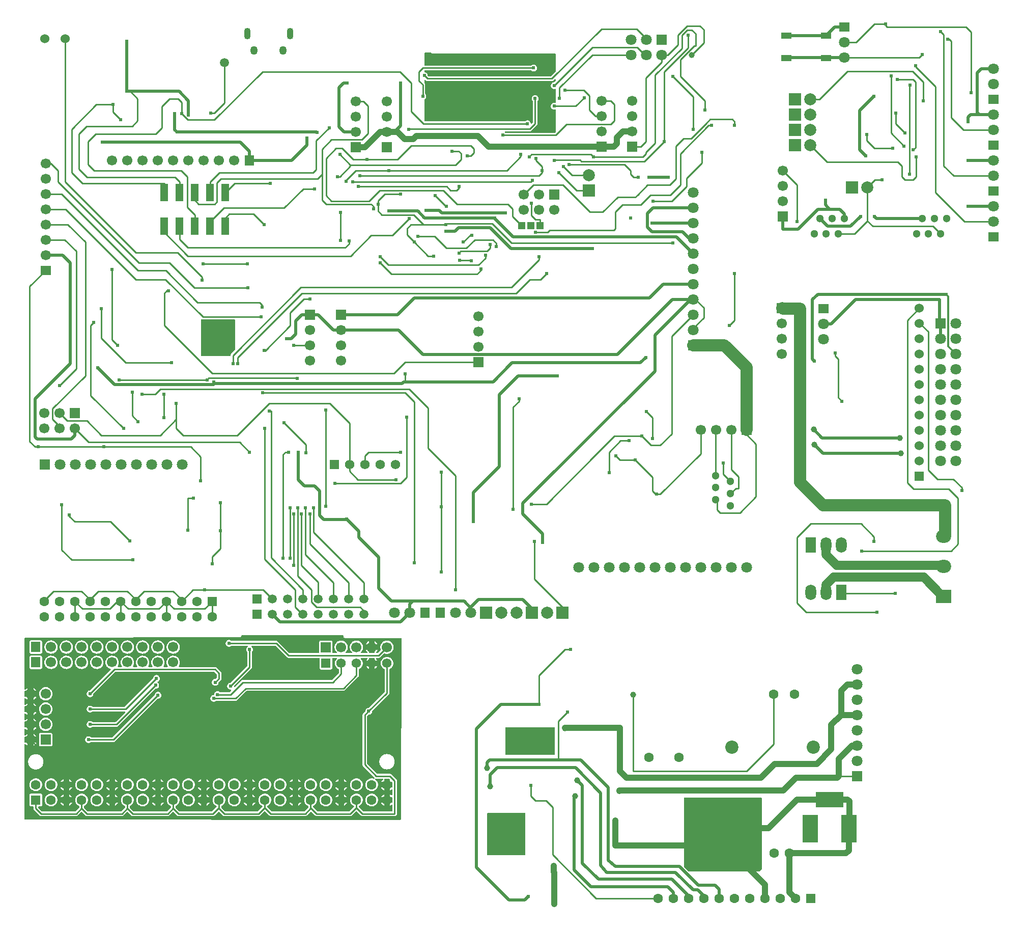
<source format=gbl>
G04 Layer: BottomLayer*
G04 EasyEDA v6.5.42, 2024-02-23 22:21:14*
G04 3aace9d48a714ce2aeec92cc817ea311,70a670f4ca684169977cf979d80dc4ec,10*
G04 Gerber Generator version 0.2*
G04 Scale: 100 percent, Rotated: No, Reflected: No *
G04 Dimensions in millimeters *
G04 leading zeros omitted , absolute positions ,4 integer and 5 decimal *
%FSLAX45Y45*%
%MOMM*%

%AMMACRO1*21,1,$1,$2,0,0,$3*%
%ADD10C,0.2540*%
%ADD11C,0.3000*%
%ADD12C,0.5000*%
%ADD13C,2.0000*%
%ADD14C,1.0000*%
%ADD15C,1.5000*%
%ADD16MACRO1,1.7X1X0.0000*%
%ADD17MACRO1,1.2X1.2X90.0000*%
%ADD18MACRO1,1.27X2.8X0.0000*%
%ADD19MACRO1,1.7X1.7X0.0000*%
%ADD20C,1.7000*%
%ADD21MACRO1,1.5748X1.7X0.0000*%
%ADD22MACRO1,1.7X1.7X-90.0000*%
%ADD23MACRO1,1.6X1.6X0.0000*%
%ADD24C,1.6000*%
%ADD25C,1.5240*%
%ADD26MACRO1,1.524X1.524X90.0000*%
%ADD27R,2.0000X2.0000*%
%ADD28C,1.3000*%
%ADD29C,1.8000*%
%ADD30R,1.8000X1.5748*%
%ADD31R,1.7000X1.7000*%
%ADD32R,1.8000X1.8000*%
%ADD33R,1.5748X1.7000*%
%ADD34R,2.5000X2.2000*%
%ADD35O,2.4999949999999997X2.1999956000000003*%
%ADD36R,1.7000X1.5748*%
%ADD37R,1.6000X1.6000*%
%ADD38O,1.0999978000000001X1.8999962*%
%ADD39O,1.2500102X1.4500098000000001*%
%ADD40C,2.2000*%
%ADD41R,1.5000X1.5000*%
%ADD42R,1.5748X1.8000*%
%ADD43O,1.7999964X2.5999948*%
%ADD44R,1.8000X2.6000*%
%ADD45R,2.5400X4.5720*%
%ADD46R,4.5720X2.5400*%
%ADD47C,1.5748*%
%ADD48R,1.5748X1.5748*%
%ADD49C,0.5000*%
%ADD50C,0.6096*%
%ADD51C,0.6100*%
%ADD52C,0.6200*%
%ADD53C,0.0179*%

%LPD*%
G36*
X2925876Y4320184D02*
G01*
X2921965Y4320946D01*
X2918663Y4323181D01*
X2913938Y4327855D01*
X2911906Y4330750D01*
X2911043Y4334154D01*
X2910332Y4342079D01*
X2907792Y4351578D01*
X2903626Y4360468D01*
X2897987Y4368546D01*
X2891078Y4375454D01*
X2883001Y4381093D01*
X2874111Y4385259D01*
X2860497Y4388866D01*
X2857500Y4391101D01*
X2855518Y4394301D01*
X2854807Y4397959D01*
X2854807Y4410506D01*
X2855620Y4414418D01*
X2857804Y4417720D01*
X2861106Y4419904D01*
X2864967Y4420666D01*
X4625949Y4420666D01*
X4629861Y4419904D01*
X4633163Y4417720D01*
X4634687Y4416145D01*
X4642764Y4410506D01*
X4651654Y4406341D01*
X4661154Y4403801D01*
X4670958Y4402937D01*
X4680712Y4403801D01*
X4690211Y4406341D01*
X4699101Y4410506D01*
X4707178Y4416145D01*
X4714087Y4423054D01*
X4719726Y4431131D01*
X4723892Y4440021D01*
X4726432Y4449521D01*
X4727295Y4459274D01*
X4726432Y4469079D01*
X4723892Y4478578D01*
X4719726Y4487468D01*
X4714087Y4495546D01*
X4707178Y4502454D01*
X4699101Y4508093D01*
X4690211Y4512259D01*
X4680712Y4514799D01*
X4670958Y4515662D01*
X4661154Y4514799D01*
X4651654Y4512259D01*
X4642764Y4508093D01*
X4634687Y4502454D01*
X4633112Y4500880D01*
X4629810Y4498695D01*
X4625949Y4497882D01*
X2864967Y4497882D01*
X2861106Y4498695D01*
X2857804Y4500880D01*
X2855620Y4504182D01*
X2854807Y4508042D01*
X2854807Y4703114D01*
X2855620Y4707026D01*
X2857804Y4710328D01*
X2861106Y4712512D01*
X2864967Y4713274D01*
X2966516Y4713274D01*
X2970377Y4712512D01*
X2973679Y4710328D01*
X2977743Y4706264D01*
X2980639Y4703775D01*
X2987090Y4700219D01*
X2992475Y4698695D01*
X2996742Y4698390D01*
X5011928Y4698390D01*
X5015839Y4698695D01*
X5020056Y4699812D01*
X5023612Y4700168D01*
X5027015Y4699254D01*
X5029911Y4697222D01*
X5036261Y4690872D01*
X5038445Y4687570D01*
X5039207Y4683709D01*
X5039207Y4403852D01*
X5038445Y4399940D01*
X5036261Y4396689D01*
X4962753Y4323181D01*
X4959451Y4320946D01*
X4955540Y4320184D01*
G37*

%LPD*%
G36*
X4207865Y3380384D02*
G01*
X4203954Y3381146D01*
X4200652Y3383381D01*
X4197146Y3386277D01*
X4194251Y3389376D01*
X4192879Y3393440D01*
X4193286Y3397656D01*
X4195368Y3401364D01*
X4198823Y3403854D01*
X4202938Y3404768D01*
X4606950Y3404768D01*
X4614976Y3405530D01*
X4622190Y3407765D01*
X4628896Y3411321D01*
X4635093Y3416401D01*
X4723282Y3504641D01*
X4728413Y3510838D01*
X4731969Y3517493D01*
X4734153Y3524758D01*
X4734966Y3532784D01*
X4734966Y3906316D01*
X4735728Y3910228D01*
X4737963Y3913530D01*
X4739487Y3915054D01*
X4745126Y3923131D01*
X4749292Y3932021D01*
X4751832Y3941521D01*
X4752695Y3951274D01*
X4751832Y3961079D01*
X4749292Y3970578D01*
X4745126Y3979468D01*
X4739487Y3987546D01*
X4732578Y3994454D01*
X4724501Y4000093D01*
X4715611Y4004259D01*
X4706112Y4006799D01*
X4696358Y4007662D01*
X4686554Y4006799D01*
X4677054Y4004259D01*
X4668164Y4000093D01*
X4660087Y3994454D01*
X4653178Y3987546D01*
X4647539Y3979468D01*
X4643374Y3970578D01*
X4640834Y3961079D01*
X4639970Y3951274D01*
X4640834Y3941521D01*
X4643374Y3932021D01*
X4647539Y3923131D01*
X4653178Y3915054D01*
X4654753Y3913479D01*
X4656988Y3910177D01*
X4657750Y3906265D01*
X4657750Y3552494D01*
X4656988Y3548583D01*
X4654753Y3545281D01*
X4642358Y3532886D01*
X4639208Y3530752D01*
X4635500Y3529939D01*
X4631740Y3530549D01*
X4628438Y3532479D01*
X4626102Y3535527D01*
X4625086Y3539185D01*
X4624832Y3541979D01*
X4622292Y3551478D01*
X4618126Y3560368D01*
X4612487Y3568446D01*
X4605578Y3575354D01*
X4597501Y3580993D01*
X4588611Y3585159D01*
X4579112Y3587699D01*
X4569358Y3588562D01*
X4559554Y3587699D01*
X4550054Y3585159D01*
X4541164Y3580993D01*
X4533087Y3575354D01*
X4531614Y3573881D01*
X4528312Y3571646D01*
X4524400Y3570884D01*
X2864967Y3570884D01*
X2861106Y3571646D01*
X2857804Y3573881D01*
X2855620Y3577132D01*
X2854807Y3581044D01*
X2854807Y3933342D01*
X2855315Y3936542D01*
X2856839Y3939438D01*
X2859176Y3941673D01*
X2865678Y3946245D01*
X2872587Y3953154D01*
X2878226Y3961231D01*
X2882392Y3970121D01*
X2884932Y3979621D01*
X2885795Y3989374D01*
X2884932Y3999179D01*
X2882392Y4008678D01*
X2878226Y4017568D01*
X2872587Y4025646D01*
X2871012Y4027220D01*
X2868828Y4030522D01*
X2868066Y4034383D01*
X2868066Y4179417D01*
X2867253Y4187393D01*
X2865069Y4194657D01*
X2861513Y4201312D01*
X2857144Y4206646D01*
X2855417Y4209643D01*
X2854807Y4213098D01*
X2854807Y4253280D01*
X2855620Y4257192D01*
X2857804Y4260443D01*
X2861106Y4262678D01*
X2864967Y4263440D01*
X2868879Y4262678D01*
X2872181Y4260443D01*
X2878023Y4254652D01*
X2884220Y4249521D01*
X2890926Y4245965D01*
X2898140Y4243781D01*
X2906166Y4242968D01*
X4975250Y4242968D01*
X4983276Y4243781D01*
X4990490Y4245965D01*
X4997196Y4249521D01*
X5003393Y4254652D01*
X5021884Y4273092D01*
X5025186Y4275277D01*
X5029047Y4276090D01*
X5032959Y4275277D01*
X5036261Y4273092D01*
X5038445Y4269790D01*
X5039207Y4265930D01*
X5039207Y4251452D01*
X5038445Y4247540D01*
X5036261Y4244289D01*
X5018328Y4226306D01*
X5015433Y4224324D01*
X5012029Y4223410D01*
X5004054Y4222699D01*
X4994554Y4220159D01*
X4985664Y4215993D01*
X4977587Y4210354D01*
X4970678Y4203446D01*
X4965039Y4195368D01*
X4960874Y4186478D01*
X4958334Y4176979D01*
X4957470Y4167174D01*
X4958334Y4157421D01*
X4960874Y4147921D01*
X4965039Y4139031D01*
X4970678Y4130954D01*
X4977587Y4124045D01*
X4985664Y4118406D01*
X4994554Y4114241D01*
X5004054Y4111701D01*
X5013858Y4110837D01*
X5023612Y4111701D01*
X5026456Y4112463D01*
X5030114Y4112768D01*
X5033670Y4111701D01*
X5036616Y4109465D01*
X5038547Y4106265D01*
X5039207Y4102658D01*
X5039207Y3888841D01*
X5038547Y3885234D01*
X5036616Y3882034D01*
X5033670Y3879799D01*
X5030114Y3878732D01*
X5026456Y3879037D01*
X5023612Y3879799D01*
X5013858Y3880662D01*
X5004054Y3879799D01*
X4994554Y3877259D01*
X4985664Y3873093D01*
X4977587Y3867454D01*
X4970678Y3860546D01*
X4965039Y3852468D01*
X4960874Y3843578D01*
X4958334Y3834079D01*
X4957470Y3824274D01*
X4958334Y3814521D01*
X4960874Y3805021D01*
X4965039Y3796131D01*
X4970678Y3788054D01*
X4977587Y3781145D01*
X4985664Y3775506D01*
X4994554Y3771341D01*
X5004054Y3768801D01*
X5013858Y3767937D01*
X5023612Y3768801D01*
X5026456Y3769563D01*
X5030114Y3769868D01*
X5033670Y3768801D01*
X5036616Y3766565D01*
X5038547Y3763365D01*
X5039207Y3759758D01*
X5039207Y3396234D01*
X5038445Y3392322D01*
X5036261Y3389071D01*
X5030571Y3383381D01*
X5027269Y3381146D01*
X5023358Y3380384D01*
G37*

%LPD*%
G36*
X-853389Y-330200D02*
G01*
X-857300Y-329438D01*
X-860602Y-327202D01*
X-862787Y-323951D01*
X-863549Y-320040D01*
X-863549Y269240D01*
X-862787Y273151D01*
X-860602Y276402D01*
X-857300Y278638D01*
X-853389Y279400D01*
X-302209Y279400D01*
X-298348Y278638D01*
X-295046Y276402D01*
X-292862Y273151D01*
X-292049Y269240D01*
X-292049Y-220573D01*
X-292862Y-224485D01*
X-295046Y-227787D01*
X-357124Y-289864D01*
X-362254Y-296062D01*
X-365810Y-302768D01*
X-367995Y-309981D01*
X-368757Y-318008D01*
X-368757Y-320040D01*
X-369570Y-323951D01*
X-371754Y-327202D01*
X-375056Y-329438D01*
X-378917Y-330200D01*
G37*

%LPD*%
G36*
X4217924Y-6958025D02*
G01*
X4214063Y-6957212D01*
X4210761Y-6955028D01*
X4204004Y-6948271D01*
X4201820Y-6944969D01*
X4201007Y-6941108D01*
X4201007Y-6510985D01*
X4201820Y-6507073D01*
X4204004Y-6503771D01*
X4207306Y-6501587D01*
X4211167Y-6500825D01*
X5016347Y-6500825D01*
X5020259Y-6501587D01*
X5023561Y-6503771D01*
X5025745Y-6507073D01*
X5026507Y-6510985D01*
X5026507Y-6947865D01*
X5025745Y-6951725D01*
X5023561Y-6955028D01*
X5020259Y-6957212D01*
X5016347Y-6958025D01*
G37*

%LPD*%
G36*
X2453284Y-8038592D02*
G01*
X-3789324Y-8037017D01*
X-3793185Y-8036255D01*
X-3796487Y-8034020D01*
X-3798671Y-8030718D01*
X-3799484Y-8026857D01*
X-3799433Y-6785305D01*
X-3798620Y-6781241D01*
X-3796182Y-6777888D01*
X-3792626Y-6775754D01*
X-3788511Y-6775196D01*
X-3784549Y-6776364D01*
X-3770223Y-6790029D01*
X-3758844Y-6798513D01*
X-3747211Y-6805066D01*
X-3747211Y-6754418D01*
X-3789273Y-6754418D01*
X-3793185Y-6753656D01*
X-3796487Y-6751472D01*
X-3798671Y-6748170D01*
X-3799433Y-6744258D01*
X-3799433Y-6666890D01*
X-3798671Y-6663029D01*
X-3796487Y-6659727D01*
X-3793185Y-6657492D01*
X-3789273Y-6656730D01*
X-3747211Y-6656730D01*
X-3747211Y-6606286D01*
X-3752748Y-6608978D01*
X-3764686Y-6616700D01*
X-3775506Y-6625945D01*
X-3781755Y-6632854D01*
X-3785006Y-6635242D01*
X-3788968Y-6636156D01*
X-3792931Y-6635496D01*
X-3796385Y-6633311D01*
X-3798671Y-6629958D01*
X-3799433Y-6625996D01*
X-3799433Y-6531305D01*
X-3798620Y-6527241D01*
X-3796182Y-6523888D01*
X-3792626Y-6521754D01*
X-3788511Y-6521196D01*
X-3784549Y-6522364D01*
X-3770223Y-6536029D01*
X-3758844Y-6544513D01*
X-3747211Y-6551066D01*
X-3747211Y-6500418D01*
X-3789273Y-6500418D01*
X-3793185Y-6499656D01*
X-3796487Y-6497472D01*
X-3798671Y-6494170D01*
X-3799433Y-6490258D01*
X-3799433Y-6412890D01*
X-3798671Y-6409029D01*
X-3796487Y-6405727D01*
X-3793185Y-6403492D01*
X-3789273Y-6402730D01*
X-3747211Y-6402730D01*
X-3747211Y-6352286D01*
X-3752748Y-6354978D01*
X-3764686Y-6362700D01*
X-3775506Y-6371945D01*
X-3781755Y-6378854D01*
X-3785006Y-6381242D01*
X-3788968Y-6382156D01*
X-3792931Y-6381496D01*
X-3796334Y-6379311D01*
X-3798620Y-6375958D01*
X-3799433Y-6371996D01*
X-3799433Y-6277356D01*
X-3798620Y-6273292D01*
X-3796182Y-6269888D01*
X-3792626Y-6267754D01*
X-3788511Y-6267196D01*
X-3784549Y-6268364D01*
X-3770223Y-6282029D01*
X-3758844Y-6290513D01*
X-3747211Y-6297066D01*
X-3747211Y-6246418D01*
X-3789273Y-6246418D01*
X-3793185Y-6245656D01*
X-3796487Y-6243472D01*
X-3798671Y-6240170D01*
X-3799433Y-6236258D01*
X-3799433Y-6158890D01*
X-3798671Y-6155029D01*
X-3796487Y-6151727D01*
X-3793185Y-6149492D01*
X-3789273Y-6148730D01*
X-3747211Y-6148730D01*
X-3747211Y-6098286D01*
X-3752748Y-6100978D01*
X-3764686Y-6108700D01*
X-3775506Y-6117945D01*
X-3781755Y-6124854D01*
X-3785006Y-6127242D01*
X-3788968Y-6128156D01*
X-3792931Y-6127496D01*
X-3796334Y-6125311D01*
X-3798620Y-6121958D01*
X-3799433Y-6117996D01*
X-3799433Y-6023356D01*
X-3798620Y-6019292D01*
X-3796182Y-6015888D01*
X-3792626Y-6013754D01*
X-3788511Y-6013196D01*
X-3784549Y-6014364D01*
X-3770223Y-6028029D01*
X-3758844Y-6036513D01*
X-3747211Y-6043066D01*
X-3747211Y-5992418D01*
X-3789273Y-5992418D01*
X-3793185Y-5991656D01*
X-3796487Y-5989472D01*
X-3798671Y-5986170D01*
X-3799433Y-5982258D01*
X-3799433Y-5904890D01*
X-3798671Y-5901029D01*
X-3796487Y-5897727D01*
X-3793185Y-5895492D01*
X-3789273Y-5894730D01*
X-3747211Y-5894730D01*
X-3747211Y-5844286D01*
X-3752748Y-5846978D01*
X-3764686Y-5854700D01*
X-3775506Y-5863945D01*
X-3781755Y-5870854D01*
X-3785006Y-5873242D01*
X-3788968Y-5874156D01*
X-3792931Y-5873496D01*
X-3796334Y-5871311D01*
X-3798620Y-5867958D01*
X-3799433Y-5863996D01*
X-3799433Y-5025390D01*
X-3798671Y-5021478D01*
X-3796487Y-5018227D01*
X-3793185Y-5015992D01*
X-3789324Y-5015230D01*
X-216408Y-5004308D01*
X-209905Y-5003495D01*
X-204368Y-5001361D01*
X-199288Y-4997805D01*
X-196291Y-4994859D01*
X-193649Y-4991201D01*
X-191160Y-4985664D01*
X-189890Y-4978806D01*
X-188671Y-4975504D01*
X-186385Y-4972812D01*
X-183337Y-4971034D01*
X-179882Y-4970424D01*
X1497482Y-4970424D01*
X1501343Y-4971186D01*
X1504645Y-4973421D01*
X1506880Y-4976672D01*
X1507642Y-4980584D01*
X1507693Y-4990744D01*
X1508353Y-4995164D01*
X1510487Y-5000853D01*
X1513992Y-5005984D01*
X1517091Y-5009083D01*
X1520647Y-5011724D01*
X1526184Y-5014214D01*
X1533652Y-5015433D01*
X2465730Y-5016957D01*
X2469642Y-5017719D01*
X2472893Y-5019954D01*
X2475128Y-5023256D01*
X2475890Y-5027168D01*
X2463444Y-8028482D01*
X2462682Y-8032343D01*
X2460498Y-8035645D01*
X2457196Y-8037830D01*
G37*

%LPC*%
G36*
X-3519982Y-7976209D02*
G01*
X-2936798Y-7976209D01*
X-2928772Y-7975447D01*
X-2921558Y-7973212D01*
X-2914904Y-7969656D01*
X-2908655Y-7964576D01*
X-2854502Y-7910423D01*
X-2851200Y-7908188D01*
X-2847340Y-7907426D01*
X-2843428Y-7908239D01*
X-2840126Y-7910423D01*
X-2786176Y-7964525D01*
X-2779979Y-7969656D01*
X-2773324Y-7973212D01*
X-2766060Y-7975396D01*
X-2757982Y-7976209D01*
X-2175052Y-7976209D01*
X-2167026Y-7975447D01*
X-2159812Y-7973212D01*
X-2153107Y-7969656D01*
X-2146909Y-7964576D01*
X-2092604Y-7910220D01*
X-2089302Y-7908036D01*
X-2085390Y-7907274D01*
X-2081530Y-7908036D01*
X-2078228Y-7910220D01*
X-2024024Y-7964424D01*
X-2017826Y-7969554D01*
X-2011121Y-7973110D01*
X-2003907Y-7975295D01*
X-1995881Y-7976108D01*
X-1412697Y-7976108D01*
X-1404670Y-7975295D01*
X-1397406Y-7973110D01*
X-1390751Y-7969554D01*
X-1384554Y-7964424D01*
X-1330604Y-7910474D01*
X-1327302Y-7908290D01*
X-1323390Y-7907528D01*
X-1319530Y-7908290D01*
X-1316228Y-7910474D01*
X-1262278Y-7964424D01*
X-1256030Y-7969554D01*
X-1249375Y-7973110D01*
X-1242161Y-7975295D01*
X-1234135Y-7976108D01*
X-663549Y-7976108D01*
X-655523Y-7975295D01*
X-648309Y-7973110D01*
X-641654Y-7969554D01*
X-635406Y-7964424D01*
X-575005Y-7904022D01*
X-571754Y-7901838D01*
X-567791Y-7901025D01*
X-563930Y-7901838D01*
X-560628Y-7904022D01*
X-500227Y-7964424D01*
X-493979Y-7969554D01*
X-487324Y-7973110D01*
X-480059Y-7975295D01*
X-472033Y-7976108D01*
X98450Y-7976108D01*
X106476Y-7975295D01*
X113690Y-7973110D01*
X120345Y-7969554D01*
X126593Y-7964424D01*
X193344Y-7897672D01*
X196596Y-7895488D01*
X200558Y-7894675D01*
X204419Y-7895488D01*
X207721Y-7897672D01*
X274472Y-7964424D01*
X280720Y-7969554D01*
X287375Y-7973110D01*
X294640Y-7975295D01*
X302666Y-7976108D01*
X873150Y-7976108D01*
X881176Y-7975295D01*
X888390Y-7973110D01*
X895045Y-7969554D01*
X901293Y-7964424D01*
X961694Y-7904022D01*
X964946Y-7901838D01*
X968908Y-7901025D01*
X972769Y-7901838D01*
X976071Y-7904022D01*
X1036472Y-7964424D01*
X1042720Y-7969554D01*
X1049375Y-7973110D01*
X1056640Y-7975295D01*
X1064666Y-7976108D01*
X1622450Y-7976108D01*
X1630476Y-7975295D01*
X1637690Y-7973110D01*
X1644345Y-7969554D01*
X1650593Y-7964424D01*
X1717293Y-7897723D01*
X1720596Y-7895539D01*
X1724507Y-7894726D01*
X1728368Y-7895539D01*
X1731670Y-7897723D01*
X1798523Y-7964525D01*
X1804720Y-7969656D01*
X1811426Y-7973212D01*
X1818639Y-7975396D01*
X1826666Y-7976209D01*
X2359050Y-7976209D01*
X2367076Y-7975396D01*
X2374290Y-7973212D01*
X2380996Y-7969656D01*
X2386838Y-7964881D01*
X2391613Y-7959039D01*
X2395169Y-7952333D01*
X2397353Y-7945120D01*
X2398166Y-7937093D01*
X2398166Y-7390282D01*
X2397353Y-7382306D01*
X2395169Y-7375042D01*
X2391613Y-7368387D01*
X2386482Y-7362139D01*
X2310993Y-7286650D01*
X2304745Y-7281519D01*
X2298090Y-7277963D01*
X2290876Y-7275779D01*
X2282850Y-7274966D01*
X2074925Y-7274966D01*
X2071065Y-7274204D01*
X2067763Y-7272020D01*
X1905812Y-7110069D01*
X1903628Y-7106767D01*
X1902866Y-7102906D01*
X1902866Y-6317792D01*
X1903628Y-6313881D01*
X1905812Y-6310579D01*
X1923186Y-6293205D01*
X1926082Y-6291173D01*
X1929485Y-6290259D01*
X1937512Y-6289548D01*
X1947011Y-6287008D01*
X1955901Y-6282893D01*
X1963978Y-6277254D01*
X1970887Y-6270294D01*
X1976526Y-6262268D01*
X1980692Y-6253327D01*
X1983232Y-6243878D01*
X1983790Y-6237630D01*
X1984705Y-6234226D01*
X1986686Y-6231331D01*
X2259482Y-5958535D01*
X2264613Y-5952286D01*
X2268169Y-5945632D01*
X2270353Y-5938418D01*
X2271166Y-5930392D01*
X2271166Y-5539384D01*
X2271826Y-5535726D01*
X2273808Y-5532526D01*
X2276805Y-5530291D01*
X2284882Y-5526328D01*
X2296261Y-5518708D01*
X2306523Y-5509666D01*
X2315565Y-5499404D01*
X2323185Y-5488025D01*
X2329230Y-5475732D01*
X2333599Y-5462778D01*
X2336292Y-5449366D01*
X2337206Y-5435701D01*
X2336292Y-5422036D01*
X2333599Y-5408625D01*
X2329230Y-5395671D01*
X2323185Y-5383377D01*
X2315565Y-5371998D01*
X2306523Y-5361736D01*
X2296261Y-5352694D01*
X2284882Y-5345074D01*
X2272588Y-5339029D01*
X2259634Y-5334660D01*
X2246223Y-5331968D01*
X2232558Y-5331053D01*
X2218893Y-5331968D01*
X2205482Y-5334660D01*
X2192528Y-5339029D01*
X2180234Y-5345074D01*
X2168855Y-5352694D01*
X2158593Y-5361736D01*
X2149551Y-5371998D01*
X2141931Y-5383377D01*
X2135886Y-5395671D01*
X2131517Y-5408625D01*
X2128824Y-5422036D01*
X2127910Y-5435701D01*
X2128824Y-5449366D01*
X2131517Y-5462778D01*
X2135886Y-5475732D01*
X2141931Y-5488025D01*
X2149551Y-5499404D01*
X2158593Y-5509666D01*
X2168855Y-5518708D01*
X2180234Y-5526328D01*
X2188260Y-5530240D01*
X2191258Y-5532526D01*
X2193239Y-5535676D01*
X2193950Y-5539384D01*
X2193950Y-5910681D01*
X2193137Y-5914593D01*
X2190953Y-5917895D01*
X1934057Y-6174790D01*
X1931162Y-6176822D01*
X1927758Y-6177737D01*
X1917954Y-6178600D01*
X1908454Y-6181140D01*
X1899564Y-6185255D01*
X1891487Y-6190894D01*
X1884578Y-6197854D01*
X1878939Y-6205880D01*
X1874774Y-6214821D01*
X1872234Y-6224270D01*
X1871522Y-6232296D01*
X1870608Y-6235700D01*
X1868576Y-6238595D01*
X1837283Y-6269939D01*
X1832152Y-6276136D01*
X1828546Y-6282842D01*
X1826412Y-6290056D01*
X1825650Y-6298082D01*
X1825650Y-7122566D01*
X1826412Y-7130592D01*
X1828546Y-7137857D01*
X1832152Y-7144512D01*
X1837283Y-7150760D01*
X2025396Y-7338872D01*
X2027834Y-7342682D01*
X2028342Y-7347153D01*
X2026869Y-7351420D01*
X2023668Y-7354620D01*
X2019452Y-7356144D01*
X2014982Y-7355687D01*
X2005939Y-7352588D01*
X1992375Y-7349896D01*
X1978558Y-7348981D01*
X1964740Y-7349896D01*
X1951126Y-7352588D01*
X1938020Y-7357059D01*
X1925624Y-7363206D01*
X1914093Y-7370876D01*
X1903679Y-7380020D01*
X1894535Y-7390434D01*
X1886864Y-7401915D01*
X1880717Y-7414361D01*
X1876247Y-7427468D01*
X1873554Y-7441082D01*
X1872640Y-7454900D01*
X1873554Y-7468717D01*
X1876247Y-7482281D01*
X1880717Y-7495387D01*
X1886864Y-7507833D01*
X1894535Y-7519365D01*
X1903679Y-7529779D01*
X1914093Y-7538872D01*
X1925624Y-7546594D01*
X1938020Y-7552690D01*
X1951126Y-7557160D01*
X1964740Y-7559852D01*
X1978558Y-7560767D01*
X1992375Y-7559852D01*
X2005939Y-7557160D01*
X2019046Y-7552690D01*
X2031492Y-7546594D01*
X2043023Y-7538872D01*
X2053437Y-7529779D01*
X2062530Y-7519365D01*
X2070252Y-7507833D01*
X2076348Y-7495387D01*
X2080818Y-7482281D01*
X2083511Y-7468717D01*
X2084425Y-7454900D01*
X2083511Y-7441082D01*
X2080818Y-7427468D01*
X2076348Y-7414361D01*
X2070252Y-7401915D01*
X2062530Y-7390434D01*
X2053437Y-7380020D01*
X2043023Y-7370876D01*
X2041804Y-7370064D01*
X2038756Y-7366863D01*
X2037334Y-7362647D01*
X2037892Y-7358227D01*
X2040280Y-7354468D01*
X2044039Y-7352080D01*
X2048459Y-7351522D01*
X2055215Y-7352182D01*
X2162556Y-7352182D01*
X2166772Y-7353096D01*
X2170176Y-7355636D01*
X2172258Y-7359396D01*
X2172614Y-7363663D01*
X2171192Y-7367727D01*
X2168093Y-7370876D01*
X2157679Y-7380020D01*
X2148535Y-7390434D01*
X2140864Y-7401915D01*
X2137613Y-7408519D01*
X2186178Y-7408519D01*
X2186178Y-7362342D01*
X2186990Y-7358481D01*
X2189175Y-7355179D01*
X2192477Y-7352944D01*
X2196338Y-7352182D01*
X2263140Y-7352182D01*
X2267000Y-7352944D01*
X2270302Y-7355179D01*
X2275941Y-7360767D01*
X2278126Y-7364069D01*
X2278888Y-7367930D01*
X2278888Y-7408519D01*
X2310790Y-7408519D01*
X2314702Y-7409281D01*
X2317953Y-7411516D01*
X2320188Y-7414818D01*
X2320950Y-7418679D01*
X2320950Y-7491069D01*
X2320188Y-7494981D01*
X2317953Y-7498232D01*
X2314702Y-7500467D01*
X2310790Y-7501229D01*
X2278888Y-7501229D01*
X2278888Y-7549845D01*
X2285492Y-7546594D01*
X2297023Y-7538872D01*
X2304084Y-7532674D01*
X2307437Y-7530744D01*
X2311247Y-7530134D01*
X2315006Y-7531049D01*
X2318105Y-7533284D01*
X2320239Y-7536535D01*
X2320950Y-7540294D01*
X2320950Y-7623454D01*
X2320239Y-7627264D01*
X2318105Y-7630464D01*
X2315006Y-7632700D01*
X2311247Y-7633614D01*
X2307437Y-7633055D01*
X2304084Y-7631074D01*
X2297023Y-7624876D01*
X2285492Y-7617206D01*
X2278888Y-7613954D01*
X2278888Y-7662519D01*
X2310790Y-7662519D01*
X2314702Y-7663281D01*
X2317953Y-7665516D01*
X2320188Y-7668818D01*
X2320950Y-7672679D01*
X2320950Y-7745069D01*
X2320188Y-7748981D01*
X2317953Y-7752232D01*
X2314702Y-7754467D01*
X2310790Y-7755229D01*
X2278888Y-7755229D01*
X2278888Y-7803845D01*
X2285492Y-7800594D01*
X2297023Y-7792872D01*
X2304084Y-7786674D01*
X2307437Y-7784744D01*
X2311247Y-7784134D01*
X2315006Y-7785049D01*
X2318105Y-7787284D01*
X2320239Y-7790535D01*
X2320950Y-7794294D01*
X2320950Y-7888833D01*
X2320188Y-7892694D01*
X2317953Y-7895996D01*
X2314702Y-7898231D01*
X2310790Y-7898993D01*
X1846376Y-7898993D01*
X1842465Y-7898231D01*
X1839163Y-7895996D01*
X1766163Y-7822996D01*
X1763928Y-7819694D01*
X1763166Y-7815783D01*
X1763877Y-7810296D01*
X1765858Y-7807096D01*
X1768856Y-7804861D01*
X1777492Y-7800594D01*
X1789023Y-7792872D01*
X1799437Y-7783779D01*
X1808530Y-7773365D01*
X1816252Y-7761833D01*
X1822348Y-7749387D01*
X1826818Y-7736281D01*
X1829511Y-7722717D01*
X1830425Y-7708900D01*
X1829511Y-7695082D01*
X1826818Y-7681468D01*
X1822348Y-7668361D01*
X1816252Y-7655915D01*
X1808530Y-7644434D01*
X1799437Y-7634020D01*
X1789023Y-7624876D01*
X1777492Y-7617206D01*
X1765046Y-7611059D01*
X1751939Y-7606588D01*
X1738375Y-7603896D01*
X1724558Y-7602981D01*
X1710740Y-7603896D01*
X1697126Y-7606588D01*
X1684020Y-7611059D01*
X1671624Y-7617206D01*
X1660093Y-7624876D01*
X1649679Y-7634020D01*
X1640535Y-7644434D01*
X1632864Y-7655915D01*
X1626717Y-7668361D01*
X1622247Y-7681468D01*
X1619554Y-7695082D01*
X1618640Y-7708900D01*
X1619554Y-7722717D01*
X1622247Y-7736281D01*
X1626717Y-7749387D01*
X1632864Y-7761833D01*
X1640535Y-7773365D01*
X1649679Y-7783779D01*
X1660093Y-7792872D01*
X1671624Y-7800594D01*
X1680260Y-7804861D01*
X1683257Y-7807096D01*
X1685239Y-7810296D01*
X1685950Y-7815681D01*
X1685137Y-7819593D01*
X1682953Y-7822895D01*
X1609953Y-7895894D01*
X1606651Y-7898079D01*
X1602740Y-7898892D01*
X1084326Y-7898892D01*
X1080465Y-7898079D01*
X1077163Y-7895894D01*
X1004112Y-7822844D01*
X1001928Y-7819593D01*
X1001166Y-7815681D01*
X1001826Y-7810296D01*
X1003808Y-7807096D01*
X1006805Y-7804861D01*
X1015492Y-7800594D01*
X1026972Y-7792872D01*
X1037437Y-7783779D01*
X1046530Y-7773365D01*
X1054252Y-7761833D01*
X1060348Y-7749387D01*
X1064818Y-7736281D01*
X1067511Y-7722717D01*
X1068425Y-7708900D01*
X1067511Y-7695082D01*
X1064818Y-7681468D01*
X1060348Y-7668361D01*
X1054252Y-7655915D01*
X1046530Y-7644434D01*
X1037437Y-7634020D01*
X1026972Y-7624876D01*
X1015492Y-7617206D01*
X1003046Y-7611059D01*
X989939Y-7606588D01*
X976376Y-7603896D01*
X962558Y-7602981D01*
X948740Y-7603896D01*
X935126Y-7606588D01*
X922019Y-7611059D01*
X909624Y-7617206D01*
X898093Y-7624876D01*
X887679Y-7634020D01*
X878535Y-7644434D01*
X870864Y-7655915D01*
X864717Y-7668361D01*
X860247Y-7681468D01*
X857554Y-7695082D01*
X856640Y-7708900D01*
X857554Y-7722717D01*
X860247Y-7736281D01*
X864717Y-7749387D01*
X870864Y-7761833D01*
X878535Y-7773365D01*
X887679Y-7783779D01*
X898093Y-7792872D01*
X909624Y-7800594D01*
X918260Y-7804861D01*
X921258Y-7807096D01*
X923239Y-7810296D01*
X923950Y-7813954D01*
X923950Y-7828381D01*
X923137Y-7832293D01*
X920953Y-7835595D01*
X860653Y-7895894D01*
X857351Y-7898079D01*
X853440Y-7898892D01*
X322326Y-7898892D01*
X318465Y-7898079D01*
X315163Y-7895894D01*
X242112Y-7822844D01*
X239928Y-7819593D01*
X239166Y-7815681D01*
X239826Y-7810296D01*
X241808Y-7807096D01*
X244805Y-7804861D01*
X253492Y-7800594D01*
X264972Y-7792872D01*
X275437Y-7783779D01*
X284530Y-7773365D01*
X292252Y-7761833D01*
X298348Y-7749387D01*
X302818Y-7736281D01*
X305511Y-7722717D01*
X306425Y-7708900D01*
X305511Y-7695082D01*
X302818Y-7681468D01*
X298348Y-7668361D01*
X292252Y-7655915D01*
X284530Y-7644434D01*
X275437Y-7634020D01*
X264972Y-7624876D01*
X253492Y-7617206D01*
X241046Y-7611059D01*
X227939Y-7606588D01*
X214375Y-7603896D01*
X200558Y-7602981D01*
X186740Y-7603896D01*
X173126Y-7606588D01*
X160020Y-7611059D01*
X147624Y-7617206D01*
X136093Y-7624876D01*
X125679Y-7634020D01*
X116535Y-7644434D01*
X108864Y-7655915D01*
X102717Y-7668361D01*
X98247Y-7681468D01*
X95554Y-7695082D01*
X94640Y-7708900D01*
X95554Y-7722717D01*
X98247Y-7736281D01*
X102717Y-7749387D01*
X108864Y-7761833D01*
X116535Y-7773365D01*
X125679Y-7783779D01*
X136093Y-7792872D01*
X147624Y-7800594D01*
X156260Y-7804861D01*
X159258Y-7807096D01*
X161239Y-7810296D01*
X161950Y-7815681D01*
X161137Y-7819593D01*
X158953Y-7822895D01*
X85953Y-7895894D01*
X82651Y-7898079D01*
X78740Y-7898892D01*
X-452374Y-7898892D01*
X-456234Y-7898079D01*
X-459536Y-7895894D01*
X-519887Y-7835544D01*
X-522071Y-7832293D01*
X-522833Y-7828381D01*
X-522833Y-7813954D01*
X-522173Y-7810296D01*
X-520192Y-7807096D01*
X-517194Y-7804861D01*
X-508508Y-7800594D01*
X-497027Y-7792872D01*
X-486562Y-7783779D01*
X-477469Y-7773365D01*
X-469747Y-7761833D01*
X-463651Y-7749387D01*
X-459181Y-7736281D01*
X-456488Y-7722717D01*
X-455574Y-7708900D01*
X-456488Y-7695082D01*
X-459181Y-7681468D01*
X-463651Y-7668361D01*
X-469747Y-7655915D01*
X-477469Y-7644434D01*
X-486562Y-7634020D01*
X-497027Y-7624876D01*
X-508508Y-7617206D01*
X-520954Y-7611059D01*
X-534060Y-7606588D01*
X-547624Y-7603896D01*
X-561441Y-7602981D01*
X-575259Y-7603896D01*
X-588873Y-7606588D01*
X-601980Y-7611059D01*
X-614375Y-7617206D01*
X-625906Y-7624876D01*
X-636320Y-7634020D01*
X-645464Y-7644434D01*
X-653135Y-7655915D01*
X-659282Y-7668361D01*
X-663752Y-7681468D01*
X-666445Y-7695082D01*
X-667359Y-7708900D01*
X-666445Y-7722717D01*
X-663752Y-7736281D01*
X-659282Y-7749387D01*
X-653135Y-7761833D01*
X-645464Y-7773365D01*
X-636320Y-7783779D01*
X-625906Y-7792872D01*
X-614375Y-7800594D01*
X-605739Y-7804861D01*
X-602742Y-7807096D01*
X-600760Y-7810296D01*
X-600049Y-7815681D01*
X-600862Y-7819593D01*
X-603046Y-7822895D01*
X-676046Y-7895894D01*
X-679348Y-7898079D01*
X-683260Y-7898892D01*
X-1214424Y-7898892D01*
X-1218336Y-7898079D01*
X-1221587Y-7895894D01*
X-1281836Y-7835696D01*
X-1284020Y-7832394D01*
X-1284782Y-7828483D01*
X-1284782Y-7813954D01*
X-1284122Y-7810246D01*
X-1282141Y-7807096D01*
X-1279144Y-7804810D01*
X-1270508Y-7800594D01*
X-1259027Y-7792872D01*
X-1248562Y-7783779D01*
X-1239469Y-7773365D01*
X-1231747Y-7761833D01*
X-1225651Y-7749387D01*
X-1221181Y-7736281D01*
X-1218488Y-7722717D01*
X-1217574Y-7708900D01*
X-1218488Y-7695082D01*
X-1221181Y-7681468D01*
X-1225651Y-7668361D01*
X-1231747Y-7655915D01*
X-1239469Y-7644434D01*
X-1248562Y-7634020D01*
X-1259027Y-7624876D01*
X-1270508Y-7617206D01*
X-1282954Y-7611059D01*
X-1296060Y-7606588D01*
X-1309624Y-7603896D01*
X-1323441Y-7602981D01*
X-1337259Y-7603896D01*
X-1350873Y-7606588D01*
X-1363980Y-7611059D01*
X-1376375Y-7617206D01*
X-1387906Y-7624876D01*
X-1398320Y-7634020D01*
X-1407464Y-7644434D01*
X-1415135Y-7655915D01*
X-1421282Y-7668361D01*
X-1425752Y-7681468D01*
X-1428445Y-7695082D01*
X-1429359Y-7708900D01*
X-1428445Y-7722717D01*
X-1425752Y-7736281D01*
X-1421282Y-7749387D01*
X-1415135Y-7761833D01*
X-1407464Y-7773365D01*
X-1398320Y-7783779D01*
X-1387906Y-7792872D01*
X-1376375Y-7800594D01*
X-1367739Y-7804861D01*
X-1364742Y-7807096D01*
X-1362760Y-7810296D01*
X-1362049Y-7813954D01*
X-1362049Y-7828584D01*
X-1362862Y-7832445D01*
X-1365046Y-7835747D01*
X-1425194Y-7895894D01*
X-1428496Y-7898079D01*
X-1432356Y-7898892D01*
X-1976170Y-7898892D01*
X-1980082Y-7898079D01*
X-1983384Y-7895894D01*
X-2043836Y-7835442D01*
X-2046020Y-7832140D01*
X-2046782Y-7828229D01*
X-2046782Y-7813954D01*
X-2046122Y-7810246D01*
X-2044141Y-7807096D01*
X-2041143Y-7804810D01*
X-2032507Y-7800594D01*
X-2020976Y-7792872D01*
X-2010562Y-7783779D01*
X-2001469Y-7773365D01*
X-1993747Y-7761833D01*
X-1987651Y-7749387D01*
X-1983181Y-7736281D01*
X-1980488Y-7722717D01*
X-1979574Y-7708900D01*
X-1980488Y-7695082D01*
X-1983181Y-7681468D01*
X-1987651Y-7668361D01*
X-1993747Y-7655915D01*
X-2001469Y-7644434D01*
X-2010562Y-7634020D01*
X-2020976Y-7624876D01*
X-2032507Y-7617206D01*
X-2044954Y-7611059D01*
X-2058060Y-7606588D01*
X-2071624Y-7603896D01*
X-2085441Y-7602981D01*
X-2099259Y-7603896D01*
X-2112873Y-7606588D01*
X-2125980Y-7611059D01*
X-2138375Y-7617206D01*
X-2149906Y-7624876D01*
X-2160320Y-7634020D01*
X-2169464Y-7644434D01*
X-2177135Y-7655915D01*
X-2183282Y-7668361D01*
X-2187752Y-7681468D01*
X-2190445Y-7695082D01*
X-2191359Y-7708900D01*
X-2190445Y-7722717D01*
X-2187752Y-7736281D01*
X-2183282Y-7749387D01*
X-2177135Y-7761833D01*
X-2169464Y-7773365D01*
X-2160320Y-7783779D01*
X-2149906Y-7792872D01*
X-2138375Y-7800594D01*
X-2129739Y-7804861D01*
X-2126742Y-7807096D01*
X-2124760Y-7810296D01*
X-2124049Y-7813954D01*
X-2124049Y-7828330D01*
X-2124862Y-7832191D01*
X-2127046Y-7835493D01*
X-2187549Y-7896047D01*
X-2190851Y-7898231D01*
X-2194763Y-7898993D01*
X-2738272Y-7898993D01*
X-2742133Y-7898231D01*
X-2745435Y-7895996D01*
X-2805836Y-7835442D01*
X-2808020Y-7832191D01*
X-2808782Y-7828280D01*
X-2808782Y-7813954D01*
X-2808122Y-7810246D01*
X-2806141Y-7807096D01*
X-2803144Y-7804810D01*
X-2794508Y-7800594D01*
X-2782976Y-7792872D01*
X-2772562Y-7783779D01*
X-2763469Y-7773365D01*
X-2755747Y-7761833D01*
X-2749651Y-7749387D01*
X-2745181Y-7736281D01*
X-2742488Y-7722717D01*
X-2741574Y-7708900D01*
X-2742488Y-7695082D01*
X-2745181Y-7681468D01*
X-2749651Y-7668361D01*
X-2755747Y-7655915D01*
X-2763469Y-7644434D01*
X-2772562Y-7634020D01*
X-2782976Y-7624876D01*
X-2794508Y-7617206D01*
X-2806954Y-7611059D01*
X-2820060Y-7606588D01*
X-2833624Y-7603896D01*
X-2847441Y-7602981D01*
X-2861259Y-7603896D01*
X-2874873Y-7606588D01*
X-2887980Y-7611059D01*
X-2900375Y-7617206D01*
X-2911906Y-7624876D01*
X-2922320Y-7634020D01*
X-2931464Y-7644434D01*
X-2939135Y-7655915D01*
X-2945282Y-7668361D01*
X-2949752Y-7681468D01*
X-2952445Y-7695082D01*
X-2953359Y-7708900D01*
X-2952445Y-7722717D01*
X-2949752Y-7736281D01*
X-2945282Y-7749387D01*
X-2939135Y-7761833D01*
X-2931464Y-7773365D01*
X-2922320Y-7783779D01*
X-2911906Y-7792872D01*
X-2900375Y-7800594D01*
X-2891688Y-7804861D01*
X-2888691Y-7807147D01*
X-2886710Y-7810296D01*
X-2885998Y-7814005D01*
X-2885998Y-7828483D01*
X-2886760Y-7832394D01*
X-2888996Y-7835696D01*
X-2949295Y-7896047D01*
X-2952597Y-7898231D01*
X-2956509Y-7898993D01*
X-3500323Y-7898993D01*
X-3504184Y-7898231D01*
X-3507486Y-7896047D01*
X-3567887Y-7835646D01*
X-3570071Y-7832344D01*
X-3570833Y-7828432D01*
X-3570833Y-7824927D01*
X-3570071Y-7821066D01*
X-3567887Y-7817764D01*
X-3564585Y-7815580D01*
X-3560673Y-7814767D01*
X-3530041Y-7814767D01*
X-3523691Y-7814056D01*
X-3518255Y-7812176D01*
X-3513328Y-7809077D01*
X-3509264Y-7805013D01*
X-3506165Y-7800086D01*
X-3504285Y-7794650D01*
X-3503523Y-7788300D01*
X-3503523Y-7629448D01*
X-3504285Y-7623149D01*
X-3506165Y-7617663D01*
X-3509264Y-7612786D01*
X-3513328Y-7608671D01*
X-3518255Y-7605572D01*
X-3523691Y-7603693D01*
X-3530041Y-7602981D01*
X-3688892Y-7602981D01*
X-3695192Y-7603693D01*
X-3700678Y-7605572D01*
X-3705555Y-7608671D01*
X-3709670Y-7612786D01*
X-3712718Y-7617663D01*
X-3714648Y-7623149D01*
X-3715359Y-7629448D01*
X-3715359Y-7788300D01*
X-3714648Y-7794650D01*
X-3712718Y-7800086D01*
X-3709670Y-7805013D01*
X-3705555Y-7809077D01*
X-3700678Y-7812176D01*
X-3695192Y-7814056D01*
X-3688892Y-7814767D01*
X-3658209Y-7814767D01*
X-3654348Y-7815580D01*
X-3651046Y-7817764D01*
X-3648862Y-7821066D01*
X-3648049Y-7824927D01*
X-3648049Y-7848142D01*
X-3647287Y-7856169D01*
X-3645103Y-7863382D01*
X-3641547Y-7870088D01*
X-3636416Y-7876286D01*
X-3548176Y-7964576D01*
X-3541928Y-7969656D01*
X-3535273Y-7973212D01*
X-3528009Y-7975447D01*
G37*
G36*
X-1069441Y-7814767D02*
G01*
X-1055624Y-7813852D01*
X-1042060Y-7811160D01*
X-1028953Y-7806690D01*
X-1016508Y-7800594D01*
X-1005027Y-7792872D01*
X-994562Y-7783779D01*
X-985469Y-7773365D01*
X-977747Y-7761833D01*
X-971651Y-7749387D01*
X-967181Y-7736281D01*
X-964488Y-7722717D01*
X-963574Y-7708900D01*
X-964488Y-7695082D01*
X-967181Y-7681468D01*
X-971651Y-7668361D01*
X-977747Y-7655915D01*
X-985469Y-7644434D01*
X-994562Y-7634020D01*
X-1005027Y-7624876D01*
X-1016508Y-7617206D01*
X-1028953Y-7611059D01*
X-1042060Y-7606588D01*
X-1055624Y-7603896D01*
X-1069441Y-7602981D01*
X-1083259Y-7603896D01*
X-1096873Y-7606588D01*
X-1109980Y-7611059D01*
X-1122375Y-7617206D01*
X-1133906Y-7624876D01*
X-1144320Y-7634020D01*
X-1153464Y-7644434D01*
X-1161135Y-7655915D01*
X-1167282Y-7668361D01*
X-1171752Y-7681468D01*
X-1174445Y-7695082D01*
X-1175359Y-7708900D01*
X-1174445Y-7722717D01*
X-1171752Y-7736281D01*
X-1167282Y-7749387D01*
X-1161135Y-7761833D01*
X-1153464Y-7773365D01*
X-1144320Y-7783779D01*
X-1133906Y-7792872D01*
X-1122375Y-7800594D01*
X-1109980Y-7806690D01*
X-1096873Y-7811160D01*
X-1083259Y-7813852D01*
G37*
G36*
X-307441Y-7814767D02*
G01*
X-293624Y-7813852D01*
X-280060Y-7811160D01*
X-266954Y-7806690D01*
X-254508Y-7800594D01*
X-243027Y-7792872D01*
X-232562Y-7783779D01*
X-223469Y-7773365D01*
X-215747Y-7761833D01*
X-209651Y-7749387D01*
X-205181Y-7736281D01*
X-202488Y-7722717D01*
X-201574Y-7708900D01*
X-202488Y-7695082D01*
X-205181Y-7681468D01*
X-209651Y-7668361D01*
X-215747Y-7655915D01*
X-223469Y-7644434D01*
X-232562Y-7634020D01*
X-243027Y-7624876D01*
X-254508Y-7617206D01*
X-266954Y-7611059D01*
X-280060Y-7606588D01*
X-293624Y-7603896D01*
X-307441Y-7602981D01*
X-321259Y-7603896D01*
X-334873Y-7606588D01*
X-347980Y-7611059D01*
X-360375Y-7617206D01*
X-371906Y-7624876D01*
X-382320Y-7634020D01*
X-391464Y-7644434D01*
X-399135Y-7655915D01*
X-405282Y-7668361D01*
X-409752Y-7681468D01*
X-412445Y-7695082D01*
X-413359Y-7708900D01*
X-412445Y-7722717D01*
X-409752Y-7736281D01*
X-405282Y-7749387D01*
X-399135Y-7761833D01*
X-391464Y-7773365D01*
X-382320Y-7783779D01*
X-371906Y-7792872D01*
X-360375Y-7800594D01*
X-347980Y-7806690D01*
X-334873Y-7811160D01*
X-321259Y-7813852D01*
G37*
G36*
X1216558Y-7814767D02*
G01*
X1230376Y-7813852D01*
X1243939Y-7811160D01*
X1257046Y-7806690D01*
X1269492Y-7800594D01*
X1280972Y-7792872D01*
X1291437Y-7783779D01*
X1300530Y-7773365D01*
X1308252Y-7761833D01*
X1314348Y-7749387D01*
X1318818Y-7736281D01*
X1321511Y-7722717D01*
X1322425Y-7708900D01*
X1321511Y-7695082D01*
X1318818Y-7681468D01*
X1314348Y-7668361D01*
X1308252Y-7655915D01*
X1300530Y-7644434D01*
X1291437Y-7634020D01*
X1280972Y-7624876D01*
X1269492Y-7617206D01*
X1257046Y-7611059D01*
X1243939Y-7606588D01*
X1230376Y-7603896D01*
X1216558Y-7602981D01*
X1202740Y-7603896D01*
X1189126Y-7606588D01*
X1176020Y-7611059D01*
X1163624Y-7617206D01*
X1152093Y-7624876D01*
X1141679Y-7634020D01*
X1132535Y-7644434D01*
X1124864Y-7655915D01*
X1118717Y-7668361D01*
X1114247Y-7681468D01*
X1111554Y-7695082D01*
X1110640Y-7708900D01*
X1111554Y-7722717D01*
X1114247Y-7736281D01*
X1118717Y-7749387D01*
X1124864Y-7761833D01*
X1132535Y-7773365D01*
X1141679Y-7783779D01*
X1152093Y-7792872D01*
X1163624Y-7800594D01*
X1176020Y-7806690D01*
X1189126Y-7811160D01*
X1202740Y-7813852D01*
G37*
G36*
X454558Y-7814767D02*
G01*
X468376Y-7813852D01*
X481939Y-7811160D01*
X495046Y-7806690D01*
X507492Y-7800594D01*
X518972Y-7792872D01*
X529437Y-7783779D01*
X538530Y-7773365D01*
X546252Y-7761833D01*
X552348Y-7749387D01*
X556818Y-7736281D01*
X559511Y-7722717D01*
X560425Y-7708900D01*
X559511Y-7695082D01*
X556818Y-7681468D01*
X552348Y-7668361D01*
X546252Y-7655915D01*
X538530Y-7644434D01*
X529437Y-7634020D01*
X518972Y-7624876D01*
X507492Y-7617206D01*
X495046Y-7611059D01*
X481939Y-7606588D01*
X468376Y-7603896D01*
X454558Y-7602981D01*
X440740Y-7603896D01*
X427126Y-7606588D01*
X414020Y-7611059D01*
X401624Y-7617206D01*
X390093Y-7624876D01*
X379679Y-7634020D01*
X370535Y-7644434D01*
X362864Y-7655915D01*
X356717Y-7668361D01*
X352247Y-7681468D01*
X349554Y-7695082D01*
X348640Y-7708900D01*
X349554Y-7722717D01*
X352247Y-7736281D01*
X356717Y-7749387D01*
X362864Y-7761833D01*
X370535Y-7773365D01*
X379679Y-7783779D01*
X390093Y-7792872D01*
X401624Y-7800594D01*
X414020Y-7806690D01*
X427126Y-7811160D01*
X440740Y-7813852D01*
G37*
G36*
X-1831441Y-7814767D02*
G01*
X-1817624Y-7813852D01*
X-1804060Y-7811160D01*
X-1790954Y-7806690D01*
X-1778507Y-7800594D01*
X-1766976Y-7792872D01*
X-1756562Y-7783779D01*
X-1747469Y-7773365D01*
X-1739747Y-7761833D01*
X-1733651Y-7749387D01*
X-1729181Y-7736281D01*
X-1726488Y-7722717D01*
X-1725574Y-7708900D01*
X-1726488Y-7695082D01*
X-1729181Y-7681468D01*
X-1733651Y-7668361D01*
X-1739747Y-7655915D01*
X-1747469Y-7644434D01*
X-1756562Y-7634020D01*
X-1766976Y-7624876D01*
X-1778507Y-7617206D01*
X-1790954Y-7611059D01*
X-1804060Y-7606588D01*
X-1817624Y-7603896D01*
X-1831441Y-7602981D01*
X-1845259Y-7603896D01*
X-1858873Y-7606588D01*
X-1871980Y-7611059D01*
X-1884375Y-7617206D01*
X-1895906Y-7624876D01*
X-1906320Y-7634020D01*
X-1915464Y-7644434D01*
X-1923135Y-7655915D01*
X-1929282Y-7668361D01*
X-1933752Y-7681468D01*
X-1936445Y-7695082D01*
X-1937359Y-7708900D01*
X-1936445Y-7722717D01*
X-1933752Y-7736281D01*
X-1929282Y-7749387D01*
X-1923135Y-7761833D01*
X-1915464Y-7773365D01*
X-1906320Y-7783779D01*
X-1895906Y-7792872D01*
X-1884375Y-7800594D01*
X-1871980Y-7806690D01*
X-1858873Y-7811160D01*
X-1845259Y-7813852D01*
G37*
G36*
X1978558Y-7814767D02*
G01*
X1992375Y-7813852D01*
X2005939Y-7811160D01*
X2019046Y-7806690D01*
X2031492Y-7800594D01*
X2043023Y-7792872D01*
X2053437Y-7783779D01*
X2062530Y-7773365D01*
X2070252Y-7761833D01*
X2076348Y-7749387D01*
X2080818Y-7736281D01*
X2083511Y-7722717D01*
X2084425Y-7708900D01*
X2083511Y-7695082D01*
X2080818Y-7681468D01*
X2076348Y-7668361D01*
X2070252Y-7655915D01*
X2062530Y-7644434D01*
X2053437Y-7634020D01*
X2043023Y-7624876D01*
X2031492Y-7617206D01*
X2019046Y-7611059D01*
X2005939Y-7606588D01*
X1992375Y-7603896D01*
X1978558Y-7602981D01*
X1964740Y-7603896D01*
X1951126Y-7606588D01*
X1938020Y-7611059D01*
X1925624Y-7617206D01*
X1914093Y-7624876D01*
X1903679Y-7634020D01*
X1894535Y-7644434D01*
X1886864Y-7655915D01*
X1880717Y-7668361D01*
X1876247Y-7681468D01*
X1873554Y-7695082D01*
X1872640Y-7708900D01*
X1873554Y-7722717D01*
X1876247Y-7736281D01*
X1880717Y-7749387D01*
X1886864Y-7761833D01*
X1894535Y-7773365D01*
X1903679Y-7783779D01*
X1914093Y-7792872D01*
X1925624Y-7800594D01*
X1938020Y-7806690D01*
X1951126Y-7811160D01*
X1964740Y-7813852D01*
G37*
G36*
X-3355441Y-7814767D02*
G01*
X-3341624Y-7813852D01*
X-3328060Y-7811160D01*
X-3314954Y-7806690D01*
X-3302508Y-7800594D01*
X-3290976Y-7792872D01*
X-3280562Y-7783779D01*
X-3271469Y-7773365D01*
X-3263747Y-7761833D01*
X-3257651Y-7749387D01*
X-3253181Y-7736281D01*
X-3250488Y-7722717D01*
X-3249574Y-7708900D01*
X-3250488Y-7695082D01*
X-3253181Y-7681468D01*
X-3257651Y-7668361D01*
X-3263747Y-7655915D01*
X-3271469Y-7644434D01*
X-3280562Y-7634020D01*
X-3290976Y-7624876D01*
X-3302508Y-7617206D01*
X-3314954Y-7611059D01*
X-3328060Y-7606588D01*
X-3341624Y-7603896D01*
X-3355441Y-7602981D01*
X-3369259Y-7603896D01*
X-3382873Y-7606588D01*
X-3395979Y-7611059D01*
X-3408375Y-7617206D01*
X-3419906Y-7624876D01*
X-3430320Y-7634020D01*
X-3439464Y-7644434D01*
X-3447135Y-7655915D01*
X-3453282Y-7668361D01*
X-3457752Y-7681468D01*
X-3460445Y-7695082D01*
X-3461359Y-7708900D01*
X-3460445Y-7722717D01*
X-3457752Y-7736281D01*
X-3453282Y-7749387D01*
X-3447135Y-7761833D01*
X-3439464Y-7773365D01*
X-3430320Y-7783779D01*
X-3419906Y-7792872D01*
X-3408375Y-7800594D01*
X-3395979Y-7806690D01*
X-3382873Y-7811160D01*
X-3369259Y-7813852D01*
G37*
G36*
X-2593441Y-7814767D02*
G01*
X-2579624Y-7813852D01*
X-2566060Y-7811160D01*
X-2552954Y-7806690D01*
X-2540508Y-7800594D01*
X-2528976Y-7792872D01*
X-2518562Y-7783779D01*
X-2509469Y-7773365D01*
X-2501747Y-7761833D01*
X-2495651Y-7749387D01*
X-2491181Y-7736281D01*
X-2488488Y-7722717D01*
X-2487574Y-7708900D01*
X-2488488Y-7695082D01*
X-2491181Y-7681468D01*
X-2495651Y-7668361D01*
X-2501747Y-7655915D01*
X-2509469Y-7644434D01*
X-2518562Y-7634020D01*
X-2528976Y-7624876D01*
X-2540508Y-7617206D01*
X-2552954Y-7611059D01*
X-2566060Y-7606588D01*
X-2579624Y-7603896D01*
X-2593441Y-7602981D01*
X-2607259Y-7603896D01*
X-2620873Y-7606588D01*
X-2633980Y-7611059D01*
X-2646375Y-7617206D01*
X-2657906Y-7624876D01*
X-2668320Y-7634020D01*
X-2677464Y-7644434D01*
X-2685135Y-7655915D01*
X-2691282Y-7668361D01*
X-2695752Y-7681468D01*
X-2698445Y-7695082D01*
X-2699359Y-7708900D01*
X-2698445Y-7722717D01*
X-2695752Y-7736281D01*
X-2691282Y-7749387D01*
X-2685135Y-7761833D01*
X-2677464Y-7773365D01*
X-2668320Y-7783779D01*
X-2657906Y-7792872D01*
X-2646375Y-7800594D01*
X-2633980Y-7806690D01*
X-2620873Y-7811160D01*
X-2607259Y-7813852D01*
G37*
G36*
X662178Y-7803845D02*
G01*
X662178Y-7755229D01*
X613613Y-7755229D01*
X616864Y-7761833D01*
X624535Y-7773365D01*
X633679Y-7783779D01*
X644093Y-7792872D01*
X655624Y-7800594D01*
G37*
G36*
X-861821Y-7803845D02*
G01*
X-861821Y-7755229D01*
X-910386Y-7755229D01*
X-907135Y-7761833D01*
X-899464Y-7773365D01*
X-890320Y-7783779D01*
X-879906Y-7792872D01*
X-868375Y-7800594D01*
G37*
G36*
X-2385822Y-7803845D02*
G01*
X-2385822Y-7755229D01*
X-2434386Y-7755229D01*
X-2431135Y-7761833D01*
X-2423464Y-7773365D01*
X-2414320Y-7783779D01*
X-2403906Y-7792872D01*
X-2392375Y-7800594D01*
G37*
G36*
X-99822Y-7803845D02*
G01*
X-99822Y-7755229D01*
X-148386Y-7755229D01*
X-145135Y-7761833D01*
X-137464Y-7773365D01*
X-128320Y-7783779D01*
X-117906Y-7792872D01*
X-106375Y-7800594D01*
G37*
G36*
X1424178Y-7803845D02*
G01*
X1424178Y-7755229D01*
X1375613Y-7755229D01*
X1378864Y-7761833D01*
X1386535Y-7773365D01*
X1395679Y-7783779D01*
X1406093Y-7792872D01*
X1417624Y-7800594D01*
G37*
G36*
X-3147822Y-7803845D02*
G01*
X-3147822Y-7755229D01*
X-3196386Y-7755229D01*
X-3193135Y-7761833D01*
X-3185464Y-7773365D01*
X-3176320Y-7783779D01*
X-3165906Y-7792872D01*
X-3154375Y-7800594D01*
G37*
G36*
X2186178Y-7803845D02*
G01*
X2186178Y-7755229D01*
X2137613Y-7755229D01*
X2140864Y-7761833D01*
X2148535Y-7773365D01*
X2157679Y-7783779D01*
X2168093Y-7792872D01*
X2179624Y-7800594D01*
G37*
G36*
X-1623822Y-7803845D02*
G01*
X-1623822Y-7755229D01*
X-1672386Y-7755229D01*
X-1669135Y-7761833D01*
X-1661464Y-7773365D01*
X-1652320Y-7783779D01*
X-1641906Y-7792872D01*
X-1630375Y-7800594D01*
G37*
G36*
X754888Y-7803845D02*
G01*
X761492Y-7800594D01*
X772972Y-7792872D01*
X783437Y-7783779D01*
X792530Y-7773365D01*
X800252Y-7761833D01*
X803503Y-7755229D01*
X754888Y-7755229D01*
G37*
G36*
X-769112Y-7803845D02*
G01*
X-762508Y-7800594D01*
X-751027Y-7792872D01*
X-740562Y-7783779D01*
X-731469Y-7773365D01*
X-723747Y-7761833D01*
X-720496Y-7755229D01*
X-769112Y-7755229D01*
G37*
G36*
X-3055112Y-7803845D02*
G01*
X-3048508Y-7800594D01*
X-3036976Y-7792872D01*
X-3026562Y-7783779D01*
X-3017469Y-7773365D01*
X-3009747Y-7761833D01*
X-3006496Y-7755229D01*
X-3055112Y-7755229D01*
G37*
G36*
X1516888Y-7803845D02*
G01*
X1523492Y-7800594D01*
X1534972Y-7792872D01*
X1545437Y-7783779D01*
X1554530Y-7773365D01*
X1562252Y-7761833D01*
X1565503Y-7755229D01*
X1516888Y-7755229D01*
G37*
G36*
X-1531112Y-7803845D02*
G01*
X-1524508Y-7800594D01*
X-1513027Y-7792872D01*
X-1502562Y-7783779D01*
X-1493469Y-7773365D01*
X-1485747Y-7761833D01*
X-1482496Y-7755229D01*
X-1531112Y-7755229D01*
G37*
G36*
X-2293112Y-7803845D02*
G01*
X-2286508Y-7800594D01*
X-2274976Y-7792872D01*
X-2264562Y-7783779D01*
X-2255469Y-7773365D01*
X-2247747Y-7761833D01*
X-2244496Y-7755229D01*
X-2293112Y-7755229D01*
G37*
G36*
X-7112Y-7803845D02*
G01*
X-508Y-7800594D01*
X10972Y-7792872D01*
X21437Y-7783779D01*
X30530Y-7773365D01*
X38252Y-7761833D01*
X41503Y-7755229D01*
X-7112Y-7755229D01*
G37*
G36*
X754888Y-7662519D02*
G01*
X803503Y-7662519D01*
X800252Y-7655915D01*
X792530Y-7644434D01*
X783437Y-7634020D01*
X772972Y-7624876D01*
X761492Y-7617206D01*
X754888Y-7613954D01*
G37*
G36*
X-3055112Y-7662519D02*
G01*
X-3006496Y-7662519D01*
X-3009747Y-7655915D01*
X-3017469Y-7644434D01*
X-3026562Y-7634020D01*
X-3036976Y-7624876D01*
X-3048508Y-7617206D01*
X-3055112Y-7613954D01*
G37*
G36*
X-7112Y-7662519D02*
G01*
X41503Y-7662519D01*
X38252Y-7655915D01*
X30530Y-7644434D01*
X21437Y-7634020D01*
X10972Y-7624876D01*
X-508Y-7617206D01*
X-7112Y-7613954D01*
G37*
G36*
X-2293112Y-7662519D02*
G01*
X-2244496Y-7662519D01*
X-2247747Y-7655915D01*
X-2255469Y-7644434D01*
X-2264562Y-7634020D01*
X-2274976Y-7624876D01*
X-2286508Y-7617206D01*
X-2293112Y-7613954D01*
G37*
G36*
X613613Y-7662519D02*
G01*
X662178Y-7662519D01*
X662178Y-7613954D01*
X655624Y-7617206D01*
X644093Y-7624876D01*
X633679Y-7634020D01*
X624535Y-7644434D01*
X616864Y-7655915D01*
G37*
G36*
X-910386Y-7662519D02*
G01*
X-861821Y-7662519D01*
X-861821Y-7613954D01*
X-868375Y-7617206D01*
X-879906Y-7624876D01*
X-890320Y-7634020D01*
X-899464Y-7644434D01*
X-907135Y-7655915D01*
G37*
G36*
X-1672386Y-7662519D02*
G01*
X-1623822Y-7662519D01*
X-1623822Y-7613954D01*
X-1630375Y-7617206D01*
X-1641906Y-7624876D01*
X-1652320Y-7634020D01*
X-1661464Y-7644434D01*
X-1669135Y-7655915D01*
G37*
G36*
X1375613Y-7662519D02*
G01*
X1424178Y-7662519D01*
X1424178Y-7613954D01*
X1417624Y-7617206D01*
X1406093Y-7624876D01*
X1395679Y-7634020D01*
X1386535Y-7644434D01*
X1378864Y-7655915D01*
G37*
G36*
X-3196386Y-7662519D02*
G01*
X-3147822Y-7662519D01*
X-3147822Y-7613954D01*
X-3154375Y-7617206D01*
X-3165906Y-7624876D01*
X-3176320Y-7634020D01*
X-3185464Y-7644434D01*
X-3193135Y-7655915D01*
G37*
G36*
X1516888Y-7662519D02*
G01*
X1565503Y-7662519D01*
X1562252Y-7655915D01*
X1554530Y-7644434D01*
X1545437Y-7634020D01*
X1534972Y-7624876D01*
X1523492Y-7617206D01*
X1516888Y-7613954D01*
G37*
G36*
X-769112Y-7662519D02*
G01*
X-720496Y-7662519D01*
X-723747Y-7655915D01*
X-731469Y-7644434D01*
X-740562Y-7634020D01*
X-751027Y-7624876D01*
X-762508Y-7617206D01*
X-769112Y-7613954D01*
G37*
G36*
X-2434386Y-7662519D02*
G01*
X-2385822Y-7662519D01*
X-2385822Y-7613954D01*
X-2392375Y-7617206D01*
X-2403906Y-7624876D01*
X-2414320Y-7634020D01*
X-2423464Y-7644434D01*
X-2431135Y-7655915D01*
G37*
G36*
X2137613Y-7662519D02*
G01*
X2186178Y-7662519D01*
X2186178Y-7613954D01*
X2179624Y-7617206D01*
X2168093Y-7624876D01*
X2157679Y-7634020D01*
X2148535Y-7644434D01*
X2140864Y-7655915D01*
G37*
G36*
X-148386Y-7662519D02*
G01*
X-99822Y-7662519D01*
X-99822Y-7613954D01*
X-106375Y-7617206D01*
X-117906Y-7624876D01*
X-128320Y-7634020D01*
X-137464Y-7644434D01*
X-145135Y-7655915D01*
G37*
G36*
X-1531112Y-7662519D02*
G01*
X-1482496Y-7662519D01*
X-1485747Y-7655915D01*
X-1493469Y-7644434D01*
X-1502562Y-7634020D01*
X-1513027Y-7624876D01*
X-1524508Y-7617206D01*
X-1531112Y-7613954D01*
G37*
G36*
X-1831441Y-7560767D02*
G01*
X-1817624Y-7559852D01*
X-1804060Y-7557160D01*
X-1790954Y-7552690D01*
X-1778507Y-7546594D01*
X-1766976Y-7538872D01*
X-1756562Y-7529779D01*
X-1747469Y-7519365D01*
X-1739747Y-7507833D01*
X-1733651Y-7495387D01*
X-1729181Y-7482281D01*
X-1726488Y-7468717D01*
X-1725574Y-7454900D01*
X-1726488Y-7441082D01*
X-1729181Y-7427468D01*
X-1733651Y-7414361D01*
X-1739747Y-7401915D01*
X-1747469Y-7390434D01*
X-1756562Y-7380020D01*
X-1766976Y-7370876D01*
X-1778507Y-7363206D01*
X-1790954Y-7357059D01*
X-1804060Y-7352588D01*
X-1817624Y-7349896D01*
X-1831441Y-7348981D01*
X-1845259Y-7349896D01*
X-1858873Y-7352588D01*
X-1871980Y-7357059D01*
X-1884375Y-7363206D01*
X-1895906Y-7370876D01*
X-1906320Y-7380020D01*
X-1915464Y-7390434D01*
X-1923135Y-7401915D01*
X-1929282Y-7414361D01*
X-1933752Y-7427468D01*
X-1936445Y-7441082D01*
X-1937359Y-7454900D01*
X-1936445Y-7468717D01*
X-1933752Y-7482281D01*
X-1929282Y-7495387D01*
X-1923135Y-7507833D01*
X-1915464Y-7519365D01*
X-1906320Y-7529779D01*
X-1895906Y-7538872D01*
X-1884375Y-7546594D01*
X-1871980Y-7552690D01*
X-1858873Y-7557160D01*
X-1845259Y-7559852D01*
G37*
G36*
X-1323441Y-7560767D02*
G01*
X-1309624Y-7559852D01*
X-1296060Y-7557160D01*
X-1282954Y-7552690D01*
X-1270508Y-7546594D01*
X-1259027Y-7538872D01*
X-1248562Y-7529779D01*
X-1239469Y-7519365D01*
X-1231747Y-7507833D01*
X-1225651Y-7495387D01*
X-1221181Y-7482281D01*
X-1218488Y-7468717D01*
X-1217574Y-7454900D01*
X-1218488Y-7441082D01*
X-1221181Y-7427468D01*
X-1225651Y-7414361D01*
X-1231747Y-7401915D01*
X-1239469Y-7390434D01*
X-1248562Y-7380020D01*
X-1259027Y-7370876D01*
X-1270508Y-7363206D01*
X-1282954Y-7357059D01*
X-1296060Y-7352588D01*
X-1309624Y-7349896D01*
X-1323441Y-7348981D01*
X-1337259Y-7349896D01*
X-1350873Y-7352588D01*
X-1363980Y-7357059D01*
X-1376375Y-7363206D01*
X-1387906Y-7370876D01*
X-1398320Y-7380020D01*
X-1407464Y-7390434D01*
X-1415135Y-7401915D01*
X-1421282Y-7414361D01*
X-1425752Y-7427468D01*
X-1428445Y-7441082D01*
X-1429359Y-7454900D01*
X-1428445Y-7468717D01*
X-1425752Y-7482281D01*
X-1421282Y-7495387D01*
X-1415135Y-7507833D01*
X-1407464Y-7519365D01*
X-1398320Y-7529779D01*
X-1387906Y-7538872D01*
X-1376375Y-7546594D01*
X-1363980Y-7552690D01*
X-1350873Y-7557160D01*
X-1337259Y-7559852D01*
G37*
G36*
X200558Y-7560767D02*
G01*
X214375Y-7559852D01*
X227939Y-7557160D01*
X241046Y-7552690D01*
X253492Y-7546594D01*
X264972Y-7538872D01*
X275437Y-7529779D01*
X284530Y-7519365D01*
X292252Y-7507833D01*
X298348Y-7495387D01*
X302818Y-7482281D01*
X305511Y-7468717D01*
X306425Y-7454900D01*
X305511Y-7441082D01*
X302818Y-7427468D01*
X298348Y-7414361D01*
X292252Y-7401915D01*
X284530Y-7390434D01*
X275437Y-7380020D01*
X264972Y-7370876D01*
X253492Y-7363206D01*
X241046Y-7357059D01*
X227939Y-7352588D01*
X214375Y-7349896D01*
X200558Y-7348981D01*
X186740Y-7349896D01*
X173126Y-7352588D01*
X160020Y-7357059D01*
X147624Y-7363206D01*
X136093Y-7370876D01*
X125679Y-7380020D01*
X116535Y-7390434D01*
X108864Y-7401915D01*
X102717Y-7414361D01*
X98247Y-7427468D01*
X95554Y-7441082D01*
X94640Y-7454900D01*
X95554Y-7468717D01*
X98247Y-7482281D01*
X102717Y-7495387D01*
X108864Y-7507833D01*
X116535Y-7519365D01*
X125679Y-7529779D01*
X136093Y-7538872D01*
X147624Y-7546594D01*
X160020Y-7552690D01*
X173126Y-7557160D01*
X186740Y-7559852D01*
G37*
G36*
X-307441Y-7560767D02*
G01*
X-293624Y-7559852D01*
X-280060Y-7557160D01*
X-266954Y-7552690D01*
X-254508Y-7546594D01*
X-243027Y-7538872D01*
X-232562Y-7529779D01*
X-223469Y-7519365D01*
X-215747Y-7507833D01*
X-209651Y-7495387D01*
X-205181Y-7482281D01*
X-202488Y-7468717D01*
X-201574Y-7454900D01*
X-202488Y-7441082D01*
X-205181Y-7427468D01*
X-209651Y-7414361D01*
X-215747Y-7401915D01*
X-223469Y-7390434D01*
X-232562Y-7380020D01*
X-243027Y-7370876D01*
X-254508Y-7363206D01*
X-266954Y-7357059D01*
X-280060Y-7352588D01*
X-293624Y-7349896D01*
X-307441Y-7348981D01*
X-321259Y-7349896D01*
X-334873Y-7352588D01*
X-347980Y-7357059D01*
X-360375Y-7363206D01*
X-371906Y-7370876D01*
X-382320Y-7380020D01*
X-391464Y-7390434D01*
X-399135Y-7401915D01*
X-405282Y-7414361D01*
X-409752Y-7427468D01*
X-412445Y-7441082D01*
X-413359Y-7454900D01*
X-412445Y-7468717D01*
X-409752Y-7482281D01*
X-405282Y-7495387D01*
X-399135Y-7507833D01*
X-391464Y-7519365D01*
X-382320Y-7529779D01*
X-371906Y-7538872D01*
X-360375Y-7546594D01*
X-347980Y-7552690D01*
X-334873Y-7557160D01*
X-321259Y-7559852D01*
G37*
G36*
X-561441Y-7560767D02*
G01*
X-547624Y-7559852D01*
X-534060Y-7557160D01*
X-520954Y-7552690D01*
X-508508Y-7546594D01*
X-497027Y-7538872D01*
X-486562Y-7529779D01*
X-477469Y-7519365D01*
X-469747Y-7507833D01*
X-463651Y-7495387D01*
X-459181Y-7482281D01*
X-456488Y-7468717D01*
X-455574Y-7454900D01*
X-456488Y-7441082D01*
X-459181Y-7427468D01*
X-463651Y-7414361D01*
X-469747Y-7401915D01*
X-477469Y-7390434D01*
X-486562Y-7380020D01*
X-497027Y-7370876D01*
X-508508Y-7363206D01*
X-520954Y-7357059D01*
X-534060Y-7352588D01*
X-547624Y-7349896D01*
X-561441Y-7348981D01*
X-575259Y-7349896D01*
X-588873Y-7352588D01*
X-601980Y-7357059D01*
X-614375Y-7363206D01*
X-625906Y-7370876D01*
X-636320Y-7380020D01*
X-645464Y-7390434D01*
X-653135Y-7401915D01*
X-659282Y-7414361D01*
X-663752Y-7427468D01*
X-666445Y-7441082D01*
X-667359Y-7454900D01*
X-666445Y-7468717D01*
X-663752Y-7482281D01*
X-659282Y-7495387D01*
X-653135Y-7507833D01*
X-645464Y-7519365D01*
X-636320Y-7529779D01*
X-625906Y-7538872D01*
X-614375Y-7546594D01*
X-601980Y-7552690D01*
X-588873Y-7557160D01*
X-575259Y-7559852D01*
G37*
G36*
X1216558Y-7560767D02*
G01*
X1230376Y-7559852D01*
X1243939Y-7557160D01*
X1257046Y-7552690D01*
X1269492Y-7546594D01*
X1280972Y-7538872D01*
X1291437Y-7529779D01*
X1300530Y-7519365D01*
X1308252Y-7507833D01*
X1314348Y-7495387D01*
X1318818Y-7482281D01*
X1321511Y-7468717D01*
X1322425Y-7454900D01*
X1321511Y-7441082D01*
X1318818Y-7427468D01*
X1314348Y-7414361D01*
X1308252Y-7401915D01*
X1300530Y-7390434D01*
X1291437Y-7380020D01*
X1280972Y-7370876D01*
X1269492Y-7363206D01*
X1257046Y-7357059D01*
X1243939Y-7352588D01*
X1230376Y-7349896D01*
X1216558Y-7348981D01*
X1202740Y-7349896D01*
X1189126Y-7352588D01*
X1176020Y-7357059D01*
X1163624Y-7363206D01*
X1152093Y-7370876D01*
X1141679Y-7380020D01*
X1132535Y-7390434D01*
X1124864Y-7401915D01*
X1118717Y-7414361D01*
X1114247Y-7427468D01*
X1111554Y-7441082D01*
X1110640Y-7454900D01*
X1111554Y-7468717D01*
X1114247Y-7482281D01*
X1118717Y-7495387D01*
X1124864Y-7507833D01*
X1132535Y-7519365D01*
X1141679Y-7529779D01*
X1152093Y-7538872D01*
X1163624Y-7546594D01*
X1176020Y-7552690D01*
X1189126Y-7557160D01*
X1202740Y-7559852D01*
G37*
G36*
X-1069441Y-7560767D02*
G01*
X-1055624Y-7559852D01*
X-1042060Y-7557160D01*
X-1028953Y-7552690D01*
X-1016508Y-7546594D01*
X-1005027Y-7538872D01*
X-994562Y-7529779D01*
X-985469Y-7519365D01*
X-977747Y-7507833D01*
X-971651Y-7495387D01*
X-967181Y-7482281D01*
X-964488Y-7468717D01*
X-963574Y-7454900D01*
X-964488Y-7441082D01*
X-967181Y-7427468D01*
X-971651Y-7414361D01*
X-977747Y-7401915D01*
X-985469Y-7390434D01*
X-994562Y-7380020D01*
X-1005027Y-7370876D01*
X-1016508Y-7363206D01*
X-1028953Y-7357059D01*
X-1042060Y-7352588D01*
X-1055624Y-7349896D01*
X-1069441Y-7348981D01*
X-1083259Y-7349896D01*
X-1096873Y-7352588D01*
X-1109980Y-7357059D01*
X-1122375Y-7363206D01*
X-1133906Y-7370876D01*
X-1144320Y-7380020D01*
X-1153464Y-7390434D01*
X-1161135Y-7401915D01*
X-1167282Y-7414361D01*
X-1171752Y-7427468D01*
X-1174445Y-7441082D01*
X-1175359Y-7454900D01*
X-1174445Y-7468717D01*
X-1171752Y-7482281D01*
X-1167282Y-7495387D01*
X-1161135Y-7507833D01*
X-1153464Y-7519365D01*
X-1144320Y-7529779D01*
X-1133906Y-7538872D01*
X-1122375Y-7546594D01*
X-1109980Y-7552690D01*
X-1096873Y-7557160D01*
X-1083259Y-7559852D01*
G37*
G36*
X-3355441Y-7560767D02*
G01*
X-3341624Y-7559852D01*
X-3328060Y-7557160D01*
X-3314954Y-7552690D01*
X-3302508Y-7546594D01*
X-3290976Y-7538872D01*
X-3280562Y-7529779D01*
X-3271469Y-7519365D01*
X-3263747Y-7507833D01*
X-3257651Y-7495387D01*
X-3253181Y-7482281D01*
X-3250488Y-7468717D01*
X-3249574Y-7454900D01*
X-3250488Y-7441082D01*
X-3253181Y-7427468D01*
X-3257651Y-7414361D01*
X-3263747Y-7401915D01*
X-3271469Y-7390434D01*
X-3280562Y-7380020D01*
X-3290976Y-7370876D01*
X-3302508Y-7363206D01*
X-3314954Y-7357059D01*
X-3328060Y-7352588D01*
X-3341624Y-7349896D01*
X-3355441Y-7348981D01*
X-3369259Y-7349896D01*
X-3382873Y-7352588D01*
X-3395979Y-7357059D01*
X-3408375Y-7363206D01*
X-3419906Y-7370876D01*
X-3430320Y-7380020D01*
X-3439464Y-7390434D01*
X-3447135Y-7401915D01*
X-3453282Y-7414361D01*
X-3457752Y-7427468D01*
X-3460445Y-7441082D01*
X-3461359Y-7454900D01*
X-3460445Y-7468717D01*
X-3457752Y-7482281D01*
X-3453282Y-7495387D01*
X-3447135Y-7507833D01*
X-3439464Y-7519365D01*
X-3430320Y-7529779D01*
X-3419906Y-7538872D01*
X-3408375Y-7546594D01*
X-3395979Y-7552690D01*
X-3382873Y-7557160D01*
X-3369259Y-7559852D01*
G37*
G36*
X-2847441Y-7560767D02*
G01*
X-2833624Y-7559852D01*
X-2820060Y-7557160D01*
X-2806954Y-7552690D01*
X-2794508Y-7546594D01*
X-2782976Y-7538872D01*
X-2772562Y-7529779D01*
X-2763469Y-7519365D01*
X-2755747Y-7507833D01*
X-2749651Y-7495387D01*
X-2745181Y-7482281D01*
X-2742488Y-7468717D01*
X-2741574Y-7454900D01*
X-2742488Y-7441082D01*
X-2745181Y-7427468D01*
X-2749651Y-7414361D01*
X-2755747Y-7401915D01*
X-2763469Y-7390434D01*
X-2772562Y-7380020D01*
X-2782976Y-7370876D01*
X-2794508Y-7363206D01*
X-2806954Y-7357059D01*
X-2820060Y-7352588D01*
X-2833624Y-7349896D01*
X-2847441Y-7348981D01*
X-2861259Y-7349896D01*
X-2874873Y-7352588D01*
X-2887980Y-7357059D01*
X-2900375Y-7363206D01*
X-2911906Y-7370876D01*
X-2922320Y-7380020D01*
X-2931464Y-7390434D01*
X-2939135Y-7401915D01*
X-2945282Y-7414361D01*
X-2949752Y-7427468D01*
X-2952445Y-7441082D01*
X-2953359Y-7454900D01*
X-2952445Y-7468717D01*
X-2949752Y-7482281D01*
X-2945282Y-7495387D01*
X-2939135Y-7507833D01*
X-2931464Y-7519365D01*
X-2922320Y-7529779D01*
X-2911906Y-7538872D01*
X-2900375Y-7546594D01*
X-2887980Y-7552690D01*
X-2874873Y-7557160D01*
X-2861259Y-7559852D01*
G37*
G36*
X454558Y-7560767D02*
G01*
X468376Y-7559852D01*
X481939Y-7557160D01*
X495046Y-7552690D01*
X507492Y-7546594D01*
X518972Y-7538872D01*
X529437Y-7529779D01*
X538530Y-7519365D01*
X546252Y-7507833D01*
X552348Y-7495387D01*
X556818Y-7482281D01*
X559511Y-7468717D01*
X560425Y-7454900D01*
X559511Y-7441082D01*
X556818Y-7427468D01*
X552348Y-7414361D01*
X546252Y-7401915D01*
X538530Y-7390434D01*
X529437Y-7380020D01*
X518972Y-7370876D01*
X507492Y-7363206D01*
X495046Y-7357059D01*
X481939Y-7352588D01*
X468376Y-7349896D01*
X454558Y-7348981D01*
X440740Y-7349896D01*
X427126Y-7352588D01*
X414020Y-7357059D01*
X401624Y-7363206D01*
X390093Y-7370876D01*
X379679Y-7380020D01*
X370535Y-7390434D01*
X362864Y-7401915D01*
X356717Y-7414361D01*
X352247Y-7427468D01*
X349554Y-7441082D01*
X348640Y-7454900D01*
X349554Y-7468717D01*
X352247Y-7482281D01*
X356717Y-7495387D01*
X362864Y-7507833D01*
X370535Y-7519365D01*
X379679Y-7529779D01*
X390093Y-7538872D01*
X401624Y-7546594D01*
X414020Y-7552690D01*
X427126Y-7557160D01*
X440740Y-7559852D01*
G37*
G36*
X1724558Y-7560767D02*
G01*
X1738375Y-7559852D01*
X1751939Y-7557160D01*
X1765046Y-7552690D01*
X1777492Y-7546594D01*
X1789023Y-7538872D01*
X1799437Y-7529779D01*
X1808530Y-7519365D01*
X1816252Y-7507833D01*
X1822348Y-7495387D01*
X1826818Y-7482281D01*
X1829511Y-7468717D01*
X1830425Y-7454900D01*
X1829511Y-7441082D01*
X1826818Y-7427468D01*
X1822348Y-7414361D01*
X1816252Y-7401915D01*
X1808530Y-7390434D01*
X1799437Y-7380020D01*
X1789023Y-7370876D01*
X1777492Y-7363206D01*
X1765046Y-7357059D01*
X1751939Y-7352588D01*
X1738375Y-7349896D01*
X1724558Y-7348981D01*
X1710740Y-7349896D01*
X1697126Y-7352588D01*
X1684020Y-7357059D01*
X1671624Y-7363206D01*
X1660093Y-7370876D01*
X1649679Y-7380020D01*
X1640535Y-7390434D01*
X1632864Y-7401915D01*
X1626717Y-7414361D01*
X1622247Y-7427468D01*
X1619554Y-7441082D01*
X1618640Y-7454900D01*
X1619554Y-7468717D01*
X1622247Y-7482281D01*
X1626717Y-7495387D01*
X1632864Y-7507833D01*
X1640535Y-7519365D01*
X1649679Y-7529779D01*
X1660093Y-7538872D01*
X1671624Y-7546594D01*
X1684020Y-7552690D01*
X1697126Y-7557160D01*
X1710740Y-7559852D01*
G37*
G36*
X-2593441Y-7560767D02*
G01*
X-2579624Y-7559852D01*
X-2566060Y-7557160D01*
X-2552954Y-7552690D01*
X-2540508Y-7546594D01*
X-2528976Y-7538872D01*
X-2518562Y-7529779D01*
X-2509469Y-7519365D01*
X-2501747Y-7507833D01*
X-2495651Y-7495387D01*
X-2491181Y-7482281D01*
X-2488488Y-7468717D01*
X-2487574Y-7454900D01*
X-2488488Y-7441082D01*
X-2491181Y-7427468D01*
X-2495651Y-7414361D01*
X-2501747Y-7401915D01*
X-2509469Y-7390434D01*
X-2518562Y-7380020D01*
X-2528976Y-7370876D01*
X-2540508Y-7363206D01*
X-2552954Y-7357059D01*
X-2566060Y-7352588D01*
X-2579624Y-7349896D01*
X-2593441Y-7348981D01*
X-2607259Y-7349896D01*
X-2620873Y-7352588D01*
X-2633980Y-7357059D01*
X-2646375Y-7363206D01*
X-2657906Y-7370876D01*
X-2668320Y-7380020D01*
X-2677464Y-7390434D01*
X-2685135Y-7401915D01*
X-2691282Y-7414361D01*
X-2695752Y-7427468D01*
X-2698445Y-7441082D01*
X-2699359Y-7454900D01*
X-2698445Y-7468717D01*
X-2695752Y-7482281D01*
X-2691282Y-7495387D01*
X-2685135Y-7507833D01*
X-2677464Y-7519365D01*
X-2668320Y-7529779D01*
X-2657906Y-7538872D01*
X-2646375Y-7546594D01*
X-2633980Y-7552690D01*
X-2620873Y-7557160D01*
X-2607259Y-7559852D01*
G37*
G36*
X-2085441Y-7560767D02*
G01*
X-2071624Y-7559852D01*
X-2058060Y-7557160D01*
X-2044954Y-7552690D01*
X-2032507Y-7546594D01*
X-2020976Y-7538872D01*
X-2010562Y-7529779D01*
X-2001469Y-7519365D01*
X-1993747Y-7507833D01*
X-1987651Y-7495387D01*
X-1983181Y-7482281D01*
X-1980488Y-7468717D01*
X-1979574Y-7454900D01*
X-1980488Y-7441082D01*
X-1983181Y-7427468D01*
X-1987651Y-7414361D01*
X-1993747Y-7401915D01*
X-2001469Y-7390434D01*
X-2010562Y-7380020D01*
X-2020976Y-7370876D01*
X-2032507Y-7363206D01*
X-2044954Y-7357059D01*
X-2058060Y-7352588D01*
X-2071624Y-7349896D01*
X-2085441Y-7348981D01*
X-2099259Y-7349896D01*
X-2112873Y-7352588D01*
X-2125980Y-7357059D01*
X-2138375Y-7363206D01*
X-2149906Y-7370876D01*
X-2160320Y-7380020D01*
X-2169464Y-7390434D01*
X-2177135Y-7401915D01*
X-2183282Y-7414361D01*
X-2187752Y-7427468D01*
X-2190445Y-7441082D01*
X-2191359Y-7454900D01*
X-2190445Y-7468717D01*
X-2187752Y-7482281D01*
X-2183282Y-7495387D01*
X-2177135Y-7507833D01*
X-2169464Y-7519365D01*
X-2160320Y-7529779D01*
X-2149906Y-7538872D01*
X-2138375Y-7546594D01*
X-2125980Y-7552690D01*
X-2112873Y-7557160D01*
X-2099259Y-7559852D01*
G37*
G36*
X962558Y-7560767D02*
G01*
X976376Y-7559852D01*
X989939Y-7557160D01*
X1003046Y-7552690D01*
X1015492Y-7546594D01*
X1026972Y-7538872D01*
X1037437Y-7529779D01*
X1046530Y-7519365D01*
X1054252Y-7507833D01*
X1060348Y-7495387D01*
X1064818Y-7482281D01*
X1067511Y-7468717D01*
X1068425Y-7454900D01*
X1067511Y-7441082D01*
X1064818Y-7427468D01*
X1060348Y-7414361D01*
X1054252Y-7401915D01*
X1046530Y-7390434D01*
X1037437Y-7380020D01*
X1026972Y-7370876D01*
X1015492Y-7363206D01*
X1003046Y-7357059D01*
X989939Y-7352588D01*
X976376Y-7349896D01*
X962558Y-7348981D01*
X948740Y-7349896D01*
X935126Y-7352588D01*
X922019Y-7357059D01*
X909624Y-7363206D01*
X898093Y-7370876D01*
X887679Y-7380020D01*
X878535Y-7390434D01*
X870864Y-7401915D01*
X864717Y-7414361D01*
X860247Y-7427468D01*
X857554Y-7441082D01*
X856640Y-7454900D01*
X857554Y-7468717D01*
X860247Y-7482281D01*
X864717Y-7495387D01*
X870864Y-7507833D01*
X878535Y-7519365D01*
X887679Y-7529779D01*
X898093Y-7538872D01*
X909624Y-7546594D01*
X922019Y-7552690D01*
X935126Y-7557160D01*
X948740Y-7559852D01*
G37*
G36*
X-3609441Y-7560767D02*
G01*
X-3595624Y-7559852D01*
X-3582060Y-7557160D01*
X-3568954Y-7552690D01*
X-3556508Y-7546594D01*
X-3544976Y-7538872D01*
X-3534562Y-7529779D01*
X-3525469Y-7519365D01*
X-3517747Y-7507833D01*
X-3511651Y-7495387D01*
X-3507181Y-7482281D01*
X-3504488Y-7468717D01*
X-3503574Y-7454900D01*
X-3504488Y-7441082D01*
X-3507181Y-7427468D01*
X-3511651Y-7414361D01*
X-3517747Y-7401915D01*
X-3525469Y-7390434D01*
X-3534562Y-7380020D01*
X-3544976Y-7370876D01*
X-3556508Y-7363206D01*
X-3568954Y-7357059D01*
X-3582060Y-7352588D01*
X-3595624Y-7349896D01*
X-3609441Y-7348981D01*
X-3623259Y-7349896D01*
X-3636873Y-7352588D01*
X-3649979Y-7357059D01*
X-3662375Y-7363206D01*
X-3673906Y-7370876D01*
X-3684320Y-7380020D01*
X-3693464Y-7390434D01*
X-3701135Y-7401915D01*
X-3707282Y-7414361D01*
X-3711752Y-7427468D01*
X-3714445Y-7441082D01*
X-3715359Y-7454900D01*
X-3714445Y-7468717D01*
X-3711752Y-7482281D01*
X-3707282Y-7495387D01*
X-3701135Y-7507833D01*
X-3693464Y-7519365D01*
X-3684320Y-7529779D01*
X-3673906Y-7538872D01*
X-3662375Y-7546594D01*
X-3649979Y-7552690D01*
X-3636873Y-7557160D01*
X-3623259Y-7559852D01*
G37*
G36*
X-3147822Y-7549845D02*
G01*
X-3147822Y-7501229D01*
X-3196386Y-7501229D01*
X-3193135Y-7507833D01*
X-3185464Y-7519365D01*
X-3176320Y-7529779D01*
X-3165906Y-7538872D01*
X-3154375Y-7546594D01*
G37*
G36*
X-861821Y-7549845D02*
G01*
X-861821Y-7501229D01*
X-910386Y-7501229D01*
X-907135Y-7507833D01*
X-899464Y-7519365D01*
X-890320Y-7529779D01*
X-879906Y-7538872D01*
X-868375Y-7546594D01*
G37*
G36*
X-1623822Y-7549845D02*
G01*
X-1623822Y-7501229D01*
X-1672386Y-7501229D01*
X-1669135Y-7507833D01*
X-1661464Y-7519365D01*
X-1652320Y-7529779D01*
X-1641906Y-7538872D01*
X-1630375Y-7546594D01*
G37*
G36*
X662178Y-7549845D02*
G01*
X662178Y-7501229D01*
X613613Y-7501229D01*
X616864Y-7507833D01*
X624535Y-7519365D01*
X633679Y-7529779D01*
X644093Y-7538872D01*
X655624Y-7546594D01*
G37*
G36*
X2186178Y-7549845D02*
G01*
X2186178Y-7501229D01*
X2137613Y-7501229D01*
X2140864Y-7507833D01*
X2148535Y-7519365D01*
X2157679Y-7529779D01*
X2168093Y-7538872D01*
X2179624Y-7546594D01*
G37*
G36*
X-99822Y-7549845D02*
G01*
X-99822Y-7501229D01*
X-148386Y-7501229D01*
X-145135Y-7507833D01*
X-137464Y-7519365D01*
X-128320Y-7529779D01*
X-117906Y-7538872D01*
X-106375Y-7546594D01*
G37*
G36*
X1424178Y-7549845D02*
G01*
X1424178Y-7501229D01*
X1375613Y-7501229D01*
X1378864Y-7507833D01*
X1386535Y-7519365D01*
X1395679Y-7529779D01*
X1406093Y-7538872D01*
X1417624Y-7546594D01*
G37*
G36*
X-2385822Y-7549845D02*
G01*
X-2385822Y-7501229D01*
X-2434386Y-7501229D01*
X-2431135Y-7507833D01*
X-2423464Y-7519365D01*
X-2414320Y-7529779D01*
X-2403906Y-7538872D01*
X-2392375Y-7546594D01*
G37*
G36*
X-1531112Y-7549845D02*
G01*
X-1524508Y-7546594D01*
X-1513027Y-7538872D01*
X-1502562Y-7529779D01*
X-1493469Y-7519365D01*
X-1485747Y-7507833D01*
X-1482496Y-7501229D01*
X-1531112Y-7501229D01*
G37*
G36*
X-769112Y-7549845D02*
G01*
X-762508Y-7546594D01*
X-751027Y-7538872D01*
X-740562Y-7529779D01*
X-731469Y-7519365D01*
X-723747Y-7507833D01*
X-720496Y-7501229D01*
X-769112Y-7501229D01*
G37*
G36*
X-3055112Y-7549845D02*
G01*
X-3048508Y-7546594D01*
X-3036976Y-7538872D01*
X-3026562Y-7529779D01*
X-3017469Y-7519365D01*
X-3009747Y-7507833D01*
X-3006496Y-7501229D01*
X-3055112Y-7501229D01*
G37*
G36*
X-7112Y-7549845D02*
G01*
X-508Y-7546594D01*
X10972Y-7538872D01*
X21437Y-7529779D01*
X30530Y-7519365D01*
X38252Y-7507833D01*
X41503Y-7501229D01*
X-7112Y-7501229D01*
G37*
G36*
X754888Y-7549845D02*
G01*
X761492Y-7546594D01*
X772972Y-7538872D01*
X783437Y-7529779D01*
X792530Y-7519365D01*
X800252Y-7507833D01*
X803503Y-7501229D01*
X754888Y-7501229D01*
G37*
G36*
X1516888Y-7549845D02*
G01*
X1523492Y-7546594D01*
X1534972Y-7538872D01*
X1545437Y-7529779D01*
X1554530Y-7519365D01*
X1562252Y-7507833D01*
X1565503Y-7501229D01*
X1516888Y-7501229D01*
G37*
G36*
X-2293112Y-7549845D02*
G01*
X-2286508Y-7546594D01*
X-2274976Y-7538872D01*
X-2264562Y-7529779D01*
X-2255469Y-7519365D01*
X-2247747Y-7507833D01*
X-2244496Y-7501229D01*
X-2293112Y-7501229D01*
G37*
G36*
X-2293112Y-7408519D02*
G01*
X-2244496Y-7408519D01*
X-2247747Y-7401915D01*
X-2255469Y-7390434D01*
X-2264562Y-7380020D01*
X-2274976Y-7370876D01*
X-2286508Y-7363206D01*
X-2293112Y-7359954D01*
G37*
G36*
X-148386Y-7408519D02*
G01*
X-99822Y-7408519D01*
X-99822Y-7359954D01*
X-106375Y-7363206D01*
X-117906Y-7370876D01*
X-128320Y-7380020D01*
X-137464Y-7390434D01*
X-145135Y-7401915D01*
G37*
G36*
X-1531112Y-7408519D02*
G01*
X-1482496Y-7408519D01*
X-1485747Y-7401915D01*
X-1493469Y-7390434D01*
X-1502562Y-7380020D01*
X-1513027Y-7370876D01*
X-1524508Y-7363206D01*
X-1531112Y-7359954D01*
G37*
G36*
X1375613Y-7408519D02*
G01*
X1424178Y-7408519D01*
X1424178Y-7359954D01*
X1417624Y-7363206D01*
X1406093Y-7370876D01*
X1395679Y-7380020D01*
X1386535Y-7390434D01*
X1378864Y-7401915D01*
G37*
G36*
X-1672386Y-7408519D02*
G01*
X-1623822Y-7408519D01*
X-1623822Y-7359954D01*
X-1630375Y-7363206D01*
X-1641906Y-7370876D01*
X-1652320Y-7380020D01*
X-1661464Y-7390434D01*
X-1669135Y-7401915D01*
G37*
G36*
X-3055112Y-7408519D02*
G01*
X-3006496Y-7408519D01*
X-3009747Y-7401915D01*
X-3017469Y-7390434D01*
X-3026562Y-7380020D01*
X-3036976Y-7370876D01*
X-3048508Y-7363206D01*
X-3055112Y-7359954D01*
G37*
G36*
X-769112Y-7408519D02*
G01*
X-720496Y-7408519D01*
X-723747Y-7401915D01*
X-731469Y-7390434D01*
X-740562Y-7380020D01*
X-751027Y-7370876D01*
X-762508Y-7363206D01*
X-769112Y-7359954D01*
G37*
G36*
X-910386Y-7408519D02*
G01*
X-861821Y-7408519D01*
X-861821Y-7359954D01*
X-868375Y-7363206D01*
X-879906Y-7370876D01*
X-890320Y-7380020D01*
X-899464Y-7390434D01*
X-907135Y-7401915D01*
G37*
G36*
X-3196386Y-7408519D02*
G01*
X-3147822Y-7408519D01*
X-3147822Y-7359954D01*
X-3154375Y-7363206D01*
X-3165906Y-7370876D01*
X-3176320Y-7380020D01*
X-3185464Y-7390434D01*
X-3193135Y-7401915D01*
G37*
G36*
X-7112Y-7408519D02*
G01*
X41503Y-7408519D01*
X38252Y-7401915D01*
X30530Y-7390434D01*
X21437Y-7380020D01*
X10972Y-7370876D01*
X-508Y-7363206D01*
X-7112Y-7359954D01*
G37*
G36*
X-2434386Y-7408519D02*
G01*
X-2385822Y-7408519D01*
X-2385822Y-7359954D01*
X-2392375Y-7363206D01*
X-2403906Y-7370876D01*
X-2414320Y-7380020D01*
X-2423464Y-7390434D01*
X-2431135Y-7401915D01*
G37*
G36*
X1516888Y-7408519D02*
G01*
X1565503Y-7408519D01*
X1562252Y-7401915D01*
X1554530Y-7390434D01*
X1545437Y-7380020D01*
X1534972Y-7370876D01*
X1523492Y-7363206D01*
X1516888Y-7359954D01*
G37*
G36*
X754888Y-7408519D02*
G01*
X803503Y-7408519D01*
X800252Y-7401915D01*
X792530Y-7390434D01*
X783437Y-7380020D01*
X772972Y-7370876D01*
X761492Y-7363206D01*
X754888Y-7359954D01*
G37*
G36*
X613613Y-7408519D02*
G01*
X662178Y-7408519D01*
X662178Y-7359954D01*
X655624Y-7363206D01*
X644093Y-7370876D01*
X633679Y-7380020D01*
X624535Y-7390434D01*
X616864Y-7401915D01*
G37*
G36*
X-3609441Y-7201357D02*
G01*
X-3594049Y-7200442D01*
X-3578910Y-7197648D01*
X-3564229Y-7193076D01*
X-3550208Y-7186777D01*
X-3537000Y-7178802D01*
X-3524910Y-7169302D01*
X-3514039Y-7158431D01*
X-3504539Y-7146290D01*
X-3496564Y-7133132D01*
X-3490214Y-7119061D01*
X-3485642Y-7104380D01*
X-3482898Y-7089241D01*
X-3481933Y-7073900D01*
X-3482898Y-7058507D01*
X-3485642Y-7043369D01*
X-3490214Y-7028688D01*
X-3496564Y-7014616D01*
X-3504539Y-7001459D01*
X-3514039Y-6989318D01*
X-3524910Y-6978446D01*
X-3537000Y-6968947D01*
X-3550208Y-6960971D01*
X-3564229Y-6954672D01*
X-3578910Y-6950100D01*
X-3594049Y-6947306D01*
X-3609441Y-6946392D01*
X-3624834Y-6947306D01*
X-3639972Y-6950100D01*
X-3654653Y-6954672D01*
X-3668674Y-6960971D01*
X-3681882Y-6968947D01*
X-3693972Y-6978446D01*
X-3704844Y-6989318D01*
X-3714343Y-7001459D01*
X-3722319Y-7014616D01*
X-3728669Y-7028688D01*
X-3733241Y-7043369D01*
X-3735984Y-7058507D01*
X-3736949Y-7073900D01*
X-3735984Y-7089241D01*
X-3733241Y-7104380D01*
X-3728669Y-7119061D01*
X-3722319Y-7133132D01*
X-3714343Y-7146290D01*
X-3704844Y-7158431D01*
X-3693972Y-7169302D01*
X-3681882Y-7178802D01*
X-3668674Y-7186777D01*
X-3654653Y-7193076D01*
X-3639972Y-7197648D01*
X-3624834Y-7200442D01*
G37*
G36*
X2232558Y-7199782D02*
G01*
X2247900Y-7198868D01*
X2263038Y-7196074D01*
X2277719Y-7191502D01*
X2291791Y-7185202D01*
X2304948Y-7177227D01*
X2317089Y-7167727D01*
X2327960Y-7156856D01*
X2337460Y-7144715D01*
X2345436Y-7131558D01*
X2351735Y-7117486D01*
X2356307Y-7102805D01*
X2359101Y-7087666D01*
X2360015Y-7072325D01*
X2359101Y-7056932D01*
X2356307Y-7041794D01*
X2351735Y-7027113D01*
X2345436Y-7013041D01*
X2337460Y-6999884D01*
X2327960Y-6987743D01*
X2317089Y-6976872D01*
X2304948Y-6967372D01*
X2291791Y-6959396D01*
X2277719Y-6953097D01*
X2263038Y-6948525D01*
X2247900Y-6945731D01*
X2232558Y-6944817D01*
X2217166Y-6945731D01*
X2202027Y-6948525D01*
X2187346Y-6953097D01*
X2173274Y-6959396D01*
X2160117Y-6967372D01*
X2147976Y-6976872D01*
X2137105Y-6987743D01*
X2127605Y-6999884D01*
X2119630Y-7013041D01*
X2113330Y-7027113D01*
X2108758Y-7041794D01*
X2105964Y-7056932D01*
X2105050Y-7072325D01*
X2105964Y-7087666D01*
X2108758Y-7102805D01*
X2113330Y-7117486D01*
X2119630Y-7131558D01*
X2127605Y-7144715D01*
X2137105Y-7156856D01*
X2147976Y-7167727D01*
X2160117Y-7177227D01*
X2173274Y-7185202D01*
X2187346Y-7191502D01*
X2202027Y-7196074D01*
X2217166Y-7198868D01*
G37*
G36*
X-3528771Y-6816496D02*
G01*
X-3359912Y-6816496D01*
X-3353612Y-6815785D01*
X-3348126Y-6813854D01*
X-3343249Y-6810806D01*
X-3339134Y-6806692D01*
X-3336086Y-6801815D01*
X-3334156Y-6796328D01*
X-3333445Y-6790029D01*
X-3333445Y-6621170D01*
X-3334156Y-6614820D01*
X-3336086Y-6609384D01*
X-3339134Y-6604457D01*
X-3343249Y-6600393D01*
X-3348126Y-6597294D01*
X-3353612Y-6595364D01*
X-3359912Y-6594652D01*
X-3528771Y-6594652D01*
X-3535121Y-6595364D01*
X-3540556Y-6597294D01*
X-3545484Y-6600393D01*
X-3549548Y-6604457D01*
X-3552647Y-6609384D01*
X-3554526Y-6614820D01*
X-3555237Y-6621170D01*
X-3555237Y-6790029D01*
X-3554526Y-6796328D01*
X-3552647Y-6801815D01*
X-3549548Y-6806692D01*
X-3545484Y-6810806D01*
X-3540556Y-6813854D01*
X-3535121Y-6815785D01*
G37*
G36*
X-3649522Y-6805066D02*
G01*
X-3637838Y-6798513D01*
X-3626459Y-6790029D01*
X-3616248Y-6780123D01*
X-3607409Y-6769049D01*
X-3600043Y-6756857D01*
X-3598976Y-6754418D01*
X-3649522Y-6754418D01*
G37*
G36*
X-2733141Y-6761937D02*
G01*
X-2723337Y-6761073D01*
X-2713888Y-6758533D01*
X-2704947Y-6754368D01*
X-2696921Y-6748729D01*
X-2695346Y-6747154D01*
X-2692044Y-6744970D01*
X-2688132Y-6744208D01*
X-2316124Y-6744208D01*
X-2308098Y-6743395D01*
X-2300884Y-6741210D01*
X-2294229Y-6737654D01*
X-2287981Y-6732524D01*
X-1582013Y-6026556D01*
X-1579118Y-6024524D01*
X-1575714Y-6023610D01*
X-1567688Y-6022898D01*
X-1558188Y-6020358D01*
X-1549298Y-6016193D01*
X-1541221Y-6010554D01*
X-1534312Y-6003645D01*
X-1528673Y-5995568D01*
X-1524508Y-5986678D01*
X-1521968Y-5977178D01*
X-1521104Y-5967425D01*
X-1521968Y-5957620D01*
X-1524508Y-5948121D01*
X-1528673Y-5939231D01*
X-1534312Y-5931154D01*
X-1541221Y-5924245D01*
X-1549298Y-5918606D01*
X-1558188Y-5914440D01*
X-1567688Y-5911900D01*
X-1577441Y-5911037D01*
X-1587246Y-5911900D01*
X-1596745Y-5914440D01*
X-1605635Y-5918606D01*
X-1613712Y-5924245D01*
X-1620621Y-5931154D01*
X-1626260Y-5939231D01*
X-1630426Y-5948121D01*
X-1632966Y-5957620D01*
X-1633677Y-5965647D01*
X-1634591Y-5969050D01*
X-1636623Y-5971946D01*
X-2328672Y-6663994D01*
X-2331974Y-6666179D01*
X-2335834Y-6666992D01*
X-2688132Y-6666992D01*
X-2692044Y-6666179D01*
X-2695346Y-6663994D01*
X-2696921Y-6662420D01*
X-2704947Y-6656781D01*
X-2713888Y-6652615D01*
X-2723337Y-6650075D01*
X-2733141Y-6649212D01*
X-2742946Y-6650075D01*
X-2752394Y-6652615D01*
X-2761335Y-6656781D01*
X-2769362Y-6662420D01*
X-2776321Y-6669328D01*
X-2781960Y-6677406D01*
X-2786075Y-6686296D01*
X-2788615Y-6695795D01*
X-2789478Y-6705600D01*
X-2788615Y-6715353D01*
X-2786075Y-6724853D01*
X-2781960Y-6733743D01*
X-2776321Y-6741820D01*
X-2769362Y-6748729D01*
X-2761335Y-6754368D01*
X-2752394Y-6758533D01*
X-2742946Y-6761073D01*
G37*
G36*
X-3649522Y-6656730D02*
G01*
X-3599027Y-6656730D01*
X-3603548Y-6648094D01*
X-3611676Y-6636461D01*
X-3621227Y-6625945D01*
X-3632047Y-6616700D01*
X-3643934Y-6608978D01*
X-3649522Y-6606286D01*
G37*
G36*
X-3451453Y-6562242D02*
G01*
X-3437229Y-6562242D01*
X-3423158Y-6560413D01*
X-3409391Y-6556806D01*
X-3396234Y-6551472D01*
X-3383838Y-6544513D01*
X-3372459Y-6536029D01*
X-3362248Y-6526123D01*
X-3353409Y-6515049D01*
X-3346043Y-6502857D01*
X-3340303Y-6489903D01*
X-3336239Y-6476238D01*
X-3333953Y-6462217D01*
X-3333546Y-6448044D01*
X-3334867Y-6433870D01*
X-3338068Y-6420053D01*
X-3342944Y-6406692D01*
X-3349548Y-6394094D01*
X-3357676Y-6382461D01*
X-3367227Y-6371945D01*
X-3378047Y-6362700D01*
X-3389934Y-6354978D01*
X-3402736Y-6348780D01*
X-3416249Y-6344310D01*
X-3430168Y-6341618D01*
X-3444341Y-6340703D01*
X-3458514Y-6341618D01*
X-3472484Y-6344310D01*
X-3485946Y-6348780D01*
X-3498748Y-6354978D01*
X-3510686Y-6362700D01*
X-3521506Y-6371945D01*
X-3531057Y-6382461D01*
X-3539185Y-6394094D01*
X-3545738Y-6406692D01*
X-3550665Y-6420053D01*
X-3553815Y-6433870D01*
X-3555187Y-6448044D01*
X-3554729Y-6462217D01*
X-3552444Y-6476238D01*
X-3548430Y-6489903D01*
X-3542639Y-6502857D01*
X-3535273Y-6515049D01*
X-3526434Y-6526123D01*
X-3516223Y-6536029D01*
X-3504844Y-6544513D01*
X-3492449Y-6551472D01*
X-3479292Y-6556806D01*
X-3465525Y-6560413D01*
G37*
G36*
X-3649522Y-6551066D02*
G01*
X-3637838Y-6544513D01*
X-3626459Y-6536029D01*
X-3616248Y-6526123D01*
X-3607409Y-6515049D01*
X-3600043Y-6502857D01*
X-3598976Y-6500418D01*
X-3649522Y-6500418D01*
G37*
G36*
X-2707741Y-6507937D02*
G01*
X-2697937Y-6507073D01*
X-2688488Y-6504533D01*
X-2679547Y-6500368D01*
X-2671521Y-6494729D01*
X-2669946Y-6493154D01*
X-2666644Y-6490970D01*
X-2662732Y-6490208D01*
X-2265324Y-6490208D01*
X-2257298Y-6489395D01*
X-2250084Y-6487210D01*
X-2243429Y-6483654D01*
X-2237181Y-6478524D01*
X-1620113Y-5861456D01*
X-1617218Y-5859424D01*
X-1613814Y-5858510D01*
X-1605788Y-5857798D01*
X-1596288Y-5855258D01*
X-1587398Y-5851093D01*
X-1579321Y-5845454D01*
X-1572412Y-5838545D01*
X-1566773Y-5830468D01*
X-1562608Y-5821578D01*
X-1560068Y-5812078D01*
X-1559204Y-5802325D01*
X-1560068Y-5792520D01*
X-1562608Y-5783021D01*
X-1566773Y-5774131D01*
X-1572412Y-5766054D01*
X-1579321Y-5759145D01*
X-1582216Y-5757113D01*
X-1585112Y-5754014D01*
X-1586484Y-5750052D01*
X-1586128Y-5745835D01*
X-1584045Y-5742127D01*
X-1580692Y-5739587D01*
X-1574698Y-5736793D01*
X-1566621Y-5731154D01*
X-1559712Y-5724245D01*
X-1554073Y-5716168D01*
X-1549908Y-5707278D01*
X-1547368Y-5697778D01*
X-1546504Y-5688025D01*
X-1547368Y-5678220D01*
X-1549908Y-5668721D01*
X-1554073Y-5659831D01*
X-1559712Y-5651754D01*
X-1566621Y-5644845D01*
X-1574698Y-5639206D01*
X-1583588Y-5635040D01*
X-1593088Y-5632500D01*
X-1602841Y-5631637D01*
X-1612646Y-5632500D01*
X-1622145Y-5635040D01*
X-1631035Y-5639206D01*
X-1639112Y-5644845D01*
X-1646021Y-5651754D01*
X-1651660Y-5659831D01*
X-1655825Y-5668721D01*
X-1658366Y-5678220D01*
X-1659077Y-5686247D01*
X-1659991Y-5689650D01*
X-1662023Y-5692546D01*
X-2125472Y-6155994D01*
X-2128774Y-6158179D01*
X-2132634Y-6158992D01*
X-2662732Y-6158992D01*
X-2666644Y-6158179D01*
X-2669946Y-6155994D01*
X-2671521Y-6154420D01*
X-2679547Y-6148781D01*
X-2688488Y-6144615D01*
X-2697937Y-6142075D01*
X-2707741Y-6141212D01*
X-2717546Y-6142075D01*
X-2726994Y-6144615D01*
X-2735935Y-6148781D01*
X-2743962Y-6154420D01*
X-2750921Y-6161328D01*
X-2756560Y-6169406D01*
X-2760675Y-6178296D01*
X-2763215Y-6187795D01*
X-2764078Y-6197600D01*
X-2763215Y-6207353D01*
X-2760675Y-6216853D01*
X-2756560Y-6225743D01*
X-2750921Y-6233820D01*
X-2743962Y-6240729D01*
X-2735935Y-6246368D01*
X-2726994Y-6250533D01*
X-2717546Y-6253073D01*
X-2707741Y-6253937D01*
X-2697937Y-6253073D01*
X-2688488Y-6250533D01*
X-2679547Y-6246368D01*
X-2671521Y-6240729D01*
X-2669946Y-6239154D01*
X-2666644Y-6236970D01*
X-2662732Y-6236208D01*
X-2128570Y-6236208D01*
X-2124710Y-6236970D01*
X-2121408Y-6239154D01*
X-2119172Y-6242456D01*
X-2118410Y-6246368D01*
X-2119172Y-6250228D01*
X-2121408Y-6253530D01*
X-2277872Y-6409994D01*
X-2281174Y-6412179D01*
X-2285034Y-6412992D01*
X-2662732Y-6412992D01*
X-2666644Y-6412179D01*
X-2669946Y-6409994D01*
X-2671521Y-6408420D01*
X-2679547Y-6402781D01*
X-2688488Y-6398615D01*
X-2697937Y-6396075D01*
X-2707741Y-6395212D01*
X-2717546Y-6396075D01*
X-2726994Y-6398615D01*
X-2735935Y-6402781D01*
X-2743962Y-6408420D01*
X-2750921Y-6415328D01*
X-2756560Y-6423406D01*
X-2760675Y-6432296D01*
X-2763215Y-6441795D01*
X-2764078Y-6451600D01*
X-2763215Y-6461353D01*
X-2760675Y-6470853D01*
X-2756560Y-6479743D01*
X-2750921Y-6487820D01*
X-2743962Y-6494729D01*
X-2735935Y-6500368D01*
X-2726994Y-6504533D01*
X-2717546Y-6507073D01*
G37*
G36*
X-3649522Y-6402730D02*
G01*
X-3599027Y-6402730D01*
X-3603548Y-6394094D01*
X-3611676Y-6382461D01*
X-3621227Y-6371945D01*
X-3632047Y-6362700D01*
X-3643934Y-6354978D01*
X-3649522Y-6352286D01*
G37*
G36*
X-3451453Y-6308242D02*
G01*
X-3437229Y-6308242D01*
X-3423158Y-6306413D01*
X-3409391Y-6302806D01*
X-3396234Y-6297472D01*
X-3383838Y-6290513D01*
X-3372459Y-6282029D01*
X-3362248Y-6272123D01*
X-3353409Y-6261049D01*
X-3346043Y-6248857D01*
X-3340303Y-6235903D01*
X-3336239Y-6222238D01*
X-3333953Y-6208217D01*
X-3333546Y-6194044D01*
X-3334867Y-6179870D01*
X-3338068Y-6166053D01*
X-3342944Y-6152692D01*
X-3349548Y-6140094D01*
X-3357676Y-6128461D01*
X-3367227Y-6117945D01*
X-3378047Y-6108700D01*
X-3389934Y-6100978D01*
X-3402736Y-6094780D01*
X-3416249Y-6090310D01*
X-3430168Y-6087618D01*
X-3444341Y-6086703D01*
X-3458514Y-6087618D01*
X-3472484Y-6090310D01*
X-3485946Y-6094780D01*
X-3498748Y-6100978D01*
X-3510686Y-6108700D01*
X-3521506Y-6117945D01*
X-3531057Y-6128461D01*
X-3539185Y-6140094D01*
X-3545738Y-6152692D01*
X-3550665Y-6166053D01*
X-3553815Y-6179870D01*
X-3555187Y-6194044D01*
X-3554729Y-6208217D01*
X-3552444Y-6222238D01*
X-3548430Y-6235903D01*
X-3542639Y-6248857D01*
X-3535273Y-6261049D01*
X-3526434Y-6272123D01*
X-3516223Y-6282029D01*
X-3504844Y-6290513D01*
X-3492449Y-6297472D01*
X-3479292Y-6302806D01*
X-3465525Y-6306413D01*
G37*
G36*
X-3649522Y-6297066D02*
G01*
X-3637838Y-6290513D01*
X-3626459Y-6282029D01*
X-3616248Y-6272123D01*
X-3607409Y-6261049D01*
X-3600043Y-6248857D01*
X-3598976Y-6246418D01*
X-3649522Y-6246418D01*
G37*
G36*
X-3649522Y-6148730D02*
G01*
X-3599027Y-6148730D01*
X-3603548Y-6140094D01*
X-3611676Y-6128461D01*
X-3621227Y-6117945D01*
X-3632047Y-6108700D01*
X-3643934Y-6100978D01*
X-3649522Y-6098286D01*
G37*
G36*
X-650341Y-6076137D02*
G01*
X-640588Y-6075273D01*
X-631088Y-6072733D01*
X-622198Y-6068568D01*
X-614121Y-6062929D01*
X-612698Y-6061506D01*
X-609396Y-6059271D01*
X-605485Y-6058509D01*
X-284327Y-6058509D01*
X-276352Y-6057747D01*
X-269087Y-6055512D01*
X-262432Y-6051956D01*
X-256184Y-6046876D01*
X-105460Y-5896356D01*
X-102158Y-5894171D01*
X-98298Y-5893409D01*
X1508150Y-5893409D01*
X1516176Y-5892596D01*
X1523390Y-5890412D01*
X1530096Y-5886856D01*
X1536293Y-5881725D01*
X1751533Y-5666282D01*
X1756613Y-5660085D01*
X1760169Y-5653379D01*
X1762353Y-5646166D01*
X1763166Y-5638139D01*
X1763166Y-5539384D01*
X1763877Y-5535726D01*
X1765858Y-5532526D01*
X1768856Y-5530291D01*
X1776882Y-5526328D01*
X1788261Y-5518708D01*
X1798523Y-5509666D01*
X1807565Y-5499404D01*
X1815185Y-5488025D01*
X1821230Y-5475732D01*
X1825599Y-5462778D01*
X1828292Y-5449366D01*
X1829206Y-5435701D01*
X1828292Y-5422036D01*
X1825599Y-5408625D01*
X1821230Y-5395671D01*
X1815185Y-5383377D01*
X1807565Y-5371998D01*
X1799183Y-5362448D01*
X1797253Y-5359146D01*
X1796694Y-5355336D01*
X1797557Y-5351576D01*
X1799793Y-5348427D01*
X1803044Y-5346344D01*
X1806803Y-5345582D01*
X1896313Y-5345582D01*
X1900072Y-5346344D01*
X1903323Y-5348427D01*
X1905558Y-5351576D01*
X1906422Y-5355336D01*
X1905863Y-5359146D01*
X1903933Y-5362448D01*
X1895551Y-5371998D01*
X1887931Y-5383377D01*
X1884680Y-5389981D01*
X1932838Y-5389981D01*
X1932838Y-5355742D01*
X1933600Y-5351881D01*
X1935835Y-5348579D01*
X1939086Y-5346344D01*
X1942998Y-5345582D01*
X2014118Y-5345582D01*
X2018030Y-5346344D01*
X2021281Y-5348579D01*
X2023516Y-5351881D01*
X2024278Y-5355742D01*
X2024278Y-5389981D01*
X2072436Y-5389981D01*
X2069185Y-5383377D01*
X2061565Y-5371998D01*
X2053183Y-5362448D01*
X2051253Y-5359146D01*
X2050694Y-5355336D01*
X2051557Y-5351576D01*
X2053793Y-5348427D01*
X2057044Y-5346344D01*
X2060803Y-5345582D01*
X2093925Y-5345582D01*
X2101951Y-5344820D01*
X2109216Y-5342636D01*
X2115870Y-5339029D01*
X2122068Y-5333949D01*
X2181656Y-5274360D01*
X2184857Y-5272227D01*
X2188565Y-5271414D01*
X2192375Y-5272024D01*
X2201011Y-5275173D01*
X2214829Y-5278374D01*
X2229002Y-5279694D01*
X2243175Y-5279237D01*
X2257196Y-5277002D01*
X2270810Y-5272938D01*
X2283815Y-5267198D01*
X2295956Y-5259832D01*
X2307082Y-5250992D01*
X2316988Y-5240782D01*
X2325471Y-5229402D01*
X2332431Y-5217007D01*
X2337765Y-5203850D01*
X2341372Y-5190083D01*
X2343200Y-5176012D01*
X2343200Y-5161788D01*
X2341372Y-5147665D01*
X2337765Y-5133949D01*
X2332431Y-5120792D01*
X2325471Y-5108397D01*
X2316988Y-5097018D01*
X2307082Y-5086807D01*
X2295956Y-5077917D01*
X2283815Y-5070551D01*
X2270810Y-5064810D01*
X2257196Y-5060797D01*
X2243175Y-5058511D01*
X2229002Y-5058054D01*
X2214829Y-5059426D01*
X2201011Y-5062575D01*
X2187651Y-5067503D01*
X2175052Y-5074056D01*
X2163419Y-5082184D01*
X2152904Y-5091734D01*
X2143658Y-5102555D01*
X2135936Y-5114493D01*
X2129739Y-5127294D01*
X2125268Y-5140756D01*
X2122576Y-5154726D01*
X2121662Y-5168900D01*
X2122576Y-5183073D01*
X2125268Y-5196992D01*
X2129434Y-5209489D01*
X2129942Y-5213146D01*
X2129078Y-5216804D01*
X2126945Y-5219852D01*
X2081428Y-5265420D01*
X2078126Y-5267604D01*
X2074214Y-5268366D01*
X2060193Y-5268366D01*
X2056333Y-5267604D01*
X2053082Y-5265420D01*
X2050796Y-5262168D01*
X2050034Y-5258308D01*
X2050796Y-5254447D01*
X2052929Y-5251145D01*
X2062988Y-5240782D01*
X2071471Y-5229402D01*
X2078024Y-5217718D01*
X2027377Y-5217718D01*
X2027377Y-5258206D01*
X2026615Y-5262118D01*
X2024430Y-5265420D01*
X2021128Y-5267604D01*
X2017217Y-5268366D01*
X1939848Y-5268366D01*
X1935937Y-5267604D01*
X1932686Y-5265420D01*
X1930450Y-5262118D01*
X1929688Y-5258206D01*
X1929688Y-5217718D01*
X1879244Y-5217718D01*
X1881936Y-5223306D01*
X1889658Y-5235194D01*
X1898904Y-5246014D01*
X1904034Y-5250688D01*
X1906422Y-5253939D01*
X1907336Y-5257901D01*
X1906676Y-5261864D01*
X1904492Y-5265267D01*
X1901139Y-5267553D01*
X1897176Y-5268366D01*
X1806193Y-5268366D01*
X1802333Y-5267604D01*
X1799082Y-5265420D01*
X1796796Y-5262168D01*
X1796034Y-5258308D01*
X1796796Y-5254447D01*
X1798929Y-5251145D01*
X1808988Y-5240782D01*
X1817471Y-5229402D01*
X1824431Y-5217007D01*
X1829765Y-5203850D01*
X1833372Y-5190083D01*
X1835200Y-5176012D01*
X1835200Y-5161788D01*
X1833372Y-5147665D01*
X1829765Y-5133949D01*
X1824431Y-5120792D01*
X1817471Y-5108397D01*
X1808988Y-5097018D01*
X1799082Y-5086807D01*
X1787956Y-5077917D01*
X1775815Y-5070551D01*
X1762810Y-5064810D01*
X1749196Y-5060797D01*
X1735175Y-5058511D01*
X1721002Y-5058054D01*
X1706829Y-5059426D01*
X1693011Y-5062575D01*
X1679651Y-5067503D01*
X1667052Y-5074056D01*
X1655419Y-5082184D01*
X1644904Y-5091734D01*
X1635658Y-5102555D01*
X1627936Y-5114493D01*
X1621739Y-5127294D01*
X1617268Y-5140756D01*
X1614576Y-5154726D01*
X1613662Y-5168900D01*
X1614576Y-5183073D01*
X1617268Y-5196992D01*
X1621739Y-5210505D01*
X1627936Y-5223306D01*
X1635658Y-5235194D01*
X1644904Y-5246014D01*
X1650034Y-5250688D01*
X1652422Y-5253939D01*
X1653336Y-5257901D01*
X1652676Y-5261864D01*
X1650492Y-5265267D01*
X1647139Y-5267553D01*
X1643176Y-5268366D01*
X1552194Y-5268366D01*
X1548333Y-5267604D01*
X1545082Y-5265420D01*
X1542796Y-5262168D01*
X1542034Y-5258308D01*
X1542796Y-5254447D01*
X1544929Y-5251145D01*
X1554988Y-5240782D01*
X1563471Y-5229402D01*
X1570431Y-5217007D01*
X1575765Y-5203850D01*
X1579372Y-5190083D01*
X1581200Y-5176012D01*
X1581200Y-5161788D01*
X1579372Y-5147665D01*
X1575765Y-5133949D01*
X1570431Y-5120792D01*
X1563471Y-5108397D01*
X1554988Y-5097018D01*
X1545082Y-5086807D01*
X1533956Y-5077917D01*
X1521815Y-5070551D01*
X1508810Y-5064810D01*
X1495196Y-5060797D01*
X1481175Y-5058511D01*
X1467002Y-5058054D01*
X1452829Y-5059426D01*
X1439011Y-5062575D01*
X1425651Y-5067503D01*
X1413052Y-5074056D01*
X1401419Y-5082184D01*
X1390904Y-5091734D01*
X1381658Y-5102555D01*
X1373936Y-5114493D01*
X1367739Y-5127294D01*
X1363268Y-5140756D01*
X1360576Y-5154726D01*
X1359662Y-5168900D01*
X1360576Y-5183073D01*
X1363268Y-5196992D01*
X1367739Y-5210505D01*
X1373936Y-5223306D01*
X1381658Y-5235194D01*
X1390904Y-5246014D01*
X1396034Y-5250688D01*
X1398422Y-5253939D01*
X1399336Y-5257901D01*
X1398676Y-5261864D01*
X1396492Y-5265267D01*
X1393139Y-5267553D01*
X1389176Y-5268366D01*
X1337106Y-5268366D01*
X1332992Y-5267502D01*
X1329537Y-5265013D01*
X1327454Y-5261305D01*
X1326997Y-5257088D01*
X1327454Y-5253329D01*
X1327454Y-5084470D01*
X1326743Y-5078120D01*
X1324813Y-5072684D01*
X1321765Y-5067757D01*
X1317650Y-5063693D01*
X1312722Y-5060594D01*
X1307287Y-5058714D01*
X1300988Y-5058003D01*
X1132128Y-5058003D01*
X1125778Y-5058714D01*
X1120343Y-5060594D01*
X1115415Y-5063693D01*
X1111351Y-5067757D01*
X1108252Y-5072684D01*
X1106322Y-5078120D01*
X1105611Y-5084470D01*
X1105611Y-5253329D01*
X1106068Y-5257088D01*
X1105662Y-5261305D01*
X1103528Y-5265013D01*
X1100124Y-5267502D01*
X1095959Y-5268366D01*
X614426Y-5268366D01*
X610565Y-5267604D01*
X607263Y-5265420D01*
X418693Y-5076850D01*
X412445Y-5071719D01*
X405790Y-5068163D01*
X398576Y-5065979D01*
X390550Y-5065166D01*
X-351383Y-5065166D01*
X-355295Y-5064404D01*
X-358597Y-5062220D01*
X-360121Y-5060645D01*
X-368198Y-5055006D01*
X-377088Y-5050840D01*
X-386588Y-5048300D01*
X-396341Y-5047437D01*
X-406146Y-5048300D01*
X-415645Y-5050840D01*
X-424535Y-5055006D01*
X-432612Y-5060645D01*
X-439521Y-5067554D01*
X-445160Y-5075631D01*
X-449326Y-5084521D01*
X-451866Y-5094020D01*
X-452729Y-5103825D01*
X-451866Y-5113578D01*
X-449326Y-5123078D01*
X-445160Y-5131968D01*
X-439521Y-5140045D01*
X-432612Y-5146954D01*
X-424535Y-5152593D01*
X-415645Y-5156758D01*
X-406146Y-5159298D01*
X-396341Y-5160162D01*
X-386588Y-5159298D01*
X-377088Y-5156758D01*
X-368198Y-5152593D01*
X-360121Y-5146954D01*
X-358546Y-5145379D01*
X-355244Y-5143144D01*
X-351383Y-5142382D01*
X-91287Y-5142382D01*
X-87122Y-5143296D01*
X-83718Y-5145786D01*
X-81584Y-5149494D01*
X-81178Y-5153710D01*
X-82550Y-5157774D01*
X-85445Y-5160873D01*
X-89712Y-5163820D01*
X-96621Y-5170779D01*
X-102260Y-5178806D01*
X-106426Y-5187746D01*
X-108966Y-5197195D01*
X-109829Y-5207000D01*
X-108966Y-5216804D01*
X-106426Y-5226253D01*
X-102260Y-5235194D01*
X-96621Y-5243220D01*
X-95046Y-5244795D01*
X-92811Y-5248097D01*
X-92049Y-5252008D01*
X-92049Y-5478881D01*
X-92811Y-5482742D01*
X-95046Y-5486044D01*
X-366420Y-5757418D01*
X-369316Y-5759450D01*
X-372719Y-5760364D01*
X-380746Y-5761075D01*
X-390245Y-5763615D01*
X-399135Y-5767781D01*
X-407212Y-5773420D01*
X-414121Y-5780328D01*
X-419760Y-5788406D01*
X-423926Y-5797296D01*
X-426466Y-5806795D01*
X-427329Y-5816600D01*
X-426466Y-5826353D01*
X-423926Y-5835853D01*
X-419760Y-5844743D01*
X-414121Y-5852820D01*
X-407212Y-5859729D01*
X-399135Y-5865368D01*
X-390245Y-5869533D01*
X-380746Y-5872073D01*
X-370941Y-5872937D01*
X-367233Y-5872581D01*
X-363169Y-5873089D01*
X-359613Y-5875121D01*
X-357174Y-5878423D01*
X-356209Y-5882436D01*
X-356920Y-5886450D01*
X-359206Y-5889904D01*
X-383997Y-5914694D01*
X-387299Y-5916879D01*
X-391160Y-5917692D01*
X-541883Y-5917692D01*
X-545744Y-5916879D01*
X-549046Y-5914694D01*
X-550621Y-5913120D01*
X-558698Y-5907481D01*
X-567588Y-5903315D01*
X-577088Y-5900775D01*
X-586841Y-5899912D01*
X-596646Y-5900775D01*
X-606145Y-5903315D01*
X-615035Y-5907481D01*
X-623112Y-5913120D01*
X-630021Y-5920028D01*
X-635660Y-5928106D01*
X-639826Y-5936996D01*
X-642366Y-5946495D01*
X-643077Y-5954369D01*
X-643940Y-5957773D01*
X-645972Y-5960668D01*
X-648868Y-5962700D01*
X-652272Y-5963615D01*
X-660146Y-5964275D01*
X-669645Y-5966815D01*
X-678535Y-5970981D01*
X-686612Y-5976620D01*
X-693521Y-5983528D01*
X-699160Y-5991606D01*
X-703326Y-6000496D01*
X-705866Y-6009995D01*
X-706729Y-6019800D01*
X-705866Y-6029553D01*
X-703326Y-6039053D01*
X-699160Y-6047943D01*
X-693521Y-6056020D01*
X-686612Y-6062929D01*
X-678535Y-6068568D01*
X-669645Y-6072733D01*
X-660146Y-6075273D01*
G37*
G36*
X-3451453Y-6054242D02*
G01*
X-3437229Y-6054242D01*
X-3423158Y-6052413D01*
X-3409391Y-6048806D01*
X-3396234Y-6043472D01*
X-3383838Y-6036513D01*
X-3372459Y-6028029D01*
X-3362248Y-6018123D01*
X-3353409Y-6007049D01*
X-3346043Y-5994857D01*
X-3340303Y-5981903D01*
X-3336239Y-5968238D01*
X-3333953Y-5954217D01*
X-3333546Y-5940044D01*
X-3334867Y-5925870D01*
X-3338068Y-5912053D01*
X-3342944Y-5898692D01*
X-3349548Y-5886094D01*
X-3357676Y-5874461D01*
X-3367227Y-5863945D01*
X-3378047Y-5854700D01*
X-3389934Y-5846978D01*
X-3402736Y-5840780D01*
X-3416249Y-5836310D01*
X-3430168Y-5833618D01*
X-3444341Y-5832703D01*
X-3458514Y-5833618D01*
X-3472484Y-5836310D01*
X-3485946Y-5840780D01*
X-3498748Y-5846978D01*
X-3510686Y-5854700D01*
X-3521506Y-5863945D01*
X-3531057Y-5874461D01*
X-3539185Y-5886094D01*
X-3545738Y-5898692D01*
X-3550665Y-5912053D01*
X-3553815Y-5925870D01*
X-3555187Y-5940044D01*
X-3554729Y-5954217D01*
X-3552444Y-5968238D01*
X-3548430Y-5981903D01*
X-3542639Y-5994857D01*
X-3535273Y-6007049D01*
X-3526434Y-6018123D01*
X-3516223Y-6028029D01*
X-3504844Y-6036513D01*
X-3492449Y-6043472D01*
X-3479292Y-6048806D01*
X-3465525Y-6052413D01*
G37*
G36*
X-3649522Y-6043066D02*
G01*
X-3637838Y-6036513D01*
X-3626459Y-6028029D01*
X-3616248Y-6018123D01*
X-3607409Y-6007049D01*
X-3600043Y-5994857D01*
X-3598976Y-5992418D01*
X-3649522Y-5992418D01*
G37*
G36*
X-2707741Y-5999937D02*
G01*
X-2697937Y-5999073D01*
X-2688488Y-5996533D01*
X-2679547Y-5992368D01*
X-2671521Y-5986729D01*
X-2664561Y-5979820D01*
X-2658922Y-5971743D01*
X-2654808Y-5962853D01*
X-2652268Y-5953353D01*
X-2651556Y-5945327D01*
X-2650642Y-5941923D01*
X-2648610Y-5939028D01*
X-2288438Y-5578906D01*
X-2285136Y-5576671D01*
X-2281275Y-5575909D01*
X-645058Y-5575909D01*
X-641146Y-5576671D01*
X-637844Y-5578906D01*
X-603046Y-5613704D01*
X-600811Y-5617006D01*
X-600049Y-5620918D01*
X-600049Y-5669076D01*
X-600811Y-5672937D01*
X-602996Y-5676239D01*
X-620522Y-5693918D01*
X-623417Y-5695950D01*
X-626872Y-5696915D01*
X-634746Y-5697575D01*
X-644245Y-5700115D01*
X-653135Y-5704281D01*
X-661212Y-5709920D01*
X-668121Y-5716828D01*
X-673760Y-5724906D01*
X-677926Y-5733796D01*
X-680466Y-5743295D01*
X-681329Y-5753100D01*
X-680466Y-5762853D01*
X-677926Y-5772353D01*
X-673760Y-5781243D01*
X-668121Y-5789320D01*
X-661212Y-5796229D01*
X-653135Y-5801868D01*
X-644245Y-5806033D01*
X-634746Y-5808573D01*
X-624941Y-5809437D01*
X-615188Y-5808573D01*
X-605688Y-5806033D01*
X-596798Y-5801868D01*
X-588721Y-5796229D01*
X-581812Y-5789320D01*
X-576173Y-5781243D01*
X-572008Y-5772353D01*
X-569468Y-5762853D01*
X-568756Y-5754725D01*
X-567842Y-5751322D01*
X-565861Y-5748426D01*
X-534365Y-5716676D01*
X-529386Y-5710580D01*
X-525830Y-5703925D01*
X-523646Y-5696661D01*
X-522833Y-5688685D01*
X-522833Y-5601208D01*
X-523646Y-5593181D01*
X-525830Y-5585968D01*
X-529386Y-5579262D01*
X-534517Y-5573064D01*
X-597204Y-5510377D01*
X-603402Y-5505246D01*
X-610108Y-5501690D01*
X-617321Y-5499506D01*
X-625348Y-5498693D01*
X-1223060Y-5498693D01*
X-1227328Y-5497779D01*
X-1230782Y-5495188D01*
X-1232814Y-5491378D01*
X-1233119Y-5487060D01*
X-1231595Y-5482996D01*
X-1226870Y-5475732D01*
X-1220673Y-5462930D01*
X-1216202Y-5449417D01*
X-1213510Y-5435498D01*
X-1212596Y-5421325D01*
X-1213510Y-5407101D01*
X-1216202Y-5393182D01*
X-1220673Y-5379669D01*
X-1226870Y-5366867D01*
X-1234592Y-5354980D01*
X-1243838Y-5344160D01*
X-1254353Y-5334609D01*
X-1265986Y-5326481D01*
X-1278585Y-5319928D01*
X-1291945Y-5315000D01*
X-1305763Y-5311851D01*
X-1319936Y-5310479D01*
X-1334109Y-5310936D01*
X-1348130Y-5313222D01*
X-1361795Y-5317236D01*
X-1374749Y-5322976D01*
X-1386941Y-5330342D01*
X-1398016Y-5339232D01*
X-1407922Y-5349443D01*
X-1416405Y-5360822D01*
X-1423365Y-5373217D01*
X-1428699Y-5386374D01*
X-1432306Y-5400090D01*
X-1434134Y-5414213D01*
X-1434134Y-5428386D01*
X-1432306Y-5442508D01*
X-1428699Y-5456224D01*
X-1423365Y-5469432D01*
X-1416405Y-5481777D01*
X-1414119Y-5486501D01*
X-1414221Y-5490972D01*
X-1416202Y-5494985D01*
X-1419707Y-5497728D01*
X-1424127Y-5498693D01*
X-1477060Y-5498693D01*
X-1481328Y-5497779D01*
X-1484782Y-5495188D01*
X-1486814Y-5491378D01*
X-1487119Y-5487060D01*
X-1485595Y-5482996D01*
X-1480870Y-5475732D01*
X-1474673Y-5462930D01*
X-1470202Y-5449417D01*
X-1467510Y-5435498D01*
X-1466596Y-5421325D01*
X-1467510Y-5407101D01*
X-1470202Y-5393182D01*
X-1474673Y-5379669D01*
X-1480870Y-5366867D01*
X-1488592Y-5354980D01*
X-1497838Y-5344160D01*
X-1508353Y-5334609D01*
X-1519986Y-5326481D01*
X-1532585Y-5319928D01*
X-1545945Y-5315000D01*
X-1559763Y-5311851D01*
X-1573936Y-5310479D01*
X-1588109Y-5310936D01*
X-1602130Y-5313222D01*
X-1615795Y-5317236D01*
X-1628749Y-5322976D01*
X-1640941Y-5330342D01*
X-1652016Y-5339232D01*
X-1661922Y-5349443D01*
X-1670405Y-5360822D01*
X-1677365Y-5373217D01*
X-1682699Y-5386374D01*
X-1686306Y-5400090D01*
X-1688134Y-5414213D01*
X-1688134Y-5428386D01*
X-1686306Y-5442508D01*
X-1682699Y-5456224D01*
X-1677365Y-5469432D01*
X-1670405Y-5481777D01*
X-1668119Y-5486501D01*
X-1668221Y-5490972D01*
X-1670202Y-5494985D01*
X-1673707Y-5497728D01*
X-1678076Y-5498693D01*
X-1731060Y-5498693D01*
X-1735328Y-5497779D01*
X-1738782Y-5495188D01*
X-1740814Y-5491378D01*
X-1741119Y-5487060D01*
X-1739595Y-5482996D01*
X-1734870Y-5475732D01*
X-1728673Y-5462930D01*
X-1724202Y-5449417D01*
X-1721510Y-5435498D01*
X-1720596Y-5421325D01*
X-1721510Y-5407101D01*
X-1724202Y-5393182D01*
X-1728673Y-5379669D01*
X-1734870Y-5366867D01*
X-1742592Y-5354980D01*
X-1751838Y-5344160D01*
X-1762353Y-5334609D01*
X-1773986Y-5326481D01*
X-1786585Y-5319928D01*
X-1799945Y-5315000D01*
X-1813763Y-5311851D01*
X-1827936Y-5310479D01*
X-1842109Y-5310936D01*
X-1856130Y-5313222D01*
X-1869795Y-5317236D01*
X-1882749Y-5322976D01*
X-1894941Y-5330342D01*
X-1906016Y-5339232D01*
X-1915922Y-5349443D01*
X-1924405Y-5360822D01*
X-1931365Y-5373217D01*
X-1936699Y-5386374D01*
X-1940306Y-5400090D01*
X-1942134Y-5414213D01*
X-1942134Y-5428386D01*
X-1940306Y-5442508D01*
X-1936699Y-5456224D01*
X-1931365Y-5469432D01*
X-1924405Y-5481777D01*
X-1922119Y-5486501D01*
X-1922221Y-5490972D01*
X-1924202Y-5494985D01*
X-1927707Y-5497728D01*
X-1932076Y-5498693D01*
X-1985060Y-5498693D01*
X-1989328Y-5497779D01*
X-1992782Y-5495188D01*
X-1994814Y-5491378D01*
X-1995119Y-5487060D01*
X-1993595Y-5482996D01*
X-1988870Y-5475732D01*
X-1982673Y-5462930D01*
X-1978202Y-5449417D01*
X-1975510Y-5435498D01*
X-1974596Y-5421325D01*
X-1975510Y-5407101D01*
X-1978202Y-5393182D01*
X-1982673Y-5379669D01*
X-1988870Y-5366867D01*
X-1996592Y-5354980D01*
X-2005838Y-5344160D01*
X-2016353Y-5334609D01*
X-2027986Y-5326481D01*
X-2040585Y-5319928D01*
X-2053945Y-5315000D01*
X-2067763Y-5311851D01*
X-2081936Y-5310479D01*
X-2096109Y-5310936D01*
X-2110130Y-5313222D01*
X-2123795Y-5317236D01*
X-2136749Y-5322976D01*
X-2148941Y-5330342D01*
X-2160016Y-5339232D01*
X-2169922Y-5349443D01*
X-2178405Y-5360822D01*
X-2185365Y-5373217D01*
X-2190699Y-5386374D01*
X-2194306Y-5400090D01*
X-2196134Y-5414213D01*
X-2196134Y-5428386D01*
X-2194306Y-5442508D01*
X-2190699Y-5456224D01*
X-2185365Y-5469432D01*
X-2178405Y-5481777D01*
X-2176119Y-5486501D01*
X-2176221Y-5490972D01*
X-2178202Y-5494985D01*
X-2181707Y-5497728D01*
X-2186076Y-5498693D01*
X-2239060Y-5498693D01*
X-2243328Y-5497779D01*
X-2246782Y-5495188D01*
X-2248814Y-5491378D01*
X-2249119Y-5487060D01*
X-2247595Y-5482996D01*
X-2242870Y-5475732D01*
X-2236673Y-5462930D01*
X-2232202Y-5449417D01*
X-2229510Y-5435498D01*
X-2228596Y-5421325D01*
X-2229510Y-5407101D01*
X-2232202Y-5393182D01*
X-2236673Y-5379669D01*
X-2242870Y-5366867D01*
X-2250592Y-5354980D01*
X-2259838Y-5344160D01*
X-2270353Y-5334609D01*
X-2281986Y-5326481D01*
X-2294585Y-5319928D01*
X-2307945Y-5315000D01*
X-2321763Y-5311851D01*
X-2335936Y-5310479D01*
X-2350109Y-5310936D01*
X-2364130Y-5313222D01*
X-2377795Y-5317236D01*
X-2390749Y-5322976D01*
X-2402941Y-5330342D01*
X-2414016Y-5339232D01*
X-2423922Y-5349443D01*
X-2432405Y-5360822D01*
X-2439365Y-5373217D01*
X-2444699Y-5386374D01*
X-2448306Y-5400090D01*
X-2450134Y-5414213D01*
X-2450134Y-5428386D01*
X-2448306Y-5442508D01*
X-2444699Y-5456224D01*
X-2439365Y-5469432D01*
X-2432405Y-5481777D01*
X-2423922Y-5493207D01*
X-2414016Y-5503367D01*
X-2402941Y-5512257D01*
X-2390749Y-5519623D01*
X-2377795Y-5525363D01*
X-2368194Y-5528208D01*
X-2364536Y-5530189D01*
X-2361946Y-5533491D01*
X-2360930Y-5537504D01*
X-2361641Y-5541619D01*
X-2363927Y-5545124D01*
X-2703220Y-5884418D01*
X-2706116Y-5886450D01*
X-2709519Y-5887364D01*
X-2717546Y-5888075D01*
X-2726994Y-5890615D01*
X-2735935Y-5894781D01*
X-2743962Y-5900420D01*
X-2750921Y-5907328D01*
X-2756560Y-5915406D01*
X-2760675Y-5924296D01*
X-2763215Y-5933795D01*
X-2764078Y-5943600D01*
X-2763215Y-5953353D01*
X-2760675Y-5962853D01*
X-2756560Y-5971743D01*
X-2750921Y-5979820D01*
X-2743962Y-5986729D01*
X-2735935Y-5992368D01*
X-2726994Y-5996533D01*
X-2717546Y-5999073D01*
G37*
G36*
X-3649522Y-5894730D02*
G01*
X-3599027Y-5894730D01*
X-3603548Y-5886094D01*
X-3611676Y-5874461D01*
X-3621227Y-5863945D01*
X-3632047Y-5854700D01*
X-3643934Y-5846978D01*
X-3649522Y-5844286D01*
G37*
G36*
X-3687622Y-5532221D02*
G01*
X-3531311Y-5532221D01*
X-3524961Y-5531510D01*
X-3519525Y-5529580D01*
X-3514648Y-5526532D01*
X-3510534Y-5522417D01*
X-3507435Y-5517540D01*
X-3505555Y-5512054D01*
X-3504844Y-5505754D01*
X-3504844Y-5336895D01*
X-3505555Y-5330545D01*
X-3507435Y-5325110D01*
X-3510534Y-5320182D01*
X-3514648Y-5316118D01*
X-3519525Y-5313019D01*
X-3524961Y-5311089D01*
X-3531311Y-5310378D01*
X-3687622Y-5310378D01*
X-3693972Y-5311089D01*
X-3699408Y-5313019D01*
X-3704336Y-5316118D01*
X-3708400Y-5320182D01*
X-3711498Y-5325110D01*
X-3713429Y-5330545D01*
X-3714140Y-5336895D01*
X-3714140Y-5505754D01*
X-3713429Y-5512054D01*
X-3711498Y-5517540D01*
X-3708400Y-5522417D01*
X-3704336Y-5526532D01*
X-3699408Y-5529580D01*
X-3693972Y-5531510D01*
G37*
G36*
X-3097936Y-5532120D02*
G01*
X-3083763Y-5530748D01*
X-3069945Y-5527598D01*
X-3056585Y-5522722D01*
X-3043986Y-5516118D01*
X-3032353Y-5507990D01*
X-3021838Y-5498439D01*
X-3012592Y-5487619D01*
X-3004870Y-5475732D01*
X-2998673Y-5462930D01*
X-2994202Y-5449417D01*
X-2991510Y-5435498D01*
X-2990596Y-5421325D01*
X-2991510Y-5407101D01*
X-2994202Y-5393182D01*
X-2998673Y-5379669D01*
X-3004870Y-5366867D01*
X-3012592Y-5354980D01*
X-3021838Y-5344160D01*
X-3032353Y-5334609D01*
X-3043986Y-5326481D01*
X-3056585Y-5319928D01*
X-3069945Y-5315000D01*
X-3083763Y-5311851D01*
X-3097936Y-5310479D01*
X-3112109Y-5310936D01*
X-3126130Y-5313222D01*
X-3139795Y-5317236D01*
X-3152749Y-5322976D01*
X-3164941Y-5330342D01*
X-3176016Y-5339232D01*
X-3185922Y-5349443D01*
X-3194405Y-5360822D01*
X-3201365Y-5373217D01*
X-3206699Y-5386374D01*
X-3210306Y-5400090D01*
X-3212134Y-5414213D01*
X-3212134Y-5428386D01*
X-3210306Y-5442508D01*
X-3206699Y-5456224D01*
X-3201365Y-5469432D01*
X-3194405Y-5481777D01*
X-3185922Y-5493207D01*
X-3176016Y-5503367D01*
X-3164941Y-5512257D01*
X-3152749Y-5519623D01*
X-3139795Y-5525363D01*
X-3126130Y-5529427D01*
X-3112109Y-5531662D01*
G37*
G36*
X-2843936Y-5532120D02*
G01*
X-2829763Y-5530748D01*
X-2815945Y-5527598D01*
X-2802585Y-5522722D01*
X-2789986Y-5516118D01*
X-2778353Y-5507990D01*
X-2767838Y-5498439D01*
X-2758592Y-5487619D01*
X-2750870Y-5475732D01*
X-2744673Y-5462930D01*
X-2740202Y-5449417D01*
X-2737510Y-5435498D01*
X-2736596Y-5421325D01*
X-2737510Y-5407101D01*
X-2740202Y-5393182D01*
X-2744673Y-5379669D01*
X-2750870Y-5366867D01*
X-2758592Y-5354980D01*
X-2767838Y-5344160D01*
X-2778353Y-5334609D01*
X-2789986Y-5326481D01*
X-2802585Y-5319928D01*
X-2815945Y-5315000D01*
X-2829763Y-5311851D01*
X-2843936Y-5310479D01*
X-2858109Y-5310936D01*
X-2872130Y-5313222D01*
X-2885795Y-5317236D01*
X-2898749Y-5322976D01*
X-2910941Y-5330342D01*
X-2922016Y-5339232D01*
X-2931922Y-5349443D01*
X-2940405Y-5360822D01*
X-2947365Y-5373217D01*
X-2952699Y-5386374D01*
X-2956306Y-5400090D01*
X-2958134Y-5414213D01*
X-2958134Y-5428386D01*
X-2956306Y-5442508D01*
X-2952699Y-5456224D01*
X-2947365Y-5469432D01*
X-2940405Y-5481777D01*
X-2931922Y-5493207D01*
X-2922016Y-5503367D01*
X-2910941Y-5512257D01*
X-2898749Y-5519623D01*
X-2885795Y-5525363D01*
X-2872130Y-5529427D01*
X-2858109Y-5531662D01*
G37*
G36*
X-2589936Y-5532120D02*
G01*
X-2575763Y-5530748D01*
X-2561945Y-5527598D01*
X-2548585Y-5522722D01*
X-2535986Y-5516118D01*
X-2524353Y-5507990D01*
X-2513838Y-5498439D01*
X-2504592Y-5487619D01*
X-2496870Y-5475732D01*
X-2490673Y-5462930D01*
X-2486202Y-5449417D01*
X-2483510Y-5435498D01*
X-2482596Y-5421325D01*
X-2483510Y-5407101D01*
X-2486202Y-5393182D01*
X-2490673Y-5379669D01*
X-2496870Y-5366867D01*
X-2504592Y-5354980D01*
X-2513838Y-5344160D01*
X-2524353Y-5334609D01*
X-2535986Y-5326481D01*
X-2548585Y-5319928D01*
X-2561945Y-5315000D01*
X-2575763Y-5311851D01*
X-2589936Y-5310479D01*
X-2604109Y-5310936D01*
X-2618130Y-5313222D01*
X-2631795Y-5317236D01*
X-2644749Y-5322976D01*
X-2656941Y-5330342D01*
X-2668016Y-5339232D01*
X-2677922Y-5349443D01*
X-2686405Y-5360822D01*
X-2693365Y-5373217D01*
X-2698699Y-5386374D01*
X-2702306Y-5400090D01*
X-2704134Y-5414213D01*
X-2704134Y-5428386D01*
X-2702306Y-5442508D01*
X-2698699Y-5456224D01*
X-2693365Y-5469432D01*
X-2686405Y-5481777D01*
X-2677922Y-5493207D01*
X-2668016Y-5503367D01*
X-2656941Y-5512257D01*
X-2644749Y-5519623D01*
X-2631795Y-5525363D01*
X-2618130Y-5529427D01*
X-2604109Y-5531662D01*
G37*
G36*
X-3351936Y-5532120D02*
G01*
X-3337763Y-5530748D01*
X-3323945Y-5527598D01*
X-3310585Y-5522722D01*
X-3297986Y-5516118D01*
X-3286353Y-5507990D01*
X-3275838Y-5498439D01*
X-3266592Y-5487619D01*
X-3258870Y-5475732D01*
X-3252673Y-5462930D01*
X-3248202Y-5449417D01*
X-3245510Y-5435498D01*
X-3244596Y-5421325D01*
X-3245510Y-5407101D01*
X-3248202Y-5393182D01*
X-3252673Y-5379669D01*
X-3258870Y-5366867D01*
X-3266592Y-5354980D01*
X-3275838Y-5344160D01*
X-3286353Y-5334609D01*
X-3297986Y-5326481D01*
X-3310585Y-5319928D01*
X-3323945Y-5315000D01*
X-3337763Y-5311851D01*
X-3351936Y-5310479D01*
X-3366109Y-5310936D01*
X-3380130Y-5313222D01*
X-3393795Y-5317236D01*
X-3406749Y-5322976D01*
X-3418941Y-5330342D01*
X-3430015Y-5339232D01*
X-3439922Y-5349443D01*
X-3448405Y-5360822D01*
X-3455365Y-5373217D01*
X-3460699Y-5386374D01*
X-3464306Y-5400090D01*
X-3466134Y-5414213D01*
X-3466134Y-5428386D01*
X-3464306Y-5442508D01*
X-3460699Y-5456224D01*
X-3455365Y-5469432D01*
X-3448405Y-5481777D01*
X-3439922Y-5493207D01*
X-3430015Y-5503367D01*
X-3418941Y-5512257D01*
X-3406749Y-5519623D01*
X-3393795Y-5525363D01*
X-3380130Y-5529427D01*
X-3366109Y-5531662D01*
G37*
G36*
X2024278Y-5529580D02*
G01*
X2030882Y-5526328D01*
X2042261Y-5518708D01*
X2052523Y-5509666D01*
X2061565Y-5499404D01*
X2069185Y-5488025D01*
X2072436Y-5481421D01*
X2024278Y-5481421D01*
G37*
G36*
X1932838Y-5529580D02*
G01*
X1932838Y-5481421D01*
X1884680Y-5481421D01*
X1887931Y-5488025D01*
X1895551Y-5499404D01*
X1904593Y-5509666D01*
X1914855Y-5518708D01*
X1926234Y-5526328D01*
G37*
G36*
X-3687622Y-5278221D02*
G01*
X-3531311Y-5278221D01*
X-3524961Y-5277510D01*
X-3519525Y-5275580D01*
X-3514648Y-5272532D01*
X-3510534Y-5268417D01*
X-3507435Y-5263540D01*
X-3505555Y-5258054D01*
X-3504844Y-5251754D01*
X-3504844Y-5082895D01*
X-3505555Y-5076545D01*
X-3507435Y-5071110D01*
X-3510534Y-5066182D01*
X-3514648Y-5062118D01*
X-3519525Y-5059019D01*
X-3524961Y-5057089D01*
X-3531311Y-5056378D01*
X-3687622Y-5056378D01*
X-3693972Y-5057089D01*
X-3699408Y-5059019D01*
X-3704336Y-5062118D01*
X-3708400Y-5066182D01*
X-3711498Y-5071110D01*
X-3713429Y-5076545D01*
X-3714140Y-5082895D01*
X-3714140Y-5251754D01*
X-3713429Y-5258054D01*
X-3711498Y-5263540D01*
X-3708400Y-5268417D01*
X-3704336Y-5272532D01*
X-3699408Y-5275580D01*
X-3693972Y-5277510D01*
G37*
G36*
X-3105048Y-5278120D02*
G01*
X-3090824Y-5277662D01*
X-3076803Y-5275427D01*
X-3063189Y-5271363D01*
X-3050184Y-5265623D01*
X-3038043Y-5258257D01*
X-3026918Y-5249367D01*
X-3017062Y-5239207D01*
X-3008528Y-5227777D01*
X-3001568Y-5215432D01*
X-2996234Y-5202224D01*
X-2992628Y-5188508D01*
X-2990799Y-5174386D01*
X-2990799Y-5160213D01*
X-2992628Y-5146090D01*
X-2996234Y-5132374D01*
X-3001568Y-5119217D01*
X-3008528Y-5106822D01*
X-3017062Y-5095443D01*
X-3026918Y-5085232D01*
X-3038043Y-5076342D01*
X-3050184Y-5068976D01*
X-3063189Y-5063236D01*
X-3076803Y-5059222D01*
X-3090824Y-5056936D01*
X-3105048Y-5056479D01*
X-3119170Y-5057851D01*
X-3133039Y-5061000D01*
X-3146348Y-5065928D01*
X-3158947Y-5072481D01*
X-3170631Y-5080609D01*
X-3181146Y-5090160D01*
X-3190341Y-5100980D01*
X-3198114Y-5112867D01*
X-3204260Y-5125669D01*
X-3208731Y-5139182D01*
X-3211474Y-5153101D01*
X-3212388Y-5167325D01*
X-3211474Y-5181498D01*
X-3208731Y-5195417D01*
X-3204260Y-5208930D01*
X-3198114Y-5221732D01*
X-3190341Y-5233619D01*
X-3181146Y-5244439D01*
X-3170631Y-5253990D01*
X-3158947Y-5262118D01*
X-3146348Y-5268722D01*
X-3133039Y-5273598D01*
X-3119170Y-5276748D01*
G37*
G36*
X-1327048Y-5278120D02*
G01*
X-1312824Y-5277662D01*
X-1298803Y-5275427D01*
X-1285189Y-5271363D01*
X-1272184Y-5265623D01*
X-1260043Y-5258257D01*
X-1248918Y-5249367D01*
X-1239062Y-5239207D01*
X-1230528Y-5227777D01*
X-1223568Y-5215432D01*
X-1218234Y-5202224D01*
X-1214628Y-5188508D01*
X-1212799Y-5174386D01*
X-1212799Y-5160213D01*
X-1214628Y-5146090D01*
X-1218234Y-5132374D01*
X-1223568Y-5119217D01*
X-1230528Y-5106822D01*
X-1239062Y-5095443D01*
X-1248918Y-5085232D01*
X-1260043Y-5076342D01*
X-1272184Y-5068976D01*
X-1285189Y-5063236D01*
X-1298803Y-5059222D01*
X-1312824Y-5056936D01*
X-1327048Y-5056479D01*
X-1341170Y-5057851D01*
X-1355039Y-5061000D01*
X-1368348Y-5065928D01*
X-1380947Y-5072481D01*
X-1392631Y-5080609D01*
X-1403146Y-5090160D01*
X-1412341Y-5100980D01*
X-1420114Y-5112867D01*
X-1426260Y-5125669D01*
X-1430731Y-5139182D01*
X-1433474Y-5153101D01*
X-1434388Y-5167325D01*
X-1433474Y-5181498D01*
X-1430731Y-5195417D01*
X-1426260Y-5208930D01*
X-1420114Y-5221732D01*
X-1412341Y-5233619D01*
X-1403146Y-5244439D01*
X-1392631Y-5253990D01*
X-1380947Y-5262118D01*
X-1368348Y-5268722D01*
X-1355039Y-5273598D01*
X-1341170Y-5276748D01*
G37*
G36*
X-2089048Y-5278120D02*
G01*
X-2074824Y-5277662D01*
X-2060803Y-5275427D01*
X-2047189Y-5271363D01*
X-2034184Y-5265623D01*
X-2022043Y-5258257D01*
X-2010918Y-5249367D01*
X-2001062Y-5239207D01*
X-1992528Y-5227777D01*
X-1985568Y-5215432D01*
X-1980234Y-5202224D01*
X-1976628Y-5188508D01*
X-1974799Y-5174386D01*
X-1974799Y-5160213D01*
X-1976628Y-5146090D01*
X-1980234Y-5132374D01*
X-1985568Y-5119217D01*
X-1992528Y-5106822D01*
X-2001062Y-5095443D01*
X-2010918Y-5085232D01*
X-2022043Y-5076342D01*
X-2034184Y-5068976D01*
X-2047189Y-5063236D01*
X-2060803Y-5059222D01*
X-2074824Y-5056936D01*
X-2089048Y-5056479D01*
X-2103170Y-5057851D01*
X-2117039Y-5061000D01*
X-2130348Y-5065928D01*
X-2142947Y-5072481D01*
X-2154631Y-5080609D01*
X-2165146Y-5090160D01*
X-2174341Y-5100980D01*
X-2182114Y-5112867D01*
X-2188260Y-5125669D01*
X-2192731Y-5139182D01*
X-2195474Y-5153101D01*
X-2196388Y-5167325D01*
X-2195474Y-5181498D01*
X-2192731Y-5195417D01*
X-2188260Y-5208930D01*
X-2182114Y-5221732D01*
X-2174341Y-5233619D01*
X-2165146Y-5244439D01*
X-2154631Y-5253990D01*
X-2142947Y-5262118D01*
X-2130348Y-5268722D01*
X-2117039Y-5273598D01*
X-2103170Y-5276748D01*
G37*
G36*
X-1581048Y-5278120D02*
G01*
X-1566824Y-5277662D01*
X-1552803Y-5275427D01*
X-1539189Y-5271363D01*
X-1526184Y-5265623D01*
X-1514043Y-5258257D01*
X-1502918Y-5249367D01*
X-1493062Y-5239207D01*
X-1484528Y-5227777D01*
X-1477568Y-5215432D01*
X-1472234Y-5202224D01*
X-1468628Y-5188508D01*
X-1466799Y-5174386D01*
X-1466799Y-5160213D01*
X-1468628Y-5146090D01*
X-1472234Y-5132374D01*
X-1477568Y-5119217D01*
X-1484528Y-5106822D01*
X-1493062Y-5095443D01*
X-1502918Y-5085232D01*
X-1514043Y-5076342D01*
X-1526184Y-5068976D01*
X-1539189Y-5063236D01*
X-1552803Y-5059222D01*
X-1566824Y-5056936D01*
X-1581048Y-5056479D01*
X-1595170Y-5057851D01*
X-1609039Y-5061000D01*
X-1622348Y-5065928D01*
X-1634947Y-5072481D01*
X-1646631Y-5080609D01*
X-1657146Y-5090160D01*
X-1666341Y-5100980D01*
X-1674114Y-5112867D01*
X-1680260Y-5125669D01*
X-1684731Y-5139182D01*
X-1687474Y-5153101D01*
X-1688388Y-5167325D01*
X-1687474Y-5181498D01*
X-1684731Y-5195417D01*
X-1680260Y-5208930D01*
X-1674114Y-5221732D01*
X-1666341Y-5233619D01*
X-1657146Y-5244439D01*
X-1646631Y-5253990D01*
X-1634947Y-5262118D01*
X-1622348Y-5268722D01*
X-1609039Y-5273598D01*
X-1595170Y-5276748D01*
G37*
G36*
X-2597048Y-5278120D02*
G01*
X-2582824Y-5277662D01*
X-2568803Y-5275427D01*
X-2555189Y-5271363D01*
X-2542184Y-5265623D01*
X-2530043Y-5258257D01*
X-2518918Y-5249367D01*
X-2509062Y-5239207D01*
X-2500528Y-5227777D01*
X-2493568Y-5215432D01*
X-2488234Y-5202224D01*
X-2484628Y-5188508D01*
X-2482799Y-5174386D01*
X-2482799Y-5160213D01*
X-2484628Y-5146090D01*
X-2488234Y-5132374D01*
X-2493568Y-5119217D01*
X-2500528Y-5106822D01*
X-2509062Y-5095443D01*
X-2518918Y-5085232D01*
X-2530043Y-5076342D01*
X-2542184Y-5068976D01*
X-2555189Y-5063236D01*
X-2568803Y-5059222D01*
X-2582824Y-5056936D01*
X-2597048Y-5056479D01*
X-2611170Y-5057851D01*
X-2625039Y-5061000D01*
X-2638348Y-5065928D01*
X-2650947Y-5072481D01*
X-2662631Y-5080609D01*
X-2673146Y-5090160D01*
X-2682341Y-5100980D01*
X-2690114Y-5112867D01*
X-2696260Y-5125669D01*
X-2700731Y-5139182D01*
X-2703474Y-5153101D01*
X-2704388Y-5167325D01*
X-2703474Y-5181498D01*
X-2700731Y-5195417D01*
X-2696260Y-5208930D01*
X-2690114Y-5221732D01*
X-2682341Y-5233619D01*
X-2673146Y-5244439D01*
X-2662631Y-5253990D01*
X-2650947Y-5262118D01*
X-2638348Y-5268722D01*
X-2625039Y-5273598D01*
X-2611170Y-5276748D01*
G37*
G36*
X-1835048Y-5278120D02*
G01*
X-1820824Y-5277662D01*
X-1806803Y-5275427D01*
X-1793189Y-5271363D01*
X-1780184Y-5265623D01*
X-1768043Y-5258257D01*
X-1756918Y-5249367D01*
X-1747062Y-5239207D01*
X-1738528Y-5227777D01*
X-1731568Y-5215432D01*
X-1726234Y-5202224D01*
X-1722628Y-5188508D01*
X-1720799Y-5174386D01*
X-1720799Y-5160213D01*
X-1722628Y-5146090D01*
X-1726234Y-5132374D01*
X-1731568Y-5119217D01*
X-1738528Y-5106822D01*
X-1747062Y-5095443D01*
X-1756918Y-5085232D01*
X-1768043Y-5076342D01*
X-1780184Y-5068976D01*
X-1793189Y-5063236D01*
X-1806803Y-5059222D01*
X-1820824Y-5056936D01*
X-1835048Y-5056479D01*
X-1849170Y-5057851D01*
X-1863039Y-5061000D01*
X-1876348Y-5065928D01*
X-1888947Y-5072481D01*
X-1900631Y-5080609D01*
X-1911146Y-5090160D01*
X-1920341Y-5100980D01*
X-1928114Y-5112867D01*
X-1934260Y-5125669D01*
X-1938731Y-5139182D01*
X-1941474Y-5153101D01*
X-1942388Y-5167325D01*
X-1941474Y-5181498D01*
X-1938731Y-5195417D01*
X-1934260Y-5208930D01*
X-1928114Y-5221732D01*
X-1920341Y-5233619D01*
X-1911146Y-5244439D01*
X-1900631Y-5253990D01*
X-1888947Y-5262118D01*
X-1876348Y-5268722D01*
X-1863039Y-5273598D01*
X-1849170Y-5276748D01*
G37*
G36*
X-2343048Y-5278120D02*
G01*
X-2328824Y-5277662D01*
X-2314803Y-5275427D01*
X-2301189Y-5271363D01*
X-2288184Y-5265623D01*
X-2276043Y-5258257D01*
X-2264918Y-5249367D01*
X-2255062Y-5239207D01*
X-2246528Y-5227777D01*
X-2239568Y-5215432D01*
X-2234234Y-5202224D01*
X-2230628Y-5188508D01*
X-2228799Y-5174386D01*
X-2228799Y-5160213D01*
X-2230628Y-5146090D01*
X-2234234Y-5132374D01*
X-2239568Y-5119217D01*
X-2246528Y-5106822D01*
X-2255062Y-5095443D01*
X-2264918Y-5085232D01*
X-2276043Y-5076342D01*
X-2288184Y-5068976D01*
X-2301189Y-5063236D01*
X-2314803Y-5059222D01*
X-2328824Y-5056936D01*
X-2343048Y-5056479D01*
X-2357170Y-5057851D01*
X-2371039Y-5061000D01*
X-2384348Y-5065928D01*
X-2396947Y-5072481D01*
X-2408631Y-5080609D01*
X-2419146Y-5090160D01*
X-2428341Y-5100980D01*
X-2436114Y-5112867D01*
X-2442260Y-5125669D01*
X-2446731Y-5139182D01*
X-2449474Y-5153101D01*
X-2450388Y-5167325D01*
X-2449474Y-5181498D01*
X-2446731Y-5195417D01*
X-2442260Y-5208930D01*
X-2436114Y-5221732D01*
X-2428341Y-5233619D01*
X-2419146Y-5244439D01*
X-2408631Y-5253990D01*
X-2396947Y-5262118D01*
X-2384348Y-5268722D01*
X-2371039Y-5273598D01*
X-2357170Y-5276748D01*
G37*
G36*
X-3359048Y-5278120D02*
G01*
X-3344824Y-5277662D01*
X-3330803Y-5275427D01*
X-3317189Y-5271363D01*
X-3304184Y-5265623D01*
X-3292043Y-5258257D01*
X-3280918Y-5249367D01*
X-3271062Y-5239207D01*
X-3262528Y-5227777D01*
X-3255568Y-5215432D01*
X-3250234Y-5202224D01*
X-3246628Y-5188508D01*
X-3244799Y-5174386D01*
X-3244799Y-5160213D01*
X-3246628Y-5146090D01*
X-3250234Y-5132374D01*
X-3255568Y-5119217D01*
X-3262528Y-5106822D01*
X-3271062Y-5095443D01*
X-3280918Y-5085232D01*
X-3292043Y-5076342D01*
X-3304184Y-5068976D01*
X-3317189Y-5063236D01*
X-3330803Y-5059222D01*
X-3344824Y-5056936D01*
X-3359048Y-5056479D01*
X-3373170Y-5057851D01*
X-3387039Y-5061000D01*
X-3400348Y-5065928D01*
X-3412947Y-5072481D01*
X-3424631Y-5080609D01*
X-3435146Y-5090160D01*
X-3444341Y-5100980D01*
X-3452114Y-5112867D01*
X-3458260Y-5125669D01*
X-3462731Y-5139182D01*
X-3465474Y-5153101D01*
X-3466388Y-5167325D01*
X-3465474Y-5181498D01*
X-3462731Y-5195417D01*
X-3458260Y-5208930D01*
X-3452114Y-5221732D01*
X-3444341Y-5233619D01*
X-3435146Y-5244439D01*
X-3424631Y-5253990D01*
X-3412947Y-5262118D01*
X-3400348Y-5268722D01*
X-3387039Y-5273598D01*
X-3373170Y-5276748D01*
G37*
G36*
X-2851048Y-5278120D02*
G01*
X-2836824Y-5277662D01*
X-2822803Y-5275427D01*
X-2809189Y-5271363D01*
X-2796184Y-5265623D01*
X-2784043Y-5258257D01*
X-2772918Y-5249367D01*
X-2763062Y-5239207D01*
X-2754528Y-5227777D01*
X-2747568Y-5215432D01*
X-2742234Y-5202224D01*
X-2738628Y-5188508D01*
X-2736799Y-5174386D01*
X-2736799Y-5160213D01*
X-2738628Y-5146090D01*
X-2742234Y-5132374D01*
X-2747568Y-5119217D01*
X-2754528Y-5106822D01*
X-2763062Y-5095443D01*
X-2772918Y-5085232D01*
X-2784043Y-5076342D01*
X-2796184Y-5068976D01*
X-2809189Y-5063236D01*
X-2822803Y-5059222D01*
X-2836824Y-5056936D01*
X-2851048Y-5056479D01*
X-2865170Y-5057851D01*
X-2879039Y-5061000D01*
X-2892348Y-5065928D01*
X-2904947Y-5072481D01*
X-2916631Y-5080609D01*
X-2927146Y-5090160D01*
X-2936341Y-5100980D01*
X-2944114Y-5112867D01*
X-2950260Y-5125669D01*
X-2954731Y-5139182D01*
X-2957474Y-5153101D01*
X-2958388Y-5167325D01*
X-2957474Y-5181498D01*
X-2954731Y-5195417D01*
X-2950260Y-5208930D01*
X-2944114Y-5221732D01*
X-2936341Y-5233619D01*
X-2927146Y-5244439D01*
X-2916631Y-5253990D01*
X-2904947Y-5262118D01*
X-2892348Y-5268722D01*
X-2879039Y-5273598D01*
X-2865170Y-5276748D01*
G37*
G36*
X1879244Y-5120030D02*
G01*
X1929688Y-5120030D01*
X1929688Y-5069535D01*
X1921052Y-5074056D01*
X1909419Y-5082184D01*
X1898904Y-5091734D01*
X1889658Y-5102555D01*
X1881936Y-5114493D01*
G37*
G36*
X2027377Y-5120030D02*
G01*
X2078024Y-5120030D01*
X2071471Y-5108397D01*
X2062988Y-5097018D01*
X2053082Y-5086807D01*
X2041956Y-5077917D01*
X2029815Y-5070551D01*
X2027377Y-5069484D01*
G37*

%LPD*%
G36*
X-305104Y-5831332D02*
G01*
X-309118Y-5830366D01*
X-312420Y-5827928D01*
X-314452Y-5824372D01*
X-314960Y-5820308D01*
X-313842Y-5814923D01*
X-311810Y-5812028D01*
X-26517Y-5526735D01*
X-21386Y-5520486D01*
X-17830Y-5513832D01*
X-15646Y-5506567D01*
X-14833Y-5498541D01*
X-14833Y-5251958D01*
X-14071Y-5248097D01*
X-11887Y-5244795D01*
X-10312Y-5243220D01*
X-4673Y-5235194D01*
X-508Y-5226253D01*
X2032Y-5216804D01*
X2895Y-5207000D01*
X2032Y-5197195D01*
X-508Y-5187746D01*
X-4673Y-5178806D01*
X-10312Y-5170779D01*
X-17221Y-5163820D01*
X-21488Y-5160873D01*
X-24384Y-5157774D01*
X-25755Y-5153710D01*
X-25349Y-5149494D01*
X-23215Y-5145786D01*
X-19812Y-5143296D01*
X-15646Y-5142382D01*
X370840Y-5142382D01*
X374700Y-5143144D01*
X378002Y-5145379D01*
X566572Y-5333949D01*
X572820Y-5339029D01*
X579475Y-5342636D01*
X586740Y-5344820D01*
X594715Y-5345582D01*
X1101902Y-5345582D01*
X1106017Y-5346496D01*
X1109472Y-5348986D01*
X1111554Y-5352694D01*
X1111910Y-5357520D01*
X1111910Y-5513882D01*
X1112621Y-5520182D01*
X1114552Y-5525668D01*
X1117600Y-5530545D01*
X1121714Y-5534660D01*
X1126591Y-5537708D01*
X1132078Y-5539638D01*
X1138377Y-5540349D01*
X1294739Y-5540349D01*
X1301038Y-5539638D01*
X1306525Y-5537708D01*
X1311402Y-5534660D01*
X1315516Y-5530545D01*
X1318564Y-5525668D01*
X1320495Y-5520182D01*
X1321206Y-5513882D01*
X1321206Y-5357520D01*
X1321562Y-5352694D01*
X1323644Y-5348986D01*
X1327099Y-5346496D01*
X1331214Y-5345582D01*
X1388313Y-5345582D01*
X1392072Y-5346344D01*
X1395272Y-5348427D01*
X1397558Y-5351576D01*
X1398422Y-5355336D01*
X1397863Y-5359146D01*
X1395933Y-5362448D01*
X1387551Y-5371998D01*
X1379931Y-5383377D01*
X1373886Y-5395671D01*
X1369517Y-5408625D01*
X1366824Y-5422036D01*
X1365910Y-5435701D01*
X1366824Y-5449366D01*
X1369517Y-5462778D01*
X1373886Y-5475732D01*
X1379931Y-5488025D01*
X1387551Y-5499404D01*
X1396593Y-5509666D01*
X1406855Y-5518708D01*
X1418234Y-5526328D01*
X1426260Y-5530291D01*
X1429258Y-5532526D01*
X1431239Y-5535726D01*
X1431950Y-5539384D01*
X1431950Y-5593181D01*
X1431188Y-5597042D01*
X1428953Y-5600344D01*
X1317701Y-5711596D01*
X1314399Y-5713831D01*
X1310538Y-5714593D01*
X-167386Y-5714593D01*
X-175412Y-5715406D01*
X-182626Y-5717590D01*
X-189280Y-5721146D01*
X-195529Y-5726226D01*
X-297637Y-5828334D01*
X-301091Y-5830620D01*
G37*

%LPD*%
G36*
X4521758Y-8623604D02*
G01*
X4520234Y-8623300D01*
X3909110Y-8623300D01*
X3905199Y-8622538D01*
X3901897Y-8620302D01*
X3899712Y-8617051D01*
X3898950Y-8613140D01*
X3898950Y-7934959D01*
X3899712Y-7931048D01*
X3901897Y-7927797D01*
X3905199Y-7925562D01*
X3909110Y-7924800D01*
X4524248Y-7924800D01*
X4528616Y-7925765D01*
X4532122Y-7928508D01*
X4534103Y-7932470D01*
X4534255Y-7936941D01*
X4533950Y-7938516D01*
X4533950Y-8613648D01*
X4532934Y-8617966D01*
X4530191Y-8621522D01*
X4526229Y-8623503D01*
G37*

%LPD*%
G36*
X7261859Y-8901125D02*
G01*
X7257948Y-8900312D01*
X7254646Y-8898128D01*
X7175804Y-8819286D01*
X7173620Y-8815984D01*
X7172807Y-8812072D01*
X7172807Y-7679385D01*
X7173620Y-7675473D01*
X7175804Y-7672171D01*
X7179106Y-7669987D01*
X7182967Y-7669225D01*
X8454542Y-7669225D01*
X8456066Y-7668869D01*
X8460536Y-7669022D01*
X8464499Y-7671003D01*
X8467242Y-7674508D01*
X8468207Y-7678877D01*
X8468207Y-8858808D01*
X8467445Y-8862669D01*
X8465261Y-8865971D01*
X8433104Y-8898128D01*
X8429802Y-8900312D01*
X8425891Y-8901125D01*
G37*

%LPD*%
D10*
X-2644266Y230276D02*
G01*
X-2695066Y179476D01*
X-2695066Y-988923D01*
X-2148966Y-1535023D01*
D11*
X11694033Y-294873D02*
G01*
X11567033Y-167873D01*
X11567033Y663067D01*
X11531600Y698500D01*
D12*
X11531600Y698500D02*
G01*
X9398106Y698500D01*
X9309100Y609493D01*
X9309100Y-382117D01*
X9344533Y-417550D01*
D13*
X8811133Y467004D02*
G01*
X8823833Y454304D01*
X9105773Y454304D01*
X9105773Y-2431135D01*
X9487535Y-2812897D01*
X11516233Y-2812897D01*
D12*
X4762373Y-6121501D02*
G01*
X4127373Y-6121501D01*
X3720973Y-6527901D01*
D10*
X5283073Y-5207101D02*
G01*
X5194173Y-5207101D01*
X4762373Y-5638901D01*
X4762373Y-6121501D01*
X6324600Y-5956300D02*
G01*
X6324600Y-5956300D01*
X6324600Y-7226300D01*
X8212297Y-7226300D01*
X8661524Y-6777075D01*
X8661524Y-5954626D01*
D12*
X3720973Y-6526123D02*
G01*
X3720973Y-8826601D01*
X4265549Y-9370923D01*
X4522851Y-9370923D01*
X4584573Y-9309201D01*
X3898900Y-7175500D02*
G01*
X3898900Y-7086600D01*
X3938673Y-7046826D01*
X5115433Y-7046826D01*
X5890133Y-8913723D02*
G01*
X5788533Y-8799423D01*
X5788533Y-7591907D01*
X5370449Y-7173823D01*
X4065651Y-7173823D01*
X3949573Y-7289901D01*
X3949573Y-7480401D01*
D10*
X6741007Y-9345599D02*
G01*
X5713387Y-9345599D01*
X4988394Y-8621118D01*
X4988394Y-7833197D01*
X4876800Y-7721600D01*
X4698987Y-7721600D01*
X4622800Y-7645412D01*
X4622800Y-7467600D01*
D12*
X5115433Y-7046823D02*
G01*
X5459349Y-7046823D01*
X5915533Y-7503007D01*
X5915533Y-8710523D01*
X6029833Y-8812123D01*
X7096633Y-8812123D01*
X7414133Y-9129623D01*
X7693533Y-9129623D01*
X7757033Y-9193123D01*
X7757033Y-9345523D01*
D14*
X10055733Y-6297523D02*
G01*
X9789033Y-6297523D01*
X9623933Y-6462623D01*
X9623933Y-6869023D01*
X9382633Y-7110323D01*
X8684133Y-7110323D01*
X8455533Y-7338923D01*
X6221349Y-7338923D01*
X6108573Y-7226401D01*
X6108573Y-6513423D01*
X5195951Y-6513423D01*
X5016500Y-9436100D02*
G01*
X5016500Y-8915402D01*
X5003800Y-8902700D01*
X5003800Y-8801100D01*
D10*
X6032373Y2064156D02*
G01*
X6032373Y1790598D01*
X6006973Y1765198D01*
X5029073Y1765198D01*
X-3444366Y2109876D02*
G01*
X-3114166Y2109876D01*
X-1945766Y941476D01*
X-1450466Y941476D01*
X-828166Y319176D01*
X137033Y319176D01*
X1470533Y-5435699D02*
G01*
X1470533Y-5613364D01*
X1330695Y-5753199D01*
X-167904Y-5753199D01*
X-370992Y-5956282D01*
X-586892Y-5956282D01*
X-586892Y-5956274D01*
D12*
X-647826Y-762101D02*
G01*
X-647826Y-787501D01*
X596773Y-787501D01*
X-647700Y-762000D02*
G01*
X-647700Y-800199D01*
X-1613024Y-800199D01*
D10*
X7239000Y5003800D02*
G01*
X7239000Y4792240D01*
X6845175Y4398416D01*
X6845175Y3238624D01*
X6845300Y3238500D01*
D14*
X5801233Y3151276D02*
G01*
X3922649Y3151276D01*
X3746373Y3327298D01*
X2717673Y3327298D01*
X2666873Y3276498D01*
X2526411Y3276498D01*
X2410333Y3392576D01*
X2232533Y3392576D01*
X2232533Y3392576D02*
G01*
X2118233Y3392576D01*
X1864233Y3138576D01*
X1711833Y3138576D01*
D10*
X-711324Y2419250D02*
G01*
X-711324Y2565300D01*
X-558825Y2717800D01*
X1003274Y2717800D01*
X1053975Y2768500D01*
X1053975Y3251075D01*
X1270000Y3467100D01*
X1663700Y2565400D02*
G01*
X4622800Y2565400D01*
X4648200Y2590800D01*
X6550533Y4929276D02*
G01*
X6550533Y4941976D01*
X6385433Y5107076D01*
X5801233Y5107076D01*
X4975733Y4281576D01*
X2905633Y4281576D01*
X2854833Y4332376D01*
X-840866Y928776D02*
G01*
X-840866Y979576D01*
X-1247266Y1385976D01*
X-1944750Y1385976D01*
X-3122040Y2563266D01*
X-3122040Y4941976D01*
X5801233Y3913276D02*
G01*
X5953633Y3913276D01*
X6017133Y3849776D01*
X6017133Y3583076D01*
X5953633Y3519576D01*
X5221351Y3519576D01*
X5043551Y3341776D01*
X4162933Y3341776D01*
X5801233Y3659276D02*
G01*
X5700649Y3659276D01*
X5600573Y3759098D01*
X5600573Y4000398D01*
X5510149Y4091076D01*
X5191633Y4091076D01*
X1777873Y2666898D02*
G01*
X4762373Y2666898D01*
X4813173Y2717698D01*
X4813173Y2755798D01*
X4711573Y2958998D02*
G01*
X4711573Y2920898D01*
X4813173Y2819298D01*
X4813173Y2755798D01*
X4569333Y3532276D02*
G01*
X2842133Y3532276D01*
X2638933Y3735476D01*
X2638933Y4205376D01*
X2448433Y4395876D01*
X162433Y4395876D01*
X-637666Y3595776D01*
X-1082166Y3595776D01*
X-1183766Y3697376D01*
X4597400Y2984500D02*
G01*
X4635500Y3022600D01*
X5626100Y3022600D01*
X5664200Y2984500D01*
X4698873Y1727098D02*
G01*
X4902073Y1727098D01*
X4940173Y1765198D01*
X5029073Y1765198D01*
D12*
X7325207Y1373200D02*
G01*
X7047407Y1651000D01*
X4330700Y1651000D01*
X4025900Y1955797D01*
X4025900Y1968500D01*
D10*
X4505807Y2351100D02*
G01*
X4669307Y2514600D01*
X5156200Y2514600D01*
X5606694Y2064105D01*
X5778500Y2064105D01*
X-1473326Y1828190D02*
G01*
X-1473326Y1727098D01*
X-1079626Y1333398D01*
X1625473Y1333398D01*
X1968373Y1676298D01*
X2323973Y1676298D01*
X2323973Y1676298D02*
G01*
X2603373Y1955698D01*
X3210433Y1855876D02*
G01*
X2843149Y1855876D01*
X2679573Y2019198D01*
X2146173Y2019198D01*
X2082673Y2082952D01*
X2082673Y2196998D01*
X2689733Y1563776D02*
G01*
X2565273Y1687982D01*
X2565273Y1790598D01*
X2630551Y1855876D01*
X2830449Y1855876D01*
D12*
X4025900Y1968500D02*
G01*
X2857497Y1968500D01*
X2743200Y2082800D01*
X2260600Y2082800D01*
D10*
X1536573Y1473098D02*
G01*
X1600073Y1536598D01*
X1600073Y1587398D01*
X1711833Y3900576D02*
G01*
X1838833Y3900576D01*
X1915033Y3824376D01*
X1915033Y3367176D01*
X1813433Y3265576D01*
X1309751Y3265576D01*
X1155573Y3111398D01*
X1155573Y2260498D01*
X1219073Y2196998D01*
X1968373Y2196998D01*
X2006473Y2158898D01*
X2006473Y2120798D01*
X-1219326Y1828190D02*
G01*
X-1219326Y1612798D01*
X-1079626Y1473098D01*
X1536573Y1473098D01*
X-711326Y1828190D02*
G01*
X-711326Y1904898D01*
X-482726Y2133498D01*
X520573Y2133498D01*
X838073Y2450998D01*
X1028573Y2450998D01*
X190373Y1854098D02*
G01*
X12573Y2031898D01*
X-393826Y2031898D01*
X-457326Y1968398D01*
X-457326Y1828190D01*
X1623949Y2846476D02*
G01*
X1623949Y2830474D01*
X1447673Y2654198D01*
X1409573Y2654198D01*
X4470273Y1841398D02*
G01*
X4317873Y1993798D01*
X4317873Y2121052D01*
X4241673Y2196998D01*
X3395599Y2196998D01*
X3166999Y2425598D01*
X2108073Y2425598D01*
X1930273Y2247798D01*
X1307973Y2247798D01*
X1219073Y2336698D01*
X1219073Y2958998D01*
X1381633Y3121558D01*
X1488567Y3121558D01*
X1674749Y2935376D01*
X1902333Y2935376D01*
X2260600Y2755900D02*
G01*
X1714500Y2755900D01*
X1549400Y2590800D01*
X1549400Y2578100D01*
X3429000Y2489200D02*
G01*
X3429000Y2463800D01*
X3390900Y2425700D01*
X3289300Y2425700D01*
X3225797Y2489200D01*
X1752600Y2489200D01*
X1455798Y2056790D02*
G01*
X1455699Y1594022D01*
X-965326Y1828190D02*
G01*
X-965326Y2019198D01*
X-1092326Y2146198D01*
X-1092326Y2654198D01*
X-1193926Y2755798D01*
X-2641726Y2755798D01*
X-2743326Y2857398D01*
X-2743326Y3238398D01*
X-2616326Y3365398D01*
X-1613026Y3365398D01*
X-1511426Y3466998D01*
X-1511426Y3822598D01*
X-1384426Y3949598D01*
X-1295526Y3949598D01*
X-1295526Y3949598D02*
G01*
X-1244472Y3949598D01*
X-1183766Y3888892D01*
X-1183766Y3697376D01*
X-2100452Y4069486D02*
G01*
X-2037460Y4069486D01*
X-1917826Y3949598D01*
X-1917826Y3581298D01*
X-2006726Y3492398D01*
X-2768726Y3492398D01*
X-2895726Y3365398D01*
X-2895726Y2781198D01*
X-2756026Y2641498D01*
X-1295526Y2641498D01*
X-1219326Y2565298D01*
X-1219326Y2419248D01*
X-457200Y2388184D02*
G01*
X-305384Y2540000D01*
X292100Y2540000D01*
X1155573Y2692044D02*
G01*
X1079627Y2616098D01*
X-533526Y2616098D01*
X-597026Y2552598D01*
X-597026Y2235098D01*
X-635126Y2196998D01*
X-863472Y2196998D01*
X-965200Y2419299D02*
G01*
X-965200Y2260600D01*
X-901598Y2196998D01*
X-863472Y2196998D01*
X-2326766Y3849776D02*
G01*
X-2601848Y3849776D01*
X-3010026Y3441598D01*
X-3010026Y2717698D01*
X-2832226Y2539898D01*
X-1473326Y2539898D01*
X-1473326Y2419248D01*
D12*
X6908800Y2641600D02*
G01*
X6591274Y2641600D01*
X6591175Y2641500D01*
X7325233Y1627276D02*
G01*
X7262749Y1627276D01*
X7149973Y1739798D01*
X6641973Y1739798D01*
X6565773Y1815998D01*
X6565773Y2044598D01*
X6654673Y2133498D01*
X7325233Y2135276D01*
D10*
X3312033Y3075073D02*
G01*
X3426333Y3075073D01*
X3464433Y3036973D01*
X3464433Y2935373D01*
X3375533Y2846473D01*
X1623926Y2846473D01*
X1447800Y3022600D01*
X4775200Y1841500D02*
G01*
X4775200Y1943100D01*
X4699000Y1943100D01*
X4635500Y2006600D01*
X4635500Y2209800D01*
X4635500Y2209800D01*
X733907Y-696899D02*
G01*
X-734999Y-696899D01*
X-762000Y-723900D01*
X-2222500Y-723900D02*
G01*
X-762002Y-723900D01*
X-762000Y-723900D01*
X3985133Y1868573D02*
G01*
X4304306Y1549400D01*
X6311874Y1549400D01*
X6985000Y1549400D01*
X6985000Y1549400D01*
D12*
X5651373Y1460398D02*
G01*
X4291711Y1460398D01*
X3947033Y1805076D01*
X3426333Y1805076D01*
X3362833Y1741576D01*
X3210433Y1741576D01*
D10*
X2260600Y2755900D02*
G01*
X4224759Y2755900D01*
X4457700Y2988840D01*
X4457700Y3022600D01*
X-825500Y1206500D02*
G01*
X-88902Y1206500D01*
X-88900Y1206500D01*
D12*
X-2095380Y4899893D02*
G01*
X-2095380Y4074558D01*
X-2100452Y4069486D01*
D10*
X-3444366Y1093876D02*
G01*
X-3711066Y827176D01*
X-3711066Y-1750923D01*
X-3622166Y-1839823D01*
X-3568064Y-1839823D01*
D12*
X899007Y3290900D02*
G01*
X899007Y3176648D01*
X644959Y2922600D01*
X-53492Y2922600D01*
X-3037966Y77876D02*
G01*
X-3037966Y1220876D01*
X-3164966Y1347876D01*
X-3444366Y1347876D01*
D10*
X3566007Y2998800D02*
G01*
X3629507Y2998800D01*
X3680294Y3049592D01*
X3680294Y3113092D01*
X3629494Y3163892D01*
X2638894Y3163892D01*
X2410302Y2935300D01*
X1902307Y2935300D01*
D12*
X2461107Y4205300D02*
G01*
X2461107Y3494097D01*
X2359583Y3392573D01*
X2232533Y3392573D01*
D10*
X6550507Y-1255699D02*
G01*
X6652107Y-1357299D01*
X6652107Y-1700199D01*
X1368907Y-2449499D02*
G01*
X2461094Y-2449499D01*
X2562707Y-2347889D01*
X2562707Y-1344599D01*
X2562707Y-1344599D01*
X2384907Y-2385999D02*
G01*
X1749920Y-2385999D01*
X1610207Y-2246289D01*
X1610207Y-2133600D01*
X2461107Y-1928799D02*
G01*
X1927659Y-1928799D01*
X1864233Y-1992226D01*
X1864233Y-2133699D01*
X505307Y-3694099D02*
G01*
X505307Y-1966902D01*
X543407Y-1928799D01*
X594207Y-1928799D01*
X520700Y-1435100D02*
G01*
X886307Y-1800707D01*
X886307Y-1941499D01*
X835482Y-4621225D02*
G01*
X822845Y-4621225D01*
X708507Y-4506882D01*
X708507Y-4214789D01*
X200507Y-3706787D01*
X200507Y-1535099D01*
X1724507Y-7708874D02*
G01*
X1724507Y-7835894D01*
X1622920Y-7937482D01*
X1064120Y-7937482D01*
X962520Y-7835882D01*
X962520Y-7772382D01*
X962507Y-7708874D02*
G01*
X962507Y-7848594D01*
X873620Y-7937482D01*
X302120Y-7937482D01*
X200520Y-7835882D01*
X200520Y-7772382D01*
X200507Y-7708874D02*
G01*
X200507Y-7835894D01*
X98920Y-7937482D01*
X-472579Y-7937482D01*
X-561479Y-7848582D01*
X-561479Y-7772382D01*
X-561492Y-7708874D02*
G01*
X-561492Y-7835894D01*
X-663079Y-7937482D01*
X-1234653Y-7937482D01*
X-1323428Y-7848706D01*
X-1323428Y-7772506D01*
X-1323492Y-7708874D02*
G01*
X-1323492Y-7848770D01*
X-1412206Y-7937482D01*
X-1996406Y-7937482D01*
X-2085428Y-7848452D01*
X-2085428Y-7772506D01*
X-2085492Y-7708874D02*
G01*
X-2085492Y-7848521D01*
X-2174577Y-7937606D01*
X-2758528Y-7937606D01*
X-2847428Y-7848452D01*
X-2847428Y-7772506D01*
X-2847428Y-7772506D02*
G01*
X-2847428Y-7848706D01*
X-2936328Y-7937606D01*
X-3520528Y-7937606D01*
X-3609492Y-7848643D01*
X-3609492Y-7708874D01*
X-1615592Y-5802299D02*
G01*
X-2264869Y-6451577D01*
X-2707766Y-6451577D01*
X-1602892Y-5687999D02*
G01*
X-2112469Y-6197577D01*
X-2707766Y-6197577D01*
X-1577492Y-5967399D02*
G01*
X-2315669Y-6705577D01*
X-2733166Y-6705577D01*
X-3698379Y-6705582D02*
G01*
X-3533279Y-6870682D01*
X-3406279Y-6870682D01*
X-3101492Y-7175469D01*
X-3101492Y-7454874D01*
X2232507Y-5435600D02*
G01*
X2232507Y-5930887D01*
X1929323Y-6234074D01*
X1927707Y-6234074D01*
X1724533Y-5435701D02*
G01*
X1724533Y-5638647D01*
X1508633Y-5854801D01*
X-118490Y-5854801D01*
X-283844Y-6019901D01*
X-650366Y-6019901D01*
X1724533Y-7708999D02*
G01*
X1724533Y-7835999D01*
X1826133Y-7937599D01*
X2359533Y-7937599D01*
X2359533Y-7389807D01*
X2283307Y-7313582D01*
X2054707Y-7313582D01*
X1864207Y-7123082D01*
X1864207Y-6297574D01*
X1927707Y-6234074D01*
X-53479Y-5206987D02*
G01*
X-53479Y-5499061D01*
X-370992Y-5816574D01*
X-828184Y-6246784D02*
G01*
X-1044066Y-6462623D01*
X-1044066Y-6896201D01*
X-1310766Y-7162901D01*
X-1425066Y-7162901D01*
X2232512Y-5168887D02*
G01*
X2094412Y-5306987D01*
X594212Y-5306987D01*
X391012Y-5103787D01*
X-396384Y-5103787D01*
X-675779Y-4406887D02*
G01*
X-675779Y-4660887D01*
X-1437779Y-4406887D02*
G01*
X-1437779Y-4660887D01*
X-2961779Y-4406887D02*
G01*
X-2961779Y-4660887D01*
X-2199779Y-4406887D02*
G01*
X-2199779Y-4660887D01*
X-1437766Y-4407001D02*
G01*
X-1312290Y-4532223D01*
X-801242Y-4532223D01*
X-675766Y-4407001D01*
X-2199766Y-4407001D02*
G01*
X-2074290Y-4532223D01*
X-1563242Y-4532223D01*
X-1437766Y-4407001D01*
X-2961766Y-4407001D02*
G01*
X-2836290Y-4532223D01*
X-2377566Y-4532223D01*
X-2199766Y-4354423D01*
X-2199766Y-4407001D01*
X-1945766Y-4407001D02*
G01*
X-1945766Y-4379823D01*
X-2085466Y-4240123D01*
X-2568066Y-4240123D01*
X-2707766Y-4379823D01*
X-2707766Y-4407001D01*
X-1183766Y-4407001D02*
G01*
X-1183766Y-4379823D01*
X-1323466Y-4240123D01*
X-1806066Y-4240123D01*
X-1945766Y-4379823D01*
X-1945766Y-4407001D01*
X-2707766Y-4407001D02*
G01*
X-2707766Y-4379823D01*
X-2847466Y-4240123D01*
X-3317366Y-4240123D01*
X-3469766Y-4392523D01*
X-3469766Y-4407001D01*
X-1183779Y-4406887D02*
G01*
X-991682Y-4214789D01*
X-802784Y-4214789D01*
X-2047382Y-3401992D02*
G01*
X-2364882Y-3084492D01*
X-2961779Y-3084492D01*
X-3050679Y-2995592D01*
X-3050679Y-2970192D01*
X-536066Y-3236826D02*
G01*
X-536066Y-3528926D01*
X-675792Y-3668651D01*
X-675792Y-3782999D01*
X3134233Y-2832127D02*
G01*
X3134233Y-3922623D01*
X1343482Y-4367225D02*
G01*
X1343482Y-4100456D01*
X873607Y-3630582D01*
X873607Y-2855899D01*
X1089482Y-4367225D02*
G01*
X1089482Y-4087756D01*
X810107Y-3808382D01*
X810107Y-2957499D01*
X1597482Y-4367225D02*
G01*
X1597482Y-4100461D01*
X949807Y-3452789D01*
X949807Y-2957499D01*
X1851482Y-4367225D02*
G01*
X1851482Y-4100461D01*
X1013307Y-3262289D01*
X1013307Y-2855899D01*
X619607Y-3694099D02*
G01*
X619607Y-3020994D01*
X619607Y-3020994D01*
X619607Y-2855899D01*
X683107Y-2957499D02*
G01*
X683107Y-3097194D01*
X683107Y-3808399D01*
X683107Y-3808399D01*
X-1082166Y-3224123D02*
G01*
X-1082166Y-3224123D01*
X-1082166Y-2690723D01*
X-986909Y-2690723D01*
X-2480772Y-1839823D02*
G01*
X-3567973Y-1839823D01*
X-866284Y-2402027D02*
G01*
X-866284Y-2004994D01*
X-1031455Y-1839823D01*
X-2480772Y-1839823D01*
X1216507Y-2830499D02*
G01*
X1216507Y-1230299D01*
X1216507Y-1230299D01*
X5153533Y-4595726D02*
G01*
X5153533Y-4506826D01*
X4683607Y-4036900D01*
X4683607Y-3414699D01*
X-2199782Y3595695D02*
G01*
X-2326782Y3722695D01*
X-2326782Y3849695D01*
X949833Y-150726D02*
G01*
X683181Y-150726D01*
X683107Y-150799D01*
X5511800Y3962400D02*
G01*
X5373700Y3824300D01*
X5013807Y3824300D01*
X-1348879Y-442894D02*
G01*
X-2110879Y-442894D01*
X-2517292Y-36482D01*
X-2517292Y458800D01*
X6550533Y4675276D02*
G01*
X6525133Y4675276D01*
X6398133Y4802276D01*
X5648833Y4802276D01*
X5013833Y4167276D01*
X3032607Y2338400D02*
G01*
X3210407Y2160600D01*
X3223107Y2160600D01*
X2689707Y1563700D02*
G01*
X2919907Y1333500D01*
X3009900Y1333500D01*
X3439007Y1258900D02*
G01*
X3630599Y1258900D01*
X3632200Y1257300D01*
X3502507Y1563700D02*
G01*
X3616810Y1678000D01*
X3642207Y1678000D01*
X4048633Y1487573D02*
G01*
X4050913Y1545231D01*
X3998589Y1601873D01*
X3693033Y1601873D01*
X3553333Y1462173D01*
X3223133Y1462173D01*
X3021606Y1663700D01*
X2743200Y1663700D01*
X3947033Y1525673D02*
G01*
X3947033Y1462173D01*
X3896233Y1411373D01*
X3456073Y1411373D01*
X3429000Y1384300D01*
X3870833Y1347873D02*
G01*
X3870833Y1297073D01*
X3756533Y1182773D01*
X2258926Y1182773D01*
X2120900Y1320800D01*
X3794633Y1119273D02*
G01*
X3794633Y1093873D01*
X3731133Y1030373D01*
X2309726Y1030373D01*
X2120900Y1219200D01*
X2082800Y2197100D02*
G01*
X2082800Y2252190D01*
X2194407Y2363800D01*
X2461107Y2363800D01*
X2829407Y3989392D02*
G01*
X2829407Y4179892D01*
X2765907Y4243392D01*
X2765907Y4395792D01*
X2829407Y4459292D01*
X4670905Y4459292D01*
X2590800Y3441700D02*
G01*
X2592473Y3443373D01*
X4607433Y3443373D01*
X4696333Y3532273D01*
X4696333Y3951373D01*
X-3444366Y1855876D02*
G01*
X-3076066Y1855876D01*
X-2783966Y1563776D01*
X-2783966Y-658723D01*
X-3330066Y-1204823D01*
X-3330066Y-1382623D01*
X-3215766Y-1496923D01*
X-3215766Y-1535023D01*
X-3444366Y1601876D02*
G01*
X-3126866Y1601876D01*
X-2936366Y1411376D01*
X-2936366Y-353923D01*
X-3444366Y2363876D02*
G01*
X-3177666Y2363876D01*
X-1907666Y1093876D01*
X-1448434Y1093876D01*
D12*
X1711833Y3392576D02*
G01*
X1521333Y3392576D01*
X1432433Y3481476D01*
X1432433Y4129176D01*
X1508633Y4205376D01*
X1572133Y4205376D01*
D10*
X5102705Y3951295D02*
G01*
X5102705Y4129095D01*
X5648799Y4675190D01*
X6296497Y4675190D01*
X2537310Y-621908D02*
G01*
X2537310Y-760323D01*
X-2961766Y-1535023D02*
G01*
X-2733166Y-1763623D01*
X-218566Y-1763623D01*
X-53466Y-1928723D01*
X-536066Y-3236823D02*
G01*
X-536066Y-2850489D01*
X-536066Y-2766923D01*
X-1996592Y-3719499D02*
G01*
X-3012566Y-3719499D01*
X-3177679Y-3554389D01*
X-3177679Y-2805099D01*
D14*
X9923609Y-8159422D02*
G01*
X9923609Y-7732707D01*
X9895992Y-7705089D01*
X9596120Y-7705089D01*
X9913620Y-8186419D02*
G01*
X9913620Y-8547889D01*
X9865207Y-8596299D01*
X8925407Y-8596299D01*
D10*
X3210407Y1855800D02*
G01*
X3223102Y1868495D01*
X3985097Y1868495D01*
X6474307Y-1662099D02*
G01*
X6017107Y-1662099D01*
X5712294Y-1966907D01*
X4886802Y-2792399D01*
X4632807Y-2792399D01*
D12*
X7325194Y1881192D02*
G01*
X7096594Y1881192D01*
X7095002Y1879600D01*
X6642100Y1879600D01*
D14*
X10055733Y-6805523D02*
G01*
X9966833Y-6805523D01*
X9746869Y-7025487D01*
X9746869Y-7313523D01*
X10055697Y-5789604D02*
G01*
X9890597Y-5789604D01*
X9789033Y-5891169D01*
X9789033Y-6297523D01*
D10*
X7312533Y115976D02*
G01*
X7503033Y306476D01*
X7503033Y433730D01*
X7503033Y471576D01*
X7363333Y611276D01*
X7325233Y611276D01*
X6360002Y-2055794D02*
G01*
X6652099Y-2347892D01*
X6652099Y-2576492D01*
X6042533Y-1992223D02*
G01*
X6082157Y-2032101D01*
X6106033Y-2055723D01*
X6360033Y-2055723D01*
X6715607Y-2627299D02*
G01*
X6703006Y-2627299D01*
X6652133Y-2576426D01*
X6474307Y-1662099D02*
G01*
X6626633Y-1814426D01*
X6779133Y-1814426D01*
X6969594Y-1623956D01*
X6969594Y1587D01*
X7325207Y357200D01*
X3134233Y-2258923D02*
G01*
X3134233Y-2258923D01*
X3134233Y-2832127D01*
X-1475892Y-1357299D02*
G01*
X-1475892Y-1357299D01*
X-1475892Y-963599D01*
X6258407Y-1738294D02*
G01*
X6118707Y-1738294D01*
X5928207Y-1928794D01*
X5928207Y-2271699D01*
X7452233Y-1560423D02*
G01*
X7452233Y-1954123D01*
X6779133Y-2627223D01*
X6715633Y-2627223D01*
X746633Y-2855823D02*
G01*
X746633Y-3986123D01*
X975233Y-4214723D01*
X975233Y-4417923D01*
X1064133Y-4506823D01*
X1788033Y-4506823D01*
X1851533Y-4570323D01*
X1851533Y-4621123D01*
X-2936366Y-353923D02*
G01*
X-2936366Y-544423D01*
X-3215766Y-823823D01*
X4429633Y-1039723D02*
G01*
X4429633Y-1078331D01*
X4328033Y-1179169D01*
X4328033Y-2881223D01*
D12*
X4823333Y-3427323D02*
G01*
X4823333Y-3287623D01*
X4493133Y-2957423D01*
X4493133Y-2779623D01*
X6690233Y-582523D01*
X6690233Y14376D01*
X7287133Y611276D01*
X7325233Y611276D01*
D10*
X-1272666Y-1115923D02*
G01*
X-1272666Y-1535023D01*
X-1158366Y-1649323D01*
X-256666Y-1649323D01*
X276733Y-1115923D01*
X1280033Y-1115923D01*
X1610233Y-1446123D01*
X1610233Y-2133701D01*
D12*
X596900Y-787400D02*
G01*
X2484859Y-787400D01*
X2511933Y-760326D01*
X3197733Y-760326D01*
X3197694Y-760407D02*
G01*
X3997794Y-760407D01*
X4289894Y-468307D01*
X4315294Y-442907D01*
X6448899Y-442907D01*
X6537807Y-353999D01*
X3629533Y-4595723D02*
G01*
X3629533Y-4519523D01*
X3515233Y-4405223D01*
X2664333Y-4405223D01*
X2613533Y-4456023D01*
X2613533Y-4595723D01*
X4645533Y-4595723D02*
G01*
X4645533Y-4532223D01*
X4493133Y-4379823D01*
X3756533Y-4379823D01*
X3629533Y-4506823D01*
X3629533Y-4595723D01*
X5397500Y-7378700D02*
G01*
X5483733Y-7464933D01*
X5483733Y-7831683D01*
X5483733Y-8761326D01*
X5750433Y-9028026D01*
X6969633Y-9028026D01*
X7249033Y-9307426D01*
X7249033Y-9345526D01*
X5359400Y-7645400D02*
G01*
X5344033Y-7660767D01*
X5344033Y-8875626D01*
X5623433Y-9155026D01*
X6906133Y-9155026D01*
X6995033Y-9243926D01*
X6995033Y-9345526D01*
X5890133Y-8913723D02*
G01*
X7033133Y-8913723D01*
X7325233Y-9205823D01*
X7401433Y-9205823D01*
X7503033Y-9307423D01*
X7503033Y-9345523D01*
D14*
X8925407Y-8596299D02*
G01*
X8925407Y-9243900D01*
X9027033Y-9345526D01*
X6029833Y-8050123D02*
G01*
X6029833Y-8469223D01*
X7312533Y-8469223D01*
X7680833Y-8837523D01*
X8241665Y-8837523D01*
X8519033Y-9114891D01*
X8519033Y-9345523D01*
D10*
X10055733Y-7313523D02*
G01*
X9746869Y-7313523D01*
D14*
X9746863Y-7313526D02*
G01*
X9721390Y-7339007D01*
X9039694Y-7339007D01*
X8823794Y-7554907D01*
X6283794Y-7554907D01*
X6097592Y-7554907D01*
X6096000Y-7556500D01*
D10*
X5232400Y-6248400D02*
G01*
X5080967Y-6399832D01*
X5080967Y-7046826D01*
D14*
X9596120Y-7705089D02*
G01*
X9054569Y-7705089D01*
X8582533Y-8177126D01*
X8000613Y-8177126D01*
X7802499Y-8375749D01*
D10*
X7302500Y4673600D02*
G01*
X7502994Y4874094D01*
X7502994Y5094292D01*
X7439494Y5157792D01*
X7223594Y5157792D01*
X7071194Y5005392D01*
X7071194Y4840292D01*
X6906107Y4675200D01*
X6804507Y4675200D01*
X-701166Y3710076D02*
G01*
X-637666Y3710076D01*
X-472566Y3875176D01*
X-472566Y4548276D01*
D12*
X-53492Y2922600D02*
G01*
X-53492Y3074979D01*
X-204312Y3225800D01*
X-2501900Y3225800D01*
D10*
X-2006600Y-927100D02*
G01*
X-2006600Y-1321892D01*
X-1907692Y-1420799D01*
X-1272666Y-1115923D02*
G01*
X-1272666Y-1382623D01*
X-1539366Y-1649323D01*
X-2517266Y-1649323D01*
X-2758566Y-1408023D01*
X-3088766Y-1408023D01*
X-3215766Y-1281023D01*
X-2250592Y-150799D02*
G01*
X-2339492Y-61899D01*
X-2339492Y1106500D01*
X-624966Y-5753199D02*
G01*
X-561466Y-5689160D01*
X-561466Y-5600707D01*
X-624867Y-5537299D01*
X-2301491Y-5537299D01*
X-2707766Y-5943574D01*
X9789007Y-4257850D02*
G01*
X9809459Y-4278299D01*
X10690707Y-4278299D01*
X9801694Y-1082352D02*
G01*
X9738194Y-1018852D01*
X9738194Y-383852D01*
X9687394Y-333052D01*
X9687394Y-282252D01*
D12*
X9331807Y-1552244D02*
G01*
X9471507Y-1691939D01*
X10766894Y-1691939D01*
D10*
X10385821Y-4587516D02*
G01*
X9204759Y-4587516D01*
X9052394Y-4435152D01*
X9052394Y-3342952D01*
X9280994Y-3114352D01*
X10118712Y-3114352D01*
X10335107Y-3330747D01*
X10335107Y-3414699D01*
D15*
X9535033Y-3469363D02*
G01*
X9535033Y-3635082D01*
X9712794Y-3812844D01*
X11516207Y-3812844D01*
X9535007Y-4257847D02*
G01*
X9535007Y-4130339D01*
X9661994Y-4003352D01*
X11160594Y-4003352D01*
X11470083Y-4312846D01*
X11516207Y-4312846D01*
D12*
X11440007Y-40939D02*
G01*
X11440033Y213128D01*
X11440007Y213055D02*
G01*
X11427294Y225765D01*
X11427294Y606747D01*
X10030294Y606747D01*
X9623894Y200347D01*
X9496894Y200347D01*
D13*
X11516194Y-3312850D02*
G01*
X11516207Y-3173163D01*
X11516207Y-2812844D01*
D10*
X11084394Y467047D02*
G01*
X10893894Y263847D01*
X10893894Y-2441252D01*
X10995494Y-2542852D01*
X11579694Y-2542852D01*
X11732094Y-2695252D01*
X11732094Y-3457244D01*
X11617794Y-3571544D01*
X10131907Y-3571544D01*
X11097133Y213128D02*
G01*
X11236794Y73464D01*
X11236794Y-2225344D01*
X11389121Y-2377671D01*
X11655821Y-2377671D01*
X11795607Y-2517457D01*
X11795607Y-2568244D01*
D12*
X9344507Y-1806244D02*
G01*
X9484207Y-1945939D01*
X10779594Y-1945939D01*
X7325233Y611276D02*
G01*
X6982333Y611276D01*
X6067933Y-303123D01*
X2829433Y-303123D01*
X2423033Y103276D01*
X1470533Y103276D01*
D10*
X2689733Y-3770002D02*
G01*
X2689733Y-1090620D01*
X2538912Y-939800D01*
X165100Y-939800D01*
D12*
X-1613026Y-800201D02*
G01*
X-2298826Y-800201D01*
X-2578226Y-520801D01*
D10*
X3375533Y-4214723D02*
G01*
X3375533Y-2322423D01*
X2916809Y-1863699D01*
X2916809Y-1190599D01*
X2602611Y-876401D01*
X-1536826Y-876401D01*
X-1625726Y-965301D01*
X-1841626Y-965301D01*
D12*
X-3037966Y77876D02*
G01*
X-3037966Y-455523D01*
X-3619626Y-1037183D01*
X-3619626Y-1677517D01*
X-3584066Y-1712823D01*
X-3020948Y-1712823D01*
X-2961766Y-1653641D01*
X-2961766Y-1535023D01*
D10*
X-254000Y-457200D02*
G01*
X-254000Y-355600D01*
X814473Y712873D01*
X4378833Y712873D01*
X4607433Y941473D01*
X4789573Y941473D01*
X4889500Y1041400D01*
X3756533Y-430123D02*
G01*
X2537333Y-430123D01*
X2346833Y-620623D01*
X-674750Y-620623D01*
X-1473326Y177698D01*
X-1473326Y715416D01*
X-1437766Y750976D01*
X-1399666Y750976D01*
X-330200Y-457200D02*
G01*
X-330200Y-317500D01*
X801700Y814400D01*
X4302607Y814400D01*
X4762500Y1274290D01*
X4762500Y1320800D01*
X-1448434Y1093876D02*
G01*
X-917066Y560476D01*
X112649Y560476D01*
X152273Y520598D01*
X152273Y482498D01*
D12*
X-1069466Y3671976D02*
G01*
X-1069466Y3914292D01*
X-1224660Y4069486D01*
X-2100452Y4069486D01*
D10*
X6985000Y4318000D02*
G01*
X7325207Y3977792D01*
X7325207Y3436310D01*
D14*
X6309202Y3405195D02*
G01*
X6156802Y3405195D01*
X6055202Y3303595D01*
X6055202Y3201995D01*
X6004402Y3151195D01*
X5801202Y3151195D01*
D12*
X-1259992Y3392500D02*
G01*
X-1298092Y3430600D01*
X-1298092Y3697300D01*
X-1259992Y3392500D02*
G01*
X1065199Y3392500D01*
X1066800Y3390900D01*
X7325207Y865200D02*
G01*
X6829859Y865200D01*
X6601333Y636673D01*
X4493133Y636673D01*
X2882900Y2095500D02*
G01*
X3098822Y2095500D01*
X3147949Y2046373D01*
X4201033Y2046373D01*
X4493133Y636676D02*
G01*
X2689733Y636676D01*
X2410333Y357276D01*
X1470533Y357276D01*
D13*
X8214233Y-1560423D02*
G01*
X8214233Y-519023D01*
X7845933Y-150723D01*
X7325233Y-150723D01*
D12*
X327482Y-4621225D02*
G01*
X454446Y-4748189D01*
X2461117Y-4748189D01*
X2613507Y-4595799D01*
D10*
X327492Y-4367215D02*
G01*
X175077Y-4214799D01*
X-802792Y-4214799D01*
D12*
X1562100Y-3035300D02*
G01*
X1765300Y-3238500D01*
X1765300Y-3340100D01*
X2095500Y-3670300D01*
X2095500Y-4191000D01*
X2309726Y-4405226D01*
X2664333Y-4405226D01*
D10*
X835533Y-4367123D02*
G01*
X835533Y-4214723D01*
X304673Y-3684117D01*
X304673Y-1242923D01*
X276733Y-1242923D01*
D12*
X1562100Y-3035300D02*
G01*
X1551073Y-3046326D01*
X1178433Y-3046326D01*
X1114933Y-2982826D01*
X1114933Y-2805026D01*
X759312Y-1928794D02*
G01*
X759312Y-2385992D01*
X860912Y-2487592D01*
X1026012Y-2487592D01*
X1114912Y-2576492D01*
X1114912Y-2805092D01*
X1470533Y103276D02*
G01*
X1343533Y103276D01*
X1089533Y357276D01*
X949833Y357276D01*
D10*
X187833Y-240131D02*
G01*
X204597Y-240131D01*
X622173Y177698D01*
X622173Y393598D01*
X850773Y622198D01*
X952373Y622198D01*
D12*
X949833Y357276D02*
G01*
X812673Y355498D01*
X711073Y253898D01*
X711073Y37998D01*
X634873Y-38201D01*
X558673Y-38201D01*
D10*
X-3444366Y2871876D02*
G01*
X-3354450Y2871876D01*
X-3238626Y2756052D01*
X-3238626Y2565298D01*
X-1893950Y1220876D01*
X-1386966Y1220876D01*
X-967866Y801776D01*
X-78866Y801776D01*
D12*
X12319000Y3683000D02*
G01*
X12090400Y3683000D01*
X12052300Y3721100D01*
X12052300Y4381500D01*
X12115800Y4445000D01*
X12319000Y4445000D01*
D10*
X12318873Y1904898D02*
G01*
X11836273Y1904898D01*
X11353673Y2387498D01*
X11353673Y4025798D01*
X10223500Y2476500D02*
G01*
X10350500Y2603500D01*
X10464800Y2603500D01*
D12*
X9599488Y2108100D02*
G01*
X9525000Y2182588D01*
X9525000Y2260600D01*
D10*
X11440033Y1703730D02*
G01*
X11315065Y1828698D01*
X10312273Y1828698D01*
X10223373Y1917598D01*
X10223373Y2476398D01*
D12*
X9438386Y1953895D02*
G01*
X9563481Y1828800D01*
X9944100Y1828800D01*
X10109200Y1993900D01*
X10337800Y1993900D02*
G01*
X10377805Y1953895D01*
X11140186Y1953895D01*
D10*
X10223373Y2476398D02*
G01*
X10223373Y1917598D01*
X10009505Y1703730D01*
X9738233Y1703730D01*
D12*
X12319000Y2159000D02*
G01*
X11899900Y2159000D01*
X12319000Y2921000D02*
G01*
X11899900Y2921000D01*
X12318873Y3682898D02*
G01*
X11937873Y3682898D01*
X11899773Y3644798D01*
X11899773Y3568598D01*
X9842500Y4635500D02*
G01*
X9835286Y4628286D01*
X9537496Y4628286D01*
X9537496Y4998313D02*
G01*
X9682683Y5143500D01*
X9842500Y5143500D01*
X8877503Y4998313D02*
G01*
X9537496Y4998313D01*
X8877503Y4628286D02*
G01*
X9537496Y4628286D01*
D10*
X9842500Y4889500D02*
G01*
X10033000Y4889500D01*
X10337800Y5194300D01*
X10528300Y5194300D01*
X10528300Y5194300D01*
X10528173Y5194198D02*
G01*
X10528173Y5168798D01*
X10553573Y5143398D01*
X11861673Y5143398D01*
X11950573Y5054498D01*
X11950573Y4051198D01*
X12318873Y3428898D02*
G01*
X11823827Y3428898D01*
X11620373Y3632098D01*
X11620373Y4013098D01*
X11620375Y4013100D02*
G01*
X11620375Y4902321D01*
X11582397Y4940300D01*
X11557000Y4940300D01*
X12318873Y2666898D02*
G01*
X11658473Y2666898D01*
X11493373Y2831998D01*
X11493373Y4000398D01*
X11493373Y4000398D02*
G01*
X11493373Y5016398D01*
X11442573Y5067198D01*
X11137900Y4686300D02*
G01*
X11087100Y4635500D01*
X9842500Y4635500D01*
X10934700Y4178300D02*
G01*
X10922000Y4165600D01*
X10922000Y2692400D01*
X10833100Y3162300D02*
G01*
X10617200Y3378197D01*
X10617200Y4330700D01*
D12*
X9838309Y1953920D02*
G01*
X9842373Y1957984D01*
X9842373Y2031898D01*
X9766173Y2108098D01*
X9397873Y2108098D01*
X9067673Y1777898D01*
X8813673Y1777898D01*
X8813673Y1993798D01*
D10*
X8813800Y2755900D02*
G01*
X9055100Y2514600D01*
X9055100Y1905000D01*
X10642600Y3124200D02*
G01*
X10337800Y3124200D01*
X10210800Y3251200D01*
X10210800Y3352800D01*
X10845800Y3378200D02*
G01*
X10693400Y3530600D01*
X10693400Y3708400D01*
X10985500Y3098800D02*
G01*
X11023600Y3136900D01*
X11023600Y4229100D01*
X10985500Y4267200D01*
X10985500Y4267200D02*
G01*
X10718800Y4267200D01*
X11353673Y4025798D02*
G01*
X11353673Y4153052D01*
X11023473Y4482998D01*
X11023473Y4495698D01*
X11150473Y3911498D02*
G01*
X11150473Y4228998D01*
X10972673Y4406798D01*
X9893173Y4406798D01*
X9423273Y3936898D01*
X9270873Y3936898D01*
X9270873Y3174898D02*
G01*
X9550273Y2895498D01*
X10731373Y2895498D01*
X10794873Y2831998D01*
X10794873Y2654198D01*
X10845673Y2603398D01*
X10985373Y2603398D01*
X11036173Y2654198D01*
X11036173Y2984398D01*
D12*
X10331041Y3987800D02*
G01*
X10096500Y3753264D01*
X10096500Y3098800D01*
X10198097Y2997200D01*
X10198100Y2997200D01*
X3667633Y-3084423D02*
G01*
X3667633Y-2601823D01*
X4099433Y-2170023D01*
X4099433Y-976223D01*
X4416933Y-658723D01*
X5064633Y-658723D01*
D10*
X5168900Y2819400D02*
G01*
X5308600Y2679700D01*
X5588000Y2679700D01*
X5092700Y2717800D02*
G01*
X5384800Y2425700D01*
X5588000Y2425700D01*
X5029073Y1765198D02*
G01*
X6006973Y1765198D01*
X6032373Y1790598D01*
X6032373Y2069973D01*
X6146800Y2184400D01*
X6451600Y2184400D01*
X6616700Y2349500D01*
X6946900Y2349500D01*
X7112000Y2514600D01*
X7112000Y3035300D01*
X7581900Y3505200D01*
X7632700Y3505200D01*
X4505807Y2351100D02*
G01*
X4669307Y2514600D01*
X5156200Y2514600D01*
X5606694Y2064105D01*
X5823305Y2064105D01*
X6070600Y2311400D01*
X6362700Y2311400D01*
X6400800Y2349500D01*
X6565900Y2514600D01*
X6896100Y2514600D01*
X6934200Y2514600D01*
X7035800Y2616200D01*
X7035800Y3149600D01*
X7035800Y3162300D01*
X7162800Y3289300D01*
X7289800Y3289300D01*
X7543800Y3543300D01*
X7607300Y3606800D01*
X7975600Y3606800D01*
X8013700Y3568700D01*
X8013700Y3505200D01*
X7823200Y-2108200D02*
G01*
X7823200Y-2290444D01*
X7948295Y-2415539D01*
X7960207Y-1560499D02*
G01*
X7960207Y-2219807D01*
X8077200Y-2336800D01*
X8077200Y-2527300D01*
X8036433Y-2527300D01*
X7948295Y-2615437D01*
X8214207Y-1560499D02*
G01*
X8214207Y-1635607D01*
X8369300Y-1790700D01*
X8369300Y-2667000D01*
X8102600Y-2933700D01*
X7772400Y-2933700D01*
X7721600Y-2882900D01*
X7721600Y-2739009D01*
X7698105Y-2715513D01*
X7698105Y-2315463D02*
G01*
X7698105Y-1568602D01*
X7706207Y-1560499D01*
X7467600Y3060700D02*
G01*
X7467600Y2882900D01*
X7213600Y2628900D01*
X7213600Y2489200D01*
X7112000Y2387600D01*
X6972300Y2247900D01*
X6654800Y2247900D01*
X6413500Y2641600D02*
G01*
X6335501Y2641600D01*
X6286373Y2690728D01*
X6804533Y4675276D02*
G01*
X6803771Y4554372D01*
X6540373Y4291228D01*
X6540373Y3238398D01*
X6453251Y3151276D01*
X6309233Y3151276D01*
X5257673Y2857398D02*
G01*
X6184773Y2857398D01*
X6286373Y2755798D01*
X6286373Y2690774D01*
X5016500Y2921000D02*
G01*
X5029200Y2933700D01*
X5448300Y2933700D01*
X6845173Y3238398D02*
G01*
X6514973Y2908198D01*
X5460111Y2908198D01*
X5448173Y2933598D01*
X5664200Y2984500D02*
G01*
X6489700Y2984500D01*
X6540500Y3035300D01*
X6540500Y3060700D01*
X6692900Y3213100D01*
X6692900Y4216400D01*
X6692900Y4343400D01*
X7137400Y4787900D01*
X7137400Y5003800D01*
X7226300Y5092700D01*
X7277100Y5092700D01*
X7302500Y5092700D01*
X7366000Y5029200D01*
X7366000Y4826000D01*
X7340600Y4826000D01*
X7112000Y4597400D01*
X7112000Y4318000D01*
X7518400Y3911600D01*
X7518400Y3759200D01*
X8013700Y1041400D02*
G01*
X8013700Y266700D01*
X7924800Y177800D01*
D16*
G01*
X9537499Y4998316D03*
G01*
X8877500Y4998321D03*
G01*
X9537499Y4628278D03*
G01*
X8877500Y4628281D03*
D17*
G01*
X4775327Y1841398D03*
G01*
X4622927Y1841398D03*
G01*
X4470527Y1841398D03*
D18*
G01*
X-1473200Y2388184D03*
G01*
X-1473200Y1828190D03*
G01*
X-1219200Y2388184D03*
G01*
X-1219200Y1828190D03*
G01*
X-965200Y2388184D03*
G01*
X-965200Y1828190D03*
G01*
X-711200Y2388184D03*
G01*
X-711200Y1828190D03*
G01*
X-457200Y2388184D03*
G01*
X-457200Y1828190D03*
D19*
G01*
X1216512Y-5168887D03*
D20*
G01*
X1470507Y-5168900D03*
G01*
X1724507Y-5168900D03*
G01*
X1978507Y-5168900D03*
G01*
X2232507Y-5168900D03*
G01*
X-1323492Y-5167299D03*
G01*
X-1577492Y-5167299D03*
G01*
X-1831492Y-5167299D03*
G01*
X-2085492Y-5167299D03*
G01*
X-2339492Y-5167299D03*
G01*
X-2593492Y-5167299D03*
G01*
X-2847492Y-5167299D03*
G01*
X-3101492Y-5167299D03*
G01*
X-3355492Y-5167299D03*
D21*
G01*
X-3609502Y-5167304D03*
D22*
G01*
X8798397Y467050D03*
D20*
G01*
X8798407Y213055D03*
G01*
X8798407Y-40944D03*
G01*
X8798407Y-294944D03*
D23*
G01*
X9280997Y-9345604D03*
D24*
G01*
X9027007Y-9345599D03*
G01*
X8773007Y-9345599D03*
G01*
X8519007Y-9345599D03*
G01*
X8265007Y-9345599D03*
G01*
X8011007Y-9345599D03*
G01*
X7757007Y-9345599D03*
G01*
X7503007Y-9345599D03*
G01*
X7249007Y-9345599D03*
G01*
X6995007Y-9345599D03*
G01*
X6741007Y-9345599D03*
D25*
G01*
X11084407Y467055D03*
G01*
X11084407Y213055D03*
G01*
X11084407Y-40944D03*
G01*
X11084407Y-294944D03*
G01*
X11084407Y-548944D03*
G01*
X11084407Y-802944D03*
G01*
X11084407Y-1056944D03*
G01*
X11084407Y-1310944D03*
G01*
X11084407Y-1564944D03*
G01*
X11084407Y-1818944D03*
G01*
X11084407Y-2072944D03*
D26*
G01*
X11084397Y-2326949D03*
D27*
G01*
X5588000Y2425700D03*
D13*
G01*
X5588000Y2679700D03*
D28*
G01*
X7948295Y-2815335D03*
G01*
X7698105Y-2715513D03*
G01*
X7948295Y-2415539D03*
G01*
X7698105Y-2515361D03*
G01*
X7948295Y-2615437D03*
G01*
X7698105Y-2315463D03*
D27*
G01*
X9017000Y3175000D03*
D13*
G01*
X9271000Y3175000D03*
D29*
G01*
X12319000Y2159000D03*
G01*
X12319000Y1905000D03*
D30*
G01*
X12319000Y1651000D03*
D29*
G01*
X12319000Y2921000D03*
G01*
X12319000Y2667000D03*
D30*
G01*
X12319000Y2413000D03*
D27*
G01*
X9017000Y3429000D03*
D13*
G01*
X9271000Y3429000D03*
D29*
G01*
X12319000Y3683000D03*
G01*
X12319000Y3429000D03*
D30*
G01*
X12319000Y3175000D03*
D27*
G01*
X9017000Y3683000D03*
D13*
G01*
X9271000Y3683000D03*
D29*
G01*
X12319000Y4445000D03*
G01*
X12319000Y4191000D03*
D30*
G01*
X12319000Y3937000D03*
D27*
G01*
X9017000Y3937000D03*
D13*
G01*
X9271000Y3937000D03*
D31*
G01*
X8813800Y1993900D03*
D20*
G01*
X8813800Y2247900D03*
G01*
X8813800Y2501900D03*
G01*
X8813800Y2755900D03*
D27*
G01*
X9969500Y2476500D03*
D13*
G01*
X10223500Y2476500D03*
D29*
G01*
X9842500Y4635500D03*
G01*
X9842500Y4889500D03*
D30*
G01*
X9842500Y5143500D03*
D28*
G01*
X9338564Y1703705D03*
G01*
X9438386Y1953895D03*
G01*
X9738360Y1703705D03*
G01*
X9638538Y1953895D03*
G01*
X9538462Y1703705D03*
G01*
X9838436Y1953895D03*
G01*
X11040364Y1703705D03*
G01*
X11140186Y1953895D03*
G01*
X11440160Y1703705D03*
G01*
X11340338Y1953895D03*
G01*
X11240262Y1703705D03*
G01*
X11540236Y1953895D03*
D29*
G01*
X6296533Y4675276D03*
G01*
X6296533Y4929276D03*
G01*
X6550533Y4675276D03*
G01*
X6550533Y4929276D03*
G01*
X6804533Y4675276D03*
D32*
G01*
X6804533Y4929276D03*
D33*
G01*
X-53517Y2922600D03*
D20*
G01*
X-307492Y2922600D03*
G01*
X-561492Y2922600D03*
G01*
X-815492Y2922600D03*
G01*
X-1069492Y2922600D03*
G01*
X-1323492Y2922600D03*
G01*
X-1577492Y2922600D03*
G01*
X-1831492Y2922600D03*
G01*
X-2085492Y2922600D03*
G01*
X-2339492Y2922600D03*
D32*
G01*
X-3457092Y-2131999D03*
D29*
G01*
X-3203092Y-2131999D03*
G01*
X-2949092Y-2131999D03*
G01*
X-2695092Y-2131999D03*
G01*
X-2441092Y-2131999D03*
G01*
X-2187092Y-2131999D03*
G01*
X-1933092Y-2131999D03*
G01*
X-1679092Y-2131999D03*
G01*
X-1425092Y-2131999D03*
G01*
X-1171092Y-2131999D03*
D20*
G01*
X-1323492Y-5421299D03*
G01*
X-1577492Y-5421299D03*
G01*
X-1831492Y-5421299D03*
G01*
X-2085492Y-5421299D03*
G01*
X-2339492Y-5421299D03*
G01*
X-2593492Y-5421299D03*
G01*
X-2847492Y-5421299D03*
G01*
X-3101492Y-5421299D03*
G01*
X-3355492Y-5421299D03*
D33*
G01*
X-3609492Y-5421299D03*
D15*
G01*
X-472592Y4548200D03*
D31*
G01*
X8214207Y-1560499D03*
D20*
G01*
X7960207Y-1560499D03*
G01*
X7706207Y-1560499D03*
G01*
X7452207Y-1560499D03*
D29*
G01*
X5420207Y-3846499D03*
G01*
X5674207Y-3846499D03*
G01*
X5928207Y-3846499D03*
G01*
X6182207Y-3846499D03*
G01*
X6436207Y-3846499D03*
G01*
X6690207Y-3846499D03*
G01*
X6944207Y-3846499D03*
G01*
X7198207Y-3846499D03*
G01*
X7452207Y-3846499D03*
G01*
X7706207Y-3846499D03*
G01*
X7960207Y-3846499D03*
G01*
X8214207Y-3846499D03*
G01*
X11694007Y-2072944D03*
G01*
X11440007Y-2072944D03*
G01*
X11694007Y-1818944D03*
G01*
X11440007Y-1818944D03*
G01*
X11694007Y-1564944D03*
G01*
X11440007Y-1564944D03*
G01*
X11694007Y-1310944D03*
G01*
X11440007Y-1310944D03*
G01*
X11694007Y-1056944D03*
G01*
X11440007Y-1056944D03*
G01*
X11694007Y-802944D03*
G01*
X11440007Y-802944D03*
G01*
X11694007Y-548944D03*
G01*
X11440007Y-548944D03*
G01*
X11694007Y-294944D03*
G01*
X11440007Y-294944D03*
G01*
X11694007Y-40944D03*
G01*
X11440007Y-40944D03*
G01*
X11694007Y213055D03*
D32*
G01*
X11440007Y213055D03*
D34*
G01*
X11493500Y-4322698D03*
D35*
G01*
X11493500Y-3822700D03*
G01*
X11493500Y-3322701D03*
G01*
X11493500Y-2822701D03*
D29*
G01*
X9496907Y-53644D03*
G01*
X9496907Y200355D03*
D30*
G01*
X9496907Y454355D03*
D32*
G01*
X10055707Y-7313599D03*
D29*
G01*
X10055707Y-7059599D03*
G01*
X10055707Y-6805599D03*
G01*
X10055707Y-6551599D03*
G01*
X10055707Y-6297599D03*
G01*
X10055707Y-6043599D03*
G01*
X10055707Y-5789599D03*
G01*
X10055707Y-5535599D03*
D32*
G01*
X7325207Y-150799D03*
D29*
G01*
X7325207Y103200D03*
G01*
X7325207Y357200D03*
G01*
X7325207Y611200D03*
G01*
X7325207Y865200D03*
G01*
X7325207Y1119200D03*
G01*
X7325207Y1373200D03*
G01*
X7325207Y1627200D03*
G01*
X7325207Y1881200D03*
G01*
X7325207Y2135200D03*
G01*
X7325207Y2389200D03*
D24*
G01*
X8671407Y-8596299D03*
G01*
X8925407Y-8596299D03*
D20*
G01*
X-3444366Y2871876D03*
G01*
X-3444366Y2617876D03*
G01*
X-3444366Y2363876D03*
G01*
X-3444366Y2109876D03*
G01*
X-3444366Y1855876D03*
G01*
X-3444366Y1601876D03*
G01*
X-3444366Y1347876D03*
D36*
G01*
X-3444366Y1093876D03*
D37*
G01*
X-675766Y-4406874D03*
D24*
G01*
X-675766Y-4660900D03*
G01*
X-929766Y-4406900D03*
G01*
X-929766Y-4660900D03*
G01*
X-1183766Y-4406900D03*
G01*
X-1183766Y-4660900D03*
G01*
X-1437766Y-4406900D03*
G01*
X-1437766Y-4660900D03*
G01*
X-1691766Y-4406900D03*
G01*
X-1691766Y-4660900D03*
G01*
X-1945766Y-4406900D03*
G01*
X-1945766Y-4660900D03*
G01*
X-2199766Y-4406900D03*
G01*
X-2199766Y-4660900D03*
G01*
X-2453766Y-4406900D03*
G01*
X-2453766Y-4660900D03*
G01*
X-2707766Y-4406900D03*
G01*
X-2707766Y-4660900D03*
G01*
X-2961766Y-4406900D03*
G01*
X-2961766Y-4660900D03*
G01*
X-3215766Y-4406900D03*
G01*
X-3215766Y-4660900D03*
G01*
X-3469766Y-4406900D03*
G01*
X-3469766Y-4660900D03*
D38*
G01*
X-93497Y5027599D03*
G01*
X621512Y5027599D03*
D39*
G01*
X506501Y4754600D03*
G01*
X21513Y4754600D03*
D24*
G01*
X8661501Y-5954699D03*
G01*
X9011513Y-5954699D03*
G01*
X7087336Y-7000875D03*
G01*
X6587337Y-7000875D03*
D40*
G01*
X9321012Y-6830999D03*
G01*
X7971002Y-6830999D03*
D31*
G01*
X2232507Y3138500D03*
D20*
G01*
X2232507Y3392500D03*
G01*
X2232507Y3646500D03*
G01*
X2232507Y3900500D03*
D31*
G01*
X1711807Y3138500D03*
D20*
G01*
X1711807Y3392500D03*
G01*
X1711807Y3646500D03*
G01*
X1711807Y3900500D03*
D31*
G01*
X5801207Y3151200D03*
D20*
G01*
X5801207Y3405200D03*
G01*
X5801207Y3659200D03*
G01*
X5801207Y3913200D03*
D31*
G01*
X6309207Y3151200D03*
D20*
G01*
X6309207Y3405200D03*
G01*
X6309207Y3659200D03*
G01*
X6309207Y3913200D03*
D31*
G01*
X-2961766Y-1281099D03*
D20*
G01*
X-2961792Y-1535099D03*
G01*
X-3215792Y-1281099D03*
G01*
X-3215792Y-1535099D03*
G01*
X-3469792Y-1281099D03*
G01*
X-3469792Y-1535099D03*
D31*
G01*
X5013807Y2351100D03*
D20*
G01*
X5013807Y2097100D03*
G01*
X4759807Y2351100D03*
G01*
X4759807Y2097100D03*
G01*
X4505807Y2351100D03*
G01*
X4505807Y2097100D03*
D31*
G01*
X949807Y357200D03*
D20*
G01*
X949807Y103200D03*
G01*
X949807Y-150799D03*
G01*
X949807Y-404799D03*
D31*
G01*
X1470507Y357200D03*
D20*
G01*
X1470507Y103200D03*
G01*
X1470507Y-150799D03*
G01*
X1470507Y-404799D03*
D41*
G01*
X73507Y-4621199D03*
D15*
G01*
X327482Y-4621225D03*
G01*
X581482Y-4621225D03*
G01*
X835482Y-4621225D03*
G01*
X1089482Y-4621225D03*
G01*
X1343482Y-4621225D03*
G01*
X1597482Y-4621225D03*
G01*
X1851482Y-4621225D03*
D41*
G01*
X73507Y-4367199D03*
D15*
G01*
X327482Y-4367225D03*
G01*
X581482Y-4367225D03*
G01*
X835482Y-4367225D03*
G01*
X1089482Y-4367225D03*
G01*
X1343482Y-4367225D03*
G01*
X1597482Y-4367225D03*
G01*
X1851482Y-4367225D03*
D27*
G01*
X3883507Y-4595799D03*
D13*
G01*
X4137507Y-4595799D03*
D29*
G01*
X3629507Y-4595799D03*
G01*
X3375507Y-4595799D03*
D42*
G01*
X3121507Y-4595799D03*
D29*
G01*
X2359507Y-4595799D03*
G01*
X2613507Y-4595799D03*
D42*
G01*
X2867507Y-4595799D03*
D31*
G01*
X3756507Y-430199D03*
D20*
G01*
X3756507Y-176199D03*
G01*
X3756507Y77800D03*
G01*
X3756507Y331800D03*
D27*
G01*
X4645507Y-4595799D03*
D13*
G01*
X4391507Y-4595799D03*
D27*
G01*
X5153507Y-4595799D03*
D13*
G01*
X4899507Y-4595799D03*
D31*
G01*
X-3444366Y-6705574D03*
D20*
G01*
X-3698366Y-6705574D03*
G01*
X-3444366Y-6451574D03*
G01*
X-3698366Y-6451574D03*
G01*
X-3444366Y-6197574D03*
G01*
X-3698366Y-6197574D03*
G01*
X-3444366Y-5943574D03*
G01*
X-3698366Y-5943574D03*
D43*
G01*
X9535007Y-3469462D03*
G01*
X9789033Y-3470452D03*
D44*
G01*
X9281007Y-3469462D03*
D43*
G01*
X9535007Y-4257852D03*
G01*
X9280982Y-4256862D03*
D44*
G01*
X9789007Y-4257852D03*
D25*
G01*
X-3121964Y4941874D03*
G01*
X-3461969Y4941874D03*
D45*
G01*
X9913620Y-8186419D03*
G01*
X9271000Y-8186419D03*
D46*
G01*
X9596120Y-7705089D03*
D24*
G01*
X-2593492Y-7454874D03*
G01*
X-2593492Y-7708874D03*
G01*
X-2847492Y-7454874D03*
G01*
X-2847492Y-7708874D03*
G01*
X-3101492Y-7454874D03*
G01*
X-3101492Y-7708874D03*
G01*
X-3355492Y-7454874D03*
G01*
X-3355492Y-7708874D03*
G01*
X-3609492Y-7454874D03*
D37*
G01*
X-3609492Y-7708874D03*
D24*
G01*
X-2339492Y-7708874D03*
G01*
X-2339492Y-7454874D03*
G01*
X-2085492Y-7708874D03*
G01*
X-2085492Y-7454874D03*
G01*
X-1831492Y-7708874D03*
G01*
X-1831492Y-7454874D03*
G01*
X-1577492Y-7708874D03*
G01*
X-1577492Y-7454874D03*
G01*
X-1323492Y-7708874D03*
G01*
X-1323492Y-7454874D03*
G01*
X-1069492Y-7708874D03*
G01*
X-1069492Y-7454874D03*
G01*
X-815492Y-7708874D03*
G01*
X-815492Y-7454874D03*
G01*
X-561492Y-7708874D03*
G01*
X-561492Y-7454874D03*
G01*
X-307492Y-7708874D03*
G01*
X-307492Y-7454874D03*
G01*
X-53492Y-7708874D03*
G01*
X-53492Y-7454874D03*
G01*
X200507Y-7708874D03*
G01*
X200507Y-7454874D03*
G01*
X454507Y-7708874D03*
G01*
X454507Y-7454874D03*
G01*
X708507Y-7708874D03*
G01*
X708507Y-7454874D03*
G01*
X962507Y-7708874D03*
G01*
X962507Y-7454874D03*
G01*
X1216507Y-7708874D03*
G01*
X1216507Y-7454874D03*
G01*
X1470507Y-7708874D03*
G01*
X1470507Y-7454874D03*
G01*
X1724507Y-7708874D03*
G01*
X1724507Y-7454874D03*
G01*
X1978507Y-7708874D03*
G01*
X1978507Y-7454874D03*
G01*
X2232507Y-7708874D03*
G01*
X2232507Y-7454874D03*
D47*
G01*
X2372207Y-2133600D03*
G01*
X2118207Y-2133600D03*
G01*
X1864207Y-2133600D03*
G01*
X1610207Y-2133600D03*
D48*
G01*
X1356207Y-2133600D03*
D47*
G01*
X2232533Y-5435701D03*
G01*
X1978533Y-5435701D03*
G01*
X1724533Y-5435701D03*
G01*
X1470533Y-5435701D03*
D48*
G01*
X1216533Y-5435701D03*
D49*
G01*
X3847795Y3872077D03*
G01*
X3847795Y3732072D03*
G01*
X3777792Y3942080D03*
G01*
X3707790Y3872077D03*
G01*
X3707790Y3732072D03*
G01*
X3987800Y3732072D03*
G01*
X3987800Y3872077D03*
G01*
X3917797Y3942080D03*
G01*
X3917797Y3802075D03*
G01*
X3777792Y3802075D03*
G01*
X3777792Y3662070D03*
G01*
X3917797Y3662070D03*
D50*
G01*
X1927707Y-6234074D03*
G01*
X-586892Y-5956274D03*
G01*
X-650392Y-6019774D03*
G01*
X-624992Y-5753074D03*
G01*
X-2707766Y-5943574D03*
G01*
X-1602892Y-5687999D03*
G01*
X-1615592Y-5802299D03*
G01*
X-1577492Y-5967399D03*
G01*
X-2707766Y-6197574D03*
G01*
X-2707766Y-6451574D03*
G01*
X-2733166Y-6705574D03*
G01*
X22707Y-5954699D03*
G01*
X-1425092Y-7162774D03*
G01*
X-53492Y-5207000D03*
G01*
X-370992Y-5816574D03*
G01*
X-368300Y-5524500D03*
G01*
X-828192Y-6246774D03*
G01*
X-396392Y-5103799D03*
G01*
X86207Y-5624499D03*
G01*
X911707Y-5395899D03*
G01*
X568807Y-5408599D03*
G01*
X7802626Y-8375700D03*
G01*
X7802626Y-8375700D03*
G01*
X7802626Y-8375700D03*
G01*
X7802626Y-8375700D03*
G01*
X7802626Y-8375700D03*
G01*
X7802626Y-8375700D03*
G01*
X7802626Y-8375700D03*
G01*
X7802626Y-8375700D03*
G01*
X7802626Y-8375700D03*
G01*
X8208797Y-8670747D03*
G01*
X8208797Y-8073847D03*
G01*
X7357922Y-8683447D03*
G01*
X7370622Y-8048447D03*
G01*
X7796072Y-8200847D03*
G01*
X8005622Y-8200847D03*
G01*
X7586522Y-8200847D03*
G01*
X7586522Y-8556447D03*
G01*
X7796072Y-8556447D03*
G01*
X8005622Y-8556447D03*
D14*
G01*
X3898900Y-7175500D03*
G01*
X5397500Y-7378700D03*
D50*
G01*
X3210407Y1741500D03*
G01*
X4025900Y1968500D03*
G01*
X4762500Y-6121400D03*
G01*
X4216400Y-6121400D03*
G01*
X4584700Y-9309100D03*
G01*
X-802792Y-4214799D03*
G01*
X-1996592Y-3719499D03*
G01*
X-3177666Y-2805099D03*
G01*
X-2047392Y-3401999D03*
G01*
X-3050666Y-2970199D03*
G01*
X165100Y-939800D03*
G01*
X-1841500Y-965200D03*
G01*
X3134207Y-3922699D03*
G01*
X-536092Y-3236899D03*
G01*
X-536092Y-2766999D03*
G01*
X-675792Y-3782999D03*
G01*
X-647700Y-762000D03*
G01*
X3134233Y-2258923D03*
G01*
X1013307Y-2855899D03*
G01*
X949807Y-2957499D03*
G01*
X873607Y-2855899D03*
G01*
X810107Y-2957499D03*
G01*
X276707Y-1242999D03*
G01*
X200507Y-1535099D03*
G01*
X505307Y-3694099D03*
G01*
X619607Y-3694099D03*
G01*
X683107Y-3808399D03*
G01*
X619607Y-2855899D03*
G01*
X683107Y-2957499D03*
G01*
X746607Y-2855899D03*
G01*
X594207Y-1928799D03*
G01*
X-986916Y-2690723D03*
G01*
X-1082166Y-3224123D03*
G01*
X-866292Y-2402027D03*
G01*
X-3567963Y-1839823D03*
G01*
X1216507Y-2830499D03*
G01*
X1216507Y-1230299D03*
G01*
X520700Y-1435100D03*
G01*
X886307Y-1941499D03*
G01*
X-1272692Y-1115999D03*
G01*
X-1475892Y-963599D03*
G01*
X-1475892Y-1357299D03*
G01*
X-762000Y-723900D03*
G01*
X-53492Y-1928799D03*
G01*
X6258407Y-1738299D03*
G01*
X5928207Y-2271699D03*
G01*
X2461107Y-1928799D03*
G01*
X2384907Y-2385999D03*
G01*
X1368907Y-2449499D03*
G01*
X2562707Y-1344599D03*
G01*
X6550507Y-1255699D03*
G01*
X6652107Y-1700199D03*
G01*
X6360007Y-2055799D03*
G01*
X6042507Y-1992299D03*
G01*
X6474307Y-1662099D03*
G01*
X-330200Y-457200D03*
G01*
X-254000Y-457200D03*
G01*
X4889500Y1041400D03*
G01*
X4762500Y1320800D03*
G01*
X2461107Y4205300D03*
G01*
X5191607Y4091000D03*
G01*
X4162907Y3341700D03*
G01*
X4683607Y-3414699D03*
G01*
X3134233Y-2832125D03*
G01*
X3197707Y-760399D03*
G01*
X4429607Y-1039799D03*
G01*
X4328007Y-2881299D03*
G01*
X-840892Y928700D03*
G01*
X2260600Y2082800D03*
G01*
X1663700Y2565400D03*
G01*
X4648200Y2590800D03*
G01*
X1778000Y2667000D03*
G01*
X4813300Y2755900D03*
G01*
X-2199792Y3595700D03*
G01*
X-2326792Y3849700D03*
G01*
X4493107Y636600D03*
G01*
X683107Y-150799D03*
G01*
X-1399692Y750900D03*
G01*
X759307Y-1928799D03*
G01*
X1114907Y-2805099D03*
G01*
X1562100Y-3035300D03*
G01*
X-3037966Y77800D03*
G01*
X5016500Y2921000D03*
G01*
X5511800Y3962400D03*
G01*
X5013807Y3824300D03*
G01*
X-2222500Y-723900D03*
G01*
X137007Y319100D03*
G01*
X152400Y482600D03*
G01*
X-2517292Y458800D03*
G01*
X-1348892Y-442899D03*
G01*
X-78892Y801700D03*
G01*
X-3215792Y-823899D03*
G01*
X7239000Y5003800D03*
G01*
X5013807Y4167200D03*
G01*
X5102707Y3951300D03*
G01*
X2854807Y4332300D03*
G01*
X1572107Y4205300D03*
G01*
X2882900Y2095500D03*
G01*
X4201007Y2046300D03*
G01*
X2590800Y3441700D03*
G01*
X4696307Y3951300D03*
G01*
X4048607Y1487500D03*
G01*
X2743200Y1663700D03*
G01*
X3223107Y2160600D03*
G01*
X3032607Y2338400D03*
G01*
X3009900Y1333500D03*
G01*
X3210407Y1855800D03*
G01*
X2689707Y1563700D03*
G01*
X2082800Y2197100D03*
G01*
X3947007Y1525600D03*
G01*
X3429000Y1384300D03*
G01*
X3870807Y1347800D03*
G01*
X2120900Y1320800D03*
G01*
X3794607Y1119200D03*
G01*
X2120900Y1219200D03*
G01*
X3439007Y1258900D03*
G01*
X3632200Y1257300D03*
G01*
X3502507Y1563700D03*
G01*
X3642207Y1678000D03*
G01*
X4457700Y3022600D03*
G01*
X2006600Y2120900D03*
G01*
X2461107Y2363800D03*
G01*
X736600Y-698500D03*
G01*
X2829407Y3989400D03*
G01*
X4670907Y4459300D03*
G01*
X4569307Y3532200D03*
G01*
X-1259992Y3392500D03*
G01*
X1066800Y3390900D03*
G01*
X3566007Y2998800D03*
G01*
X3312007Y3075000D03*
G01*
X1902307Y2935300D03*
G01*
X1447800Y3022600D03*
G01*
X899007Y3290900D03*
G01*
X-2501900Y3225800D03*
G01*
X-2095372Y4899888D03*
G01*
X-2100452Y4069486D03*
G01*
X-2006600Y-927100D03*
G01*
X-2250592Y-150799D03*
G01*
X-2339492Y1106500D03*
G01*
X-825500Y1206500D03*
G01*
X-88900Y1206500D03*
G01*
X187807Y-240004D03*
G01*
X952500Y622300D03*
G01*
X-1183792Y3227400D03*
D14*
G01*
X6029807Y-8050199D03*
G01*
X6029807Y-8469299D03*
G01*
X5003800Y-8801100D03*
G01*
X5016500Y-9436100D03*
G01*
X3949700Y-7480300D03*
G01*
X6324600Y-5956300D03*
D51*
G01*
X4622800Y-7467600D03*
D14*
G01*
X5359400Y-7645400D03*
G01*
X7302500Y4673600D03*
D51*
G01*
X5232400Y-6248400D03*
G01*
X6985000Y4318000D03*
G01*
X6591300Y2641600D03*
G01*
X6985000Y1549400D03*
G01*
X4632807Y-2792399D03*
G01*
X4823307Y-3427399D03*
G01*
X4823307Y-3427399D03*
G01*
X3667607Y-3084499D03*
G01*
X3667607Y-3084499D03*
G01*
X5064607Y-658799D03*
G01*
X2537307Y-621918D03*
G01*
X6537807Y-353999D03*
G01*
X5651500Y1460500D03*
G01*
X6642100Y1879600D03*
G01*
X7325207Y3436315D03*
G01*
X5283200Y-5207000D03*
D14*
G01*
X5194300Y-6515100D03*
D51*
G01*
X6715607Y-2627299D03*
G01*
X3375507Y-4214799D03*
G01*
X2689733Y-3769994D03*
G01*
X10335107Y-3414699D03*
G01*
X10385907Y-4587544D03*
G01*
X10690707Y-4278299D03*
G01*
X11795607Y-2568244D03*
G01*
X10131907Y-3571544D03*
G01*
X9801707Y-1082344D03*
G01*
X9687407Y-282244D03*
D14*
G01*
X9344507Y-1806244D03*
G01*
X9331807Y-1552244D03*
G01*
X10766907Y-1691944D03*
G01*
X10779607Y-1945944D03*
G01*
X6096000Y-7556500D03*
G01*
X4241800Y-8458200D03*
G01*
X4114800Y-8394700D03*
G01*
X4127500Y-8178800D03*
G01*
X4191000Y-8280400D03*
G01*
X4013200Y-8102600D03*
G01*
X4000500Y-8470900D03*
G01*
X4051300Y-8280400D03*
D51*
G01*
X4343400Y-6680200D03*
G01*
X4889500Y-6680200D03*
G01*
X3990619Y4586782D03*
G01*
X3987800Y4372787D03*
G01*
X-701192Y3710000D03*
G01*
X-1298092Y3697300D03*
G01*
X-1069492Y3671900D03*
G01*
X-1907692Y-1420799D03*
G01*
X-2644292Y230200D03*
G01*
X-2148992Y-1535099D03*
G01*
X-2480767Y-1839823D03*
G01*
X9344507Y-417499D03*
G01*
X596900Y-787400D03*
G01*
X-2578100Y-520700D03*
G01*
X-3035300Y-215900D03*
G01*
X-774700Y152400D03*
G01*
X-431800Y152400D03*
G01*
X-431800Y-152400D03*
G01*
X-774700Y-152400D03*
G01*
X-584200Y-12700D03*
G01*
X558800Y-38100D03*
D52*
G01*
X2260600Y2755900D03*
G01*
X4622800Y1854200D03*
G01*
X4635500Y2209800D03*
G01*
X6908800Y2641600D03*
G01*
X1270000Y3467100D03*
G01*
X1409700Y2654300D03*
G01*
X292100Y2540000D03*
G01*
X-1183766Y3697376D03*
G01*
X3429000Y2489200D03*
G01*
X1752600Y2489200D03*
G01*
X1455699Y2056892D03*
G01*
X1455699Y1594027D03*
G01*
X190500Y1854200D03*
G01*
X1028700Y2451100D03*
G01*
X1549400Y2578100D03*
G01*
X1600200Y1587500D03*
G01*
X2603500Y1955800D03*
G01*
X4699000Y1727200D03*
G01*
X4597400Y2984500D03*
G01*
X5664200Y2984500D03*
G01*
X6286500Y1968500D03*
G01*
X4711700Y2959100D03*
G01*
X5257800Y2857500D03*
G01*
X5168900Y2819400D03*
G01*
X5092700Y2717800D03*
G01*
X6845300Y3238500D03*
D14*
G01*
X4241800Y-8102600D03*
D52*
G01*
X4889500Y-6794500D03*
G01*
X4343400Y-6794500D03*
G01*
X11531600Y698500D03*
G01*
X11899900Y2159000D03*
G01*
X11899900Y2921000D03*
G01*
X11899900Y3568700D03*
G01*
X10464800Y2603500D03*
G01*
X9525000Y2260600D03*
G01*
X10109200Y1993900D03*
G01*
X10337800Y1993900D03*
G01*
X10528300Y5194300D03*
G01*
X11950700Y4051300D03*
G01*
X11557000Y4940300D03*
G01*
X11442700Y5067300D03*
G01*
X11137900Y4686300D03*
G01*
X11023600Y4495800D03*
G01*
X10934700Y4178300D03*
G01*
X10922000Y2692400D03*
G01*
X10985500Y3098800D03*
G01*
X10833100Y3162300D03*
G01*
X10617200Y4330700D03*
G01*
X9055100Y1905000D03*
G01*
X11036300Y2984500D03*
G01*
X10642600Y3124200D03*
G01*
X10210800Y3352800D03*
G01*
X10845800Y3378200D03*
G01*
X10693400Y3708400D03*
G01*
X10718800Y4267200D03*
G01*
X11150600Y3911600D03*
G01*
X10331043Y3987800D03*
G01*
X10198100Y2997200D03*
G01*
X7632700Y3505200D03*
G01*
X8013700Y3505200D03*
G01*
X7823200Y-2108200D03*
G01*
X7467600Y3060700D03*
G01*
X6654800Y2247900D03*
G01*
X6413500Y2641600D03*
G01*
X7518400Y3759200D03*
G01*
X8013700Y1041400D03*
G01*
X7924800Y177800D03*
M02*

</source>
